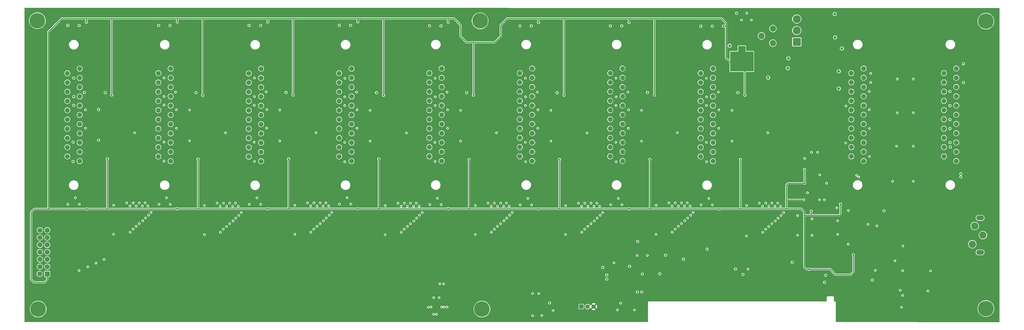
<source format=gbr>
G04 #@! TF.GenerationSoftware,KiCad,Pcbnew,5.1.6-c6e7f7d~87~ubuntu18.04.1*
G04 #@! TF.CreationDate,2020-10-17T10:37:56+01:00*
G04 #@! TF.ProjectId,ossw,6f737377-2e6b-4696-9361-645f70636258,1.1*
G04 #@! TF.SameCoordinates,Original*
G04 #@! TF.FileFunction,Copper,L2,Inr*
G04 #@! TF.FilePolarity,Positive*
%FSLAX46Y46*%
G04 Gerber Fmt 4.6, Leading zero omitted, Abs format (unit mm)*
G04 Created by KiCad (PCBNEW 5.1.6-c6e7f7d~87~ubuntu18.04.1) date 2020-10-17 10:37:56*
%MOMM*%
%LPD*%
G01*
G04 APERTURE LIST*
G04 #@! TA.AperFunction,WasherPad*
%ADD10O,3.200000X2.000000*%
G04 #@! TD*
G04 #@! TA.AperFunction,ViaPad*
%ADD11C,3.000000*%
G04 #@! TD*
G04 #@! TA.AperFunction,ViaPad*
%ADD12C,2.100000*%
G04 #@! TD*
G04 #@! TA.AperFunction,ViaPad*
%ADD13C,0.800000*%
G04 #@! TD*
G04 #@! TA.AperFunction,ViaPad*
%ADD14C,6.400000*%
G04 #@! TD*
G04 #@! TA.AperFunction,ViaPad*
%ADD15C,1.998980*%
G04 #@! TD*
G04 #@! TA.AperFunction,ViaPad*
%ADD16R,3.300000X3.300000*%
G04 #@! TD*
G04 #@! TA.AperFunction,ViaPad*
%ADD17C,3.300000*%
G04 #@! TD*
G04 #@! TA.AperFunction,ViaPad*
%ADD18C,1.800000*%
G04 #@! TD*
G04 #@! TA.AperFunction,ViaPad*
%ADD19C,2.600000*%
G04 #@! TD*
G04 #@! TA.AperFunction,ViaPad*
%ADD20C,0.600000*%
G04 #@! TD*
G04 #@! TA.AperFunction,ViaPad*
%ADD21C,1.200000*%
G04 #@! TD*
G04 #@! TA.AperFunction,Conductor*
%ADD22C,0.400000*%
G04 #@! TD*
G04 #@! TA.AperFunction,Conductor*
%ADD23C,0.200000*%
G04 #@! TD*
G04 APERTURE END LIST*
D10*
X491845200Y-215972000D03*
X491845200Y-230172000D03*
D11*
X492995200Y-223072000D03*
X489645200Y-219322000D03*
X488645200Y-226822000D03*
G04 #@! TA.AperFunction,ViaPad*
G36*
G01*
X109304800Y-238214300D02*
X109304800Y-239915300D01*
G75*
G02*
X109105300Y-240114800I-199500J0D01*
G01*
X107404300Y-240114800D01*
G75*
G02*
X107204800Y-239915300I0J199500D01*
G01*
X107204800Y-238214300D01*
G75*
G02*
X107404300Y-238014800I199500J0D01*
G01*
X109105300Y-238014800D01*
G75*
G02*
X109304800Y-238214300I0J-199500D01*
G01*
G37*
G04 #@! TD.AperFunction*
D12*
X108254800Y-236064800D03*
X108254800Y-233064800D03*
X108254800Y-230064800D03*
X108254800Y-227064800D03*
X108254800Y-224064800D03*
X108254800Y-221064800D03*
X105154800Y-239064800D03*
X105254800Y-236064800D03*
X105254800Y-233064800D03*
X105254800Y-230064800D03*
X105254800Y-227064800D03*
X105254800Y-224064800D03*
X105254800Y-221064800D03*
D13*
X288704656Y-251845744D03*
X287007600Y-251142800D03*
X285310544Y-251845744D03*
X284607600Y-253542800D03*
X285310544Y-255239856D03*
X287007600Y-255942800D03*
X288704656Y-255239856D03*
X289407600Y-253542800D03*
D14*
X287007600Y-253542800D03*
D15*
X382031240Y-192582800D03*
X376951240Y-190677800D03*
X382031240Y-188772800D03*
X376951240Y-186867800D03*
X382031240Y-184962800D03*
X376951240Y-183057800D03*
X382031240Y-181152800D03*
X376951240Y-179247800D03*
X382031240Y-177342800D03*
X376951240Y-175437800D03*
X382031240Y-173532800D03*
X376951240Y-171627800D03*
X382031240Y-169722800D03*
X376951240Y-167817800D03*
X382031240Y-165912800D03*
X376951240Y-164007800D03*
X382031240Y-162102800D03*
X376951240Y-160197800D03*
X382031240Y-158292800D03*
X376951240Y-156387800D03*
X382031240Y-154482800D03*
X344845640Y-154432000D03*
X339765640Y-156337000D03*
X344845640Y-158242000D03*
X339765640Y-160147000D03*
X344845640Y-162052000D03*
X339765640Y-163957000D03*
X344845640Y-165862000D03*
X339765640Y-167767000D03*
X344845640Y-169672000D03*
X339765640Y-171577000D03*
X344845640Y-173482000D03*
X339765640Y-175387000D03*
X344845640Y-177292000D03*
X339765640Y-179197000D03*
X344845640Y-181102000D03*
X339765640Y-183007000D03*
X344845640Y-184912000D03*
X339765640Y-186817000D03*
X344845640Y-188722000D03*
X339765640Y-190627000D03*
X344845640Y-192532000D03*
X307660040Y-154432000D03*
X302580040Y-156337000D03*
X307660040Y-158242000D03*
X302580040Y-160147000D03*
X307660040Y-162052000D03*
X302580040Y-163957000D03*
X307660040Y-165862000D03*
X302580040Y-167767000D03*
X307660040Y-169672000D03*
X302580040Y-171577000D03*
X307660040Y-173482000D03*
X302580040Y-175387000D03*
X307660040Y-177292000D03*
X302580040Y-179197000D03*
X307660040Y-181102000D03*
X302580040Y-183007000D03*
X307660040Y-184912000D03*
X302580040Y-186817000D03*
X307660040Y-188722000D03*
X302580040Y-190627000D03*
X307660040Y-192532000D03*
X270474440Y-154432000D03*
X265394440Y-156337000D03*
X270474440Y-158242000D03*
X265394440Y-160147000D03*
X270474440Y-162052000D03*
X265394440Y-163957000D03*
X270474440Y-165862000D03*
X265394440Y-167767000D03*
X270474440Y-169672000D03*
X265394440Y-171577000D03*
X270474440Y-173482000D03*
X265394440Y-175387000D03*
X270474440Y-177292000D03*
X265394440Y-179197000D03*
X270474440Y-181102000D03*
X265394440Y-183007000D03*
X270474440Y-184912000D03*
X265394440Y-186817000D03*
X270474440Y-188722000D03*
X265394440Y-190627000D03*
X270474440Y-192532000D03*
X233390440Y-154482800D03*
X228310440Y-156387800D03*
X233390440Y-158292800D03*
X228310440Y-160197800D03*
X233390440Y-162102800D03*
X228310440Y-164007800D03*
X233390440Y-165912800D03*
X228310440Y-167817800D03*
X233390440Y-169722800D03*
X228310440Y-171627800D03*
X233390440Y-173532800D03*
X228310440Y-175437800D03*
X233390440Y-177342800D03*
X228310440Y-179247800D03*
X233390440Y-181152800D03*
X228310440Y-183057800D03*
X233390440Y-184962800D03*
X228310440Y-186867800D03*
X233390440Y-188772800D03*
X228310440Y-190677800D03*
X233390440Y-192582800D03*
X196204840Y-154533600D03*
X191124840Y-156438600D03*
X196204840Y-158343600D03*
X191124840Y-160248600D03*
X196204840Y-162153600D03*
X191124840Y-164058600D03*
X196204840Y-165963600D03*
X191124840Y-167868600D03*
X196204840Y-169773600D03*
X191124840Y-171678600D03*
X196204840Y-173583600D03*
X191124840Y-175488600D03*
X196204840Y-177393600D03*
X191124840Y-179298600D03*
X196204840Y-181203600D03*
X191124840Y-183108600D03*
X196204840Y-185013600D03*
X191124840Y-186918600D03*
X196204840Y-188823600D03*
X191124840Y-190728600D03*
X196204840Y-192633600D03*
D13*
X287955056Y-133075344D03*
X286258000Y-132372400D03*
X284560944Y-133075344D03*
X283858000Y-134772400D03*
X284560944Y-136469456D03*
X286258000Y-137172400D03*
X287955056Y-136469456D03*
X288658000Y-134772400D03*
D14*
X286258000Y-134772400D03*
D13*
X105887856Y-133024544D03*
X104190800Y-132321600D03*
X102493744Y-133024544D03*
X101790800Y-134721600D03*
X102493744Y-136418656D03*
X104190800Y-137121600D03*
X105887856Y-136418656D03*
X106590800Y-134721600D03*
D14*
X104190800Y-134721600D03*
D13*
X495943256Y-251642544D03*
X494246200Y-250939600D03*
X492549144Y-251642544D03*
X491846200Y-253339600D03*
X492549144Y-255036656D03*
X494246200Y-255739600D03*
X495943256Y-255036656D03*
X496646200Y-253339600D03*
D14*
X494246200Y-253339600D03*
D13*
X495930256Y-133227744D03*
X494233200Y-132524800D03*
X492536144Y-133227744D03*
X491833200Y-134924800D03*
X492536144Y-136621856D03*
X494233200Y-137324800D03*
X495930256Y-136621856D03*
X496633200Y-134924800D03*
D14*
X494233200Y-134924800D03*
D13*
X106243456Y-251845744D03*
X104546400Y-251142800D03*
X102849344Y-251845744D03*
X102146400Y-253542800D03*
X102849344Y-255239856D03*
X104546400Y-255942800D03*
X106243456Y-255239856D03*
X106946400Y-253542800D03*
D14*
X104546400Y-253542800D03*
D16*
X416471100Y-143434800D03*
D17*
X416471100Y-138734800D03*
X416471100Y-134034800D03*
D15*
X121630440Y-154482800D03*
X116550440Y-156387800D03*
X121630440Y-158292800D03*
X116550440Y-160197800D03*
X121630440Y-162102800D03*
X116550440Y-164007800D03*
X121630440Y-165912800D03*
X116550440Y-167817800D03*
X121630440Y-169722800D03*
X116550440Y-171627800D03*
X121630440Y-173532800D03*
X116550440Y-175437800D03*
X121630440Y-177342800D03*
X116550440Y-179247800D03*
X121630440Y-181152800D03*
X116550440Y-183057800D03*
X121630440Y-184962800D03*
X116550440Y-186867800D03*
X121630440Y-188772800D03*
X116550440Y-190677800D03*
X121630440Y-192582800D03*
X159031940Y-154482800D03*
X153951940Y-156387800D03*
X159031940Y-158292800D03*
X153951940Y-160197800D03*
X159031940Y-162102800D03*
X153951940Y-164007800D03*
X159031940Y-165912800D03*
X153951940Y-167817800D03*
X159031940Y-169722800D03*
X153951940Y-171627800D03*
X159031940Y-173532800D03*
X153951940Y-175437800D03*
X159031940Y-177342800D03*
X153951940Y-179247800D03*
X159031940Y-181152800D03*
X153951940Y-183057800D03*
X159031940Y-184962800D03*
X153951940Y-186867800D03*
X159031940Y-188772800D03*
X153951940Y-190677800D03*
X159031940Y-192582800D03*
X443956440Y-154432000D03*
X438876440Y-156337000D03*
X443956440Y-158242000D03*
X438876440Y-160147000D03*
X443956440Y-162052000D03*
X438876440Y-163957000D03*
X443956440Y-165862000D03*
X438876440Y-167767000D03*
X443956440Y-169672000D03*
X438876440Y-171577000D03*
X443956440Y-173482000D03*
X438876440Y-175387000D03*
X443956440Y-177292000D03*
X438876440Y-179197000D03*
X443956440Y-181102000D03*
X438876440Y-183007000D03*
X443956440Y-184912000D03*
X438876440Y-186817000D03*
X443956440Y-188722000D03*
X438876440Y-190627000D03*
X443956440Y-192532000D03*
X482056440Y-154432000D03*
X476976440Y-156337000D03*
X482056440Y-158242000D03*
X476976440Y-160147000D03*
X482056440Y-162052000D03*
X476976440Y-163957000D03*
X482056440Y-165862000D03*
X476976440Y-167767000D03*
X482056440Y-169672000D03*
X476976440Y-171577000D03*
X482056440Y-173482000D03*
X476976440Y-175387000D03*
X482056440Y-177292000D03*
X476976440Y-179197000D03*
X482056440Y-181102000D03*
X476976440Y-183007000D03*
X482056440Y-184912000D03*
X476976440Y-186817000D03*
X482056440Y-188722000D03*
X476976440Y-190627000D03*
X482056440Y-192532000D03*
G04 #@! TA.AperFunction,ViaPad*
G36*
G01*
X326975900Y-253176600D02*
X326975900Y-251877000D01*
G75*
G02*
X327226100Y-251626800I250200J0D01*
G01*
X328525700Y-251626800D01*
G75*
G02*
X328775900Y-251877000I0J-250200D01*
G01*
X328775900Y-253176600D01*
G75*
G02*
X328525700Y-253426800I-250200J0D01*
G01*
X327226100Y-253426800D01*
G75*
G02*
X326975900Y-253176600I0J250200D01*
G01*
G37*
G04 #@! TD.AperFunction*
D18*
X330415900Y-252526800D03*
X332955900Y-252526800D03*
D19*
X406654000Y-143979900D03*
X406654000Y-137979900D03*
X401954000Y-140979900D03*
D20*
X342087200Y-184861200D03*
X342188800Y-192836800D03*
X347268800Y-171450000D03*
X347218000Y-179070000D03*
X379374400Y-166116000D03*
X379272800Y-184861200D03*
X379374400Y-192836800D03*
X384454400Y-171450000D03*
X379323600Y-169672000D03*
X384403600Y-179070000D03*
X384200400Y-164134800D03*
X230632000Y-166116000D03*
X230530400Y-184861200D03*
X241046000Y-184353200D03*
X230632000Y-192836800D03*
X235712000Y-171450000D03*
X230581200Y-169672000D03*
X235661200Y-179070000D03*
X241046000Y-171653200D03*
X235458000Y-164134800D03*
X267817600Y-166116000D03*
X267716000Y-184861200D03*
X278231600Y-184353200D03*
X272897600Y-171450000D03*
X267766800Y-169672000D03*
X272846800Y-179070000D03*
X278231600Y-171653200D03*
X272643600Y-164134800D03*
X304952400Y-166116000D03*
X304850800Y-184861200D03*
X315366400Y-184353200D03*
X304952400Y-192836800D03*
X310032400Y-171450000D03*
X304901600Y-169672000D03*
X309981600Y-179070000D03*
X315366400Y-171653200D03*
X309778400Y-164134800D03*
X342188800Y-166116000D03*
X352602800Y-184353200D03*
X342138000Y-169672000D03*
X352602800Y-171653200D03*
X347014800Y-164134800D03*
X389788400Y-184353200D03*
X389788400Y-171653200D03*
X255969500Y-180988700D03*
D13*
X243687600Y-164439600D03*
D20*
X293002700Y-180937900D03*
D13*
X280720800Y-164388800D03*
D20*
X330188300Y-180988700D03*
D13*
X317906400Y-164439600D03*
D20*
X367373900Y-180887100D03*
D13*
X355092000Y-164338000D03*
D20*
X404559500Y-180937900D03*
D13*
X392277600Y-164388800D03*
D20*
X267766800Y-192735200D03*
D13*
X206502000Y-164338000D03*
X391693400Y-131673600D03*
D20*
X310349900Y-247129300D03*
X307809900Y-247129300D03*
X470408000Y-246100600D03*
X459003400Y-245821200D03*
X456844400Y-233654600D03*
D13*
X447522600Y-241604800D03*
X479602800Y-186791600D03*
X479475800Y-184962800D03*
X479475800Y-175488600D03*
X479475800Y-169773600D03*
X479475800Y-163880800D03*
X484962200Y-160223200D03*
X484962200Y-152476200D03*
X479475800Y-179146200D03*
X362559600Y-231343200D03*
X351052625Y-225730575D03*
X352983800Y-239141000D03*
X347700600Y-235966000D03*
X336689700Y-236410500D03*
X338340700Y-239534700D03*
X338328000Y-241173000D03*
X394335000Y-239293400D03*
X391261600Y-237032800D03*
X352729800Y-246507000D03*
X350951800Y-246507000D03*
X360172101Y-239039501D03*
X427913800Y-242519200D03*
X428371000Y-239623600D03*
X369925600Y-233019600D03*
X379552200Y-228879400D03*
X314782200Y-251002800D03*
X118922800Y-192760600D03*
X118922800Y-184785000D03*
X119176800Y-169595800D03*
X119176800Y-166014400D03*
X123545600Y-164312600D03*
X119176800Y-158369000D03*
X129362200Y-171373800D03*
X129362200Y-183946800D03*
D21*
X412775400Y-154305000D03*
X413029400Y-150241000D03*
X404698200Y-158140400D03*
X433730400Y-155575000D03*
X433730400Y-162687000D03*
X435000400Y-146177000D03*
X432079400Y-131953000D03*
X432206400Y-141605000D03*
X388899400Y-145034000D03*
D13*
X169468800Y-164388800D03*
X132130800Y-164388800D03*
D20*
X156311600Y-158292800D03*
X156311600Y-165912800D03*
X156311600Y-169468800D03*
X156311600Y-184708800D03*
X156311600Y-192582800D03*
X166776400Y-184200800D03*
X161391600Y-179070000D03*
X124002800Y-171450000D03*
X161391600Y-171450000D03*
X161036000Y-164185600D03*
X436575200Y-185115200D03*
X446328800Y-190703200D03*
X446328800Y-179120800D03*
X446278000Y-171399200D03*
X436676800Y-169875200D03*
X446278000Y-163880800D03*
X446836800Y-160172400D03*
X446836800Y-156464000D03*
D13*
X452272400Y-213055200D03*
D20*
X445719200Y-218643200D03*
X449376800Y-219252800D03*
X437692800Y-212953600D03*
X433273200Y-217170000D03*
X433273200Y-222758000D03*
X437642000Y-226822000D03*
X181610000Y-180949600D03*
X124002800Y-179019200D03*
X166776400Y-171500800D03*
X355041200Y-231444800D03*
X350824800Y-231444800D03*
X144221200Y-180949600D03*
X396392400Y-237083600D03*
X349707200Y-253898400D03*
X203860400Y-171551600D03*
X203860400Y-184251600D03*
X198272400Y-164033200D03*
X193395600Y-169570400D03*
X193446400Y-166014400D03*
X193446400Y-158343600D03*
X198526400Y-171348400D03*
X193344800Y-184759600D03*
X193446400Y-192735200D03*
X198475600Y-178968400D03*
X218783900Y-180887100D03*
X230682800Y-158496000D03*
X304901600Y-158394400D03*
X267766800Y-158445200D03*
X342138000Y-158394400D03*
X379272800Y-158445200D03*
X459524100Y-252793500D03*
X427837600Y-208534000D03*
X425805600Y-208534000D03*
X420852600Y-205613000D03*
X432917600Y-211836000D03*
X428726600Y-201676000D03*
X425043600Y-188976000D03*
X422503600Y-188976000D03*
X419709600Y-191516000D03*
X425932600Y-198247000D03*
D13*
X414629600Y-234238800D03*
D20*
X267208000Y-248869200D03*
X269392400Y-248869200D03*
X267157200Y-255676400D03*
X341274400Y-234492800D03*
X121361200Y-237642400D03*
X124968000Y-236169200D03*
X128320800Y-234594400D03*
X131673600Y-233121200D03*
X395884400Y-131622800D03*
X143586200Y-209804000D03*
X144843500Y-219456000D03*
X403682200Y-209854800D03*
X404939500Y-219506800D03*
X366496600Y-209804000D03*
X367753900Y-219456000D03*
X329311000Y-209905600D03*
X330568300Y-219456000D03*
X292125400Y-209854800D03*
X293382700Y-219456000D03*
X255092200Y-209905600D03*
X256349500Y-219456000D03*
X217906600Y-209804000D03*
X219163900Y-219456000D03*
X180721000Y-209854800D03*
X181978300Y-219506800D03*
X144868900Y-211074000D03*
X146138900Y-218313000D03*
X406234900Y-218363800D03*
X404964900Y-211124800D03*
X369049300Y-218313000D03*
X367779300Y-211074000D03*
X331863700Y-218338400D03*
X330593700Y-211175600D03*
X294678100Y-218338400D03*
X293408100Y-211124800D03*
X257606800Y-218338400D03*
X256374900Y-211175600D03*
X219189300Y-211074000D03*
X220459300Y-218313000D03*
X182003700Y-211124800D03*
X183273700Y-218363800D03*
X146138900Y-209804000D03*
X147535900Y-217170000D03*
X407631900Y-217220800D03*
X406234900Y-209854800D03*
X370446300Y-217170000D03*
X369049300Y-209804000D03*
X333248000Y-217220800D03*
X331863700Y-209905600D03*
X296075100Y-217170000D03*
X294678100Y-209854800D03*
X259041900Y-217220800D03*
X257644900Y-209905600D03*
X220459300Y-209804000D03*
X221856300Y-217170000D03*
X183273700Y-209854800D03*
X184670700Y-217220800D03*
X147383500Y-211074000D03*
X148653500Y-216027000D03*
X407479500Y-211124800D03*
X408749500Y-216077800D03*
X370293900Y-211074000D03*
X371563900Y-216027000D03*
X333108300Y-211175600D03*
X334378300Y-216052400D03*
X295922700Y-211124800D03*
X297192700Y-216052400D03*
X258889500Y-211175600D03*
X260159500Y-216052400D03*
X221703900Y-211074000D03*
X222973900Y-216027000D03*
X184518300Y-211124800D03*
X185788300Y-216077800D03*
D13*
X121399300Y-136702800D03*
D20*
X119888000Y-207695800D03*
D13*
X116763800Y-136639300D03*
D20*
X116763800Y-210362800D03*
X121462800Y-210362800D03*
D13*
X158800800Y-136702800D03*
X154101800Y-136677400D03*
D20*
X157327600Y-207721200D03*
X154228800Y-210362800D03*
X158826200Y-210362800D03*
X397789400Y-134467600D03*
X393725400Y-134467600D03*
X149669500Y-211074000D03*
X150939500Y-213741000D03*
X409765500Y-211124800D03*
X411035500Y-213791800D03*
X372579900Y-211074000D03*
X373849900Y-213741000D03*
X335394300Y-211175600D03*
X336664300Y-213766400D03*
X298208700Y-211124800D03*
X299478700Y-213766400D03*
X261175500Y-211175600D03*
X262432800Y-213766400D03*
X223989900Y-211074000D03*
X225259900Y-213741000D03*
X186804300Y-211124800D03*
X188074300Y-213791800D03*
D13*
X483920800Y-199136000D03*
D20*
X441934600Y-199136000D03*
X316280800Y-254177800D03*
X311619900Y-256209800D03*
X142278100Y-211074000D03*
X143548100Y-220599000D03*
X403644100Y-220649800D03*
X402374100Y-211124800D03*
X366458500Y-220599000D03*
X365188500Y-211074000D03*
X329272900Y-220624400D03*
X328002900Y-211175600D03*
X292087300Y-220624400D03*
X290817300Y-211124800D03*
X255054100Y-220624400D03*
X253784100Y-211175600D03*
X216598500Y-211074000D03*
X217868500Y-220599000D03*
X179412900Y-211124800D03*
X180682900Y-220649800D03*
X140957300Y-209804000D03*
X142354300Y-221869000D03*
X401053300Y-209854800D03*
X402450300Y-221919800D03*
X363867700Y-209804000D03*
X365264700Y-221869000D03*
X326682100Y-209905600D03*
X328079100Y-221894400D03*
X289496500Y-209854800D03*
X290893500Y-221894400D03*
X252463300Y-209905600D03*
X253860300Y-221894400D03*
X215277700Y-209804000D03*
X216674700Y-221869000D03*
X178092100Y-209854800D03*
X179489100Y-221919800D03*
X416788600Y-215011000D03*
X416788600Y-223088200D03*
X135585200Y-210718400D03*
X135585200Y-222707200D03*
X172847000Y-210870800D03*
X172923200Y-222859600D03*
X344017600Y-251155200D03*
X342696800Y-253898400D03*
X460121000Y-227533200D03*
X448818000Y-237591600D03*
X459968600Y-237718600D03*
X459994000Y-247878600D03*
X471449400Y-237820200D03*
X455828400Y-200914000D03*
X464362800Y-200914000D03*
X464400900Y-186397900D03*
X457504800Y-186436000D03*
X457758800Y-172720000D03*
X464413600Y-172669200D03*
X464362800Y-158750000D03*
X457784200Y-158750000D03*
X307809900Y-256273300D03*
D13*
X389864600Y-154686000D03*
X318922400Y-191959000D03*
X310286400Y-135432800D03*
X244602000Y-191654200D03*
X235940600Y-212217000D03*
X386283200Y-136956800D03*
X347472000Y-135432800D03*
X235966000Y-135178800D03*
X384657600Y-212344000D03*
X393293600Y-191959000D03*
X347446600Y-212242400D03*
X356108000Y-191908200D03*
X273100800Y-135382000D03*
X273151600Y-212191600D03*
X281686000Y-191908200D03*
X310235600Y-212293200D03*
X395122400Y-165404800D03*
X357936800Y-165354000D03*
X320751200Y-165455600D03*
X283565600Y-165404800D03*
X246532400Y-165455600D03*
X207518000Y-191705000D03*
X209346800Y-165354000D03*
X198856600Y-212242400D03*
X198983600Y-135229600D03*
X393966700Y-153644600D03*
X393979400Y-154686000D03*
X394995400Y-153670000D03*
X396011400Y-153670000D03*
X397027400Y-153670000D03*
X398043400Y-153670000D03*
X394995400Y-154686000D03*
X396011400Y-154686000D03*
X397027400Y-154686000D03*
X392963400Y-153670000D03*
X391947400Y-153670000D03*
X390931400Y-153670000D03*
X389915400Y-153670000D03*
X390931400Y-154686000D03*
X391947400Y-154686000D03*
X392963400Y-154686000D03*
X389915400Y-152654000D03*
X390931400Y-152654000D03*
X389915400Y-151638000D03*
X390931400Y-151638000D03*
X390931400Y-150622000D03*
X389915400Y-150622000D03*
X389915400Y-149606000D03*
X390931400Y-149606000D03*
X390931400Y-148590000D03*
X389915400Y-148590000D03*
X391947400Y-149606000D03*
X392963400Y-149606000D03*
X393979400Y-149606000D03*
X394995400Y-149606000D03*
X396011400Y-149606000D03*
X397027400Y-149606000D03*
X398043400Y-149606000D03*
X398043400Y-150622000D03*
X398043400Y-152654000D03*
X398043400Y-151638000D03*
X391947400Y-148590000D03*
X392963400Y-148590000D03*
X393979400Y-148590000D03*
X394995400Y-148590000D03*
X396011400Y-148590000D03*
X397027400Y-148590000D03*
X398170400Y-148590000D03*
X392963400Y-147574000D03*
X394995400Y-147574000D03*
X393979400Y-147574000D03*
X397027400Y-152654000D03*
X397027400Y-151638000D03*
X397027400Y-150622000D03*
X161747200Y-135229600D03*
X134772400Y-165354000D03*
X172212000Y-165455600D03*
X398043400Y-154686000D03*
X124561600Y-212293200D03*
X161645600Y-212242400D03*
X132994400Y-191668400D03*
X170281600Y-191755800D03*
X124358500Y-135280500D03*
D20*
X419328600Y-208534000D03*
D13*
X419709600Y-196088000D03*
X419709600Y-201676000D03*
X439724800Y-231190800D03*
X422376600Y-213233000D03*
X434441600Y-210312000D03*
X421487600Y-237134400D03*
D20*
X462788000Y-237147100D03*
X451383500Y-236982100D03*
X312889900Y-247129300D03*
D13*
X418045900Y-162915600D03*
X418045900Y-163931600D03*
X419061900Y-162915600D03*
X419061900Y-163931600D03*
X420077900Y-163931600D03*
X420077900Y-162915600D03*
X421093900Y-162915600D03*
X421093900Y-163931600D03*
X417029900Y-163931600D03*
X416013900Y-162915600D03*
X416013900Y-163931600D03*
X414997900Y-163931600D03*
X414997900Y-162915600D03*
X414997900Y-161899600D03*
X421093900Y-161899600D03*
X414997900Y-160883600D03*
X414997900Y-159867600D03*
X414997900Y-158851600D03*
X414997900Y-157835600D03*
X416013900Y-157835600D03*
X417029900Y-157835600D03*
X418045900Y-157835600D03*
X419061900Y-157835600D03*
X420077900Y-157835600D03*
X421093900Y-157835600D03*
X421093900Y-158851600D03*
X413981900Y-163931600D03*
X413981900Y-162915600D03*
X413981900Y-161899600D03*
X413981900Y-160883600D03*
X413981900Y-159867600D03*
X413981900Y-158851600D03*
X422109900Y-163931600D03*
X422109900Y-162915600D03*
X422109900Y-158851600D03*
X422109900Y-159867600D03*
X422109900Y-157835600D03*
X422109900Y-161899600D03*
X422109900Y-160883600D03*
X421093900Y-160883600D03*
X421093900Y-159867600D03*
X418045900Y-156819600D03*
X419061900Y-156819600D03*
X400583400Y-135737600D03*
D20*
X474218000Y-237845600D03*
D13*
X133807200Y-182676800D03*
D20*
X462813500Y-227584100D03*
D13*
X443890400Y-208026000D03*
X171094400Y-183057800D03*
X462788000Y-247878600D03*
X419049200Y-158800800D03*
X420065200Y-158800800D03*
X417017200Y-158775400D03*
X416001200Y-158800800D03*
X418045900Y-158813500D03*
X359587699Y-229895501D03*
X351637600Y-239141000D03*
X336651600Y-234797600D03*
X387781800Y-237718600D03*
X388226400Y-238620400D03*
X358597200Y-242112800D03*
X369925600Y-237312200D03*
X417042600Y-162915600D03*
X417017200Y-156819600D03*
X413994600Y-157835600D03*
X336016600Y-255320800D03*
X314756800Y-253212600D03*
D20*
X349656400Y-231444800D03*
X208330800Y-183134000D03*
X356870000Y-183184800D03*
X394055600Y-183184800D03*
X319735200Y-183184800D03*
X282498800Y-183235600D03*
X245414800Y-183337200D03*
X428980600Y-213868000D03*
D13*
X387908800Y-242570000D03*
X409549600Y-234188000D03*
D20*
X401929600Y-234188000D03*
X269392400Y-252730000D03*
X268122400Y-245973600D03*
X272491200Y-245160800D03*
X278841200Y-246989600D03*
X281584400Y-247802400D03*
X264972800Y-248869200D03*
X272694400Y-248818400D03*
X148526500Y-209804000D03*
X149923500Y-214884000D03*
X410019500Y-214934800D03*
X408622500Y-209854800D03*
X372833900Y-214884000D03*
X371436900Y-209804000D03*
X335648300Y-214884000D03*
X334251300Y-209905600D03*
X298450000Y-214884000D03*
X297065700Y-209854800D03*
X261366000Y-214884000D03*
X260032500Y-209905600D03*
X222846900Y-209804000D03*
X224243900Y-214884000D03*
X185661300Y-209854800D03*
X187058300Y-214934800D03*
D13*
X483920800Y-197866000D03*
D20*
X441109100Y-198437500D03*
D13*
X196037200Y-136702800D03*
D20*
X194513200Y-207721200D03*
D13*
X191236600Y-136677400D03*
D20*
X191363600Y-210362800D03*
X196011800Y-210362800D03*
D13*
X233019600Y-136652000D03*
D20*
X228447600Y-210312000D03*
X231597200Y-207670400D03*
D13*
X228320600Y-136626600D03*
D20*
X233095800Y-210312000D03*
D13*
X270154400Y-136855200D03*
X265455400Y-136829800D03*
D20*
X265582400Y-210515200D03*
X268732000Y-207873600D03*
X270230600Y-210515200D03*
D13*
X307340000Y-136906000D03*
D20*
X302768000Y-210616800D03*
X305917600Y-207975200D03*
D13*
X302641000Y-136880600D03*
D20*
X307416200Y-210616800D03*
D13*
X344525600Y-136906000D03*
X339826600Y-136880600D03*
D20*
X339953600Y-210566000D03*
X343103200Y-207924400D03*
X344601800Y-210566000D03*
D13*
X381711200Y-137007600D03*
X377012200Y-136982200D03*
D20*
X377139200Y-210616800D03*
X380288800Y-207975200D03*
X381787400Y-210616800D03*
X210083400Y-210820000D03*
X210108800Y-222758000D03*
X247218200Y-210921600D03*
X247192800Y-222961200D03*
X284302200Y-210870800D03*
X284276800Y-222808800D03*
X321437000Y-210921600D03*
X321411600Y-222808800D03*
X358622600Y-210820000D03*
X358597200Y-222758000D03*
X395808200Y-210870800D03*
X395782800Y-223469200D03*
X422757600Y-223139000D03*
X422757600Y-216408000D03*
X272694400Y-252730000D03*
X271526000Y-252730000D03*
X270459200Y-252730000D03*
X268325600Y-255676400D03*
X266090400Y-252730000D03*
X271272000Y-243128800D03*
X269748000Y-243128800D03*
X264972800Y-252780800D03*
D22*
X393293600Y-211378800D02*
X393293600Y-191959000D01*
X163169600Y-133807200D02*
X163271200Y-133807200D01*
X163271200Y-133807200D02*
X162966400Y-133807200D01*
X162915600Y-133807200D02*
X162966400Y-133807200D01*
X160782000Y-212293200D02*
X160832800Y-212242400D01*
X123647200Y-212293200D02*
X132080000Y-212293200D01*
X169468800Y-212242400D02*
X160832800Y-212242400D01*
X141732000Y-212293200D02*
X160782000Y-212293200D01*
X141732000Y-212293200D02*
X143306800Y-212293200D01*
X390829800Y-154584400D02*
X390931400Y-154686000D01*
X198069200Y-212242400D02*
X206654400Y-212242400D01*
X278282400Y-136550400D02*
X275539200Y-133807200D01*
X278282400Y-141224000D02*
X278282400Y-136550400D01*
X280670000Y-143611600D02*
X278282400Y-141224000D01*
X294741600Y-141173200D02*
X292303200Y-143611600D01*
X388924800Y-151638000D02*
X387350000Y-150063200D01*
X294741600Y-136448800D02*
X294741600Y-141173200D01*
X389915400Y-151638000D02*
X388924800Y-151638000D01*
X387350000Y-135686800D02*
X385470400Y-133807200D01*
X297383200Y-133807200D02*
X294741600Y-136448800D01*
X309930800Y-212242400D02*
X308660800Y-212242400D01*
X309219600Y-212242400D02*
X308660800Y-212242400D01*
X309727600Y-212242400D02*
X309930800Y-212242400D01*
X309930800Y-212242400D02*
X318058800Y-212242400D01*
X274421600Y-133807200D02*
X274980400Y-133807200D01*
X274675600Y-133807200D02*
X274828000Y-133807200D01*
X275539200Y-133807200D02*
X274828000Y-133807200D01*
X274828000Y-133807200D02*
X274421600Y-133807200D01*
X364540800Y-212242400D02*
X392582400Y-212242400D01*
X393293600Y-211378800D02*
X393293600Y-211531200D01*
X237286800Y-133858000D02*
X237286800Y-133807200D01*
X387350000Y-138023600D02*
X387350000Y-138176000D01*
X387350000Y-150063200D02*
X387350000Y-138176000D01*
X311912000Y-133807200D02*
X312216800Y-133807200D01*
X395122400Y-154813000D02*
X394995400Y-154686000D01*
X395122400Y-165404800D02*
X395122400Y-154813000D01*
X357936800Y-165354000D02*
X357936800Y-135432800D01*
X385470400Y-133807200D02*
X359562400Y-133807200D01*
X292303200Y-143611600D02*
X285089600Y-143611600D01*
X123647200Y-212293200D02*
X111175800Y-212293200D01*
X393293600Y-212090000D02*
X393446000Y-212242400D01*
X393293600Y-211378800D02*
X393293600Y-212090000D01*
X392582400Y-212242400D02*
X393446000Y-212242400D01*
X356108000Y-212178900D02*
X356171500Y-212242400D01*
X356108000Y-191908200D02*
X356108000Y-212178900D01*
X356171500Y-212242400D02*
X364540800Y-212242400D01*
X318922400Y-212077300D02*
X319087500Y-212242400D01*
X318922400Y-191959000D02*
X318922400Y-212077300D01*
X318058800Y-212242400D02*
X319087500Y-212242400D01*
X319087500Y-212242400D02*
X356171500Y-212242400D01*
X281686000Y-212191600D02*
X281635200Y-212242400D01*
X308660800Y-212242400D02*
X281635200Y-212242400D01*
X281686000Y-191908200D02*
X281686000Y-212191600D01*
X281635200Y-212242400D02*
X280670000Y-212242400D01*
X244602000Y-212128100D02*
X244487700Y-212242400D01*
X244602000Y-191654200D02*
X244602000Y-212128100D01*
X280670000Y-212242400D02*
X244487700Y-212242400D01*
X207518000Y-212115400D02*
X207645000Y-212242400D01*
X244487700Y-212242400D02*
X207645000Y-212242400D01*
X207518000Y-191705000D02*
X207518000Y-212115400D01*
X207645000Y-212242400D02*
X206654400Y-212242400D01*
X170281600Y-212153500D02*
X170192700Y-212242400D01*
X170281600Y-191755800D02*
X170281600Y-212153500D01*
X169468800Y-212242400D02*
X170192700Y-212242400D01*
X170192700Y-212242400D02*
X198069200Y-212242400D01*
X132994400Y-212166200D02*
X132867400Y-212293200D01*
X132994400Y-191668400D02*
X132994400Y-212166200D01*
X132080000Y-212293200D02*
X132867400Y-212293200D01*
X132867400Y-212293200D02*
X141732000Y-212293200D01*
X124358500Y-133870600D02*
X124421900Y-133807200D01*
X124358500Y-135280500D02*
X124358500Y-133870600D01*
X124421900Y-133807200D02*
X125577600Y-133807200D01*
X134772400Y-133870700D02*
X134835900Y-133807200D01*
X136296400Y-133807200D02*
X134835900Y-133807200D01*
X134772400Y-165354000D02*
X134772400Y-133870700D01*
X134835900Y-133807200D02*
X125577600Y-133807200D01*
X161747200Y-133946900D02*
X161886900Y-133807200D01*
X161747200Y-135229600D02*
X161747200Y-133946900D01*
X162966400Y-133807200D02*
X161886900Y-133807200D01*
X161886900Y-133807200D02*
X136296400Y-133807200D01*
X172212000Y-133845300D02*
X172173900Y-133807200D01*
X172212000Y-165455600D02*
X172212000Y-133845300D01*
X172173900Y-133807200D02*
X162966400Y-133807200D01*
X198983600Y-133985000D02*
X198805800Y-133807200D01*
X198983600Y-135229600D02*
X198983600Y-133985000D01*
X198805800Y-133807200D02*
X172173900Y-133807200D01*
X209346800Y-165354000D02*
X209346800Y-133896100D01*
X209346800Y-133896100D02*
X209257900Y-133807200D01*
X209257900Y-133807200D02*
X198805800Y-133807200D01*
X235966000Y-133883400D02*
X235889800Y-133807200D01*
X235966000Y-135178800D02*
X235966000Y-133883400D01*
X237286800Y-133807200D02*
X235889800Y-133807200D01*
X235889800Y-133807200D02*
X209257900Y-133807200D01*
X246532400Y-133870700D02*
X246468900Y-133807200D01*
X246532400Y-165455600D02*
X246532400Y-133870700D01*
X248208800Y-133807200D02*
X246468900Y-133807200D01*
X246468900Y-133807200D02*
X237286800Y-133807200D01*
X273100800Y-133870700D02*
X273037300Y-133807200D01*
X274421600Y-133807200D02*
X273037300Y-133807200D01*
X273100800Y-135382000D02*
X273100800Y-133870700D01*
X273037300Y-133807200D02*
X248208800Y-133807200D01*
X310286400Y-133845300D02*
X310248300Y-133807200D01*
X310286400Y-135432800D02*
X310286400Y-133845300D01*
X312216800Y-133807200D02*
X310248300Y-133807200D01*
X310248300Y-133807200D02*
X297383200Y-133807200D01*
X320751200Y-133832600D02*
X320725800Y-133807200D01*
X320751200Y-165455600D02*
X320751200Y-133832600D01*
X322427600Y-133807200D02*
X320725800Y-133807200D01*
X320725800Y-133807200D02*
X312216800Y-133807200D01*
X347472000Y-133832600D02*
X347497400Y-133807200D01*
X347472000Y-135432800D02*
X347472000Y-133832600D01*
X347497400Y-133807200D02*
X322427600Y-133807200D01*
X357936800Y-135432800D02*
X357936800Y-133807200D01*
X359562400Y-133807200D02*
X357936800Y-133807200D01*
X357936800Y-133807200D02*
X347497400Y-133807200D01*
X387299200Y-136956800D02*
X387350000Y-137007600D01*
X386283200Y-136956800D02*
X387299200Y-136956800D01*
X387350000Y-138176000D02*
X387350000Y-137007600D01*
X387350000Y-137007600D02*
X387350000Y-135686800D01*
X393446000Y-212242400D02*
X412191200Y-212242400D01*
X412851600Y-208534000D02*
X419328600Y-208534000D01*
X412216600Y-208534000D02*
X412851600Y-208534000D01*
X412191200Y-212242400D02*
X412191200Y-208559400D01*
X412191200Y-208559400D02*
X412216600Y-208534000D01*
X412978600Y-201676000D02*
X419709600Y-201676000D01*
X412191200Y-208559400D02*
X412191200Y-202463400D01*
X412191200Y-202463400D02*
X412978600Y-201676000D01*
X419709600Y-201676000D02*
X419709600Y-196088000D01*
X419709600Y-196088000D02*
X419709600Y-195961000D01*
X439724800Y-231190800D02*
X439724800Y-231190800D01*
X419582600Y-214884000D02*
X421868600Y-214884000D01*
X419519100Y-214820500D02*
X419582600Y-214884000D01*
X433933600Y-214884000D02*
X434441600Y-214376000D01*
X434441600Y-214376000D02*
X434441600Y-210312000D01*
X422376600Y-213233000D02*
X422376600Y-214757000D01*
X422376600Y-214757000D02*
X422249600Y-214884000D01*
X421868600Y-214884000D02*
X422249600Y-214884000D01*
X422249600Y-214884000D02*
X433933600Y-214884000D01*
X283565600Y-165404800D02*
X283565600Y-143637000D01*
X285089600Y-143611600D02*
X283540200Y-143611600D01*
X283565600Y-143637000D02*
X283540200Y-143611600D01*
X283540200Y-143611600D02*
X280670000Y-143611600D01*
X412191200Y-212242400D02*
X418338000Y-212242400D01*
X419519100Y-213423500D02*
X419519100Y-236232700D01*
X419519100Y-236232700D02*
X420420800Y-237134400D01*
X418338000Y-212242400D02*
X419519100Y-213423500D01*
X420420800Y-237134400D02*
X421487600Y-237134400D01*
X432409600Y-239369600D02*
X430174400Y-237134400D01*
X438658000Y-239369600D02*
X432409600Y-239369600D01*
X439775600Y-238252000D02*
X438658000Y-239369600D01*
X430174400Y-237134400D02*
X421487600Y-237134400D01*
X439724800Y-231190800D02*
X439775600Y-231241600D01*
X439775600Y-231241600D02*
X439775600Y-238252000D01*
X108254800Y-239064800D02*
X108254800Y-241554000D01*
X108254800Y-241554000D02*
X107289600Y-242519200D01*
X107289600Y-242519200D02*
X102768400Y-242519200D01*
X102768400Y-242519200D02*
X101650800Y-241401600D01*
X101650800Y-241401600D02*
X101650800Y-213563200D01*
X101650800Y-213563200D02*
X102920800Y-212293200D01*
X108712000Y-212191600D02*
X108610400Y-212293200D01*
X124421900Y-133807200D02*
X114249200Y-133807200D01*
X102920800Y-212293200D02*
X108610400Y-212293200D01*
X108762800Y-139293600D02*
X108712000Y-139293600D01*
X108610400Y-212293200D02*
X111175800Y-212293200D01*
X114249200Y-133807200D02*
X108762800Y-139293600D01*
X108712000Y-139293600D02*
X108712000Y-212191600D01*
D23*
G36*
X499776400Y-129556574D02*
G01*
X499776401Y-258831860D01*
X432632200Y-258806741D01*
X432632200Y-252734405D01*
X458924100Y-252734405D01*
X458924100Y-252852595D01*
X458947158Y-252968514D01*
X458992387Y-253077707D01*
X459058050Y-253175978D01*
X459141622Y-253259550D01*
X459239893Y-253325213D01*
X459349086Y-253370442D01*
X459465005Y-253393500D01*
X459583195Y-253393500D01*
X459699114Y-253370442D01*
X459808307Y-253325213D01*
X459906578Y-253259550D01*
X459990150Y-253175978D01*
X460055813Y-253077707D01*
X460090120Y-252994880D01*
X490746200Y-252994880D01*
X490746200Y-253684320D01*
X490880703Y-254360512D01*
X491144540Y-254997472D01*
X491527572Y-255570720D01*
X492015080Y-256058228D01*
X492588328Y-256441260D01*
X493225288Y-256705097D01*
X493901480Y-256839600D01*
X494590920Y-256839600D01*
X495267112Y-256705097D01*
X495904072Y-256441260D01*
X496477320Y-256058228D01*
X496964828Y-255570720D01*
X497347860Y-254997472D01*
X497611697Y-254360512D01*
X497746200Y-253684320D01*
X497746200Y-252994880D01*
X497611697Y-252318688D01*
X497347860Y-251681728D01*
X496964828Y-251108480D01*
X496477320Y-250620972D01*
X495904072Y-250237940D01*
X495267112Y-249974103D01*
X494590920Y-249839600D01*
X493901480Y-249839600D01*
X493225288Y-249974103D01*
X492588328Y-250237940D01*
X492015080Y-250620972D01*
X491527572Y-251108480D01*
X491144540Y-251681728D01*
X490880703Y-252318688D01*
X490746200Y-252994880D01*
X460090120Y-252994880D01*
X460101042Y-252968514D01*
X460124100Y-252852595D01*
X460124100Y-252734405D01*
X460101042Y-252618486D01*
X460055813Y-252509293D01*
X459990150Y-252411022D01*
X459906578Y-252327450D01*
X459808307Y-252261787D01*
X459699114Y-252216558D01*
X459583195Y-252193500D01*
X459465005Y-252193500D01*
X459349086Y-252216558D01*
X459239893Y-252261787D01*
X459141622Y-252327450D01*
X459058050Y-252411022D01*
X458992387Y-252509293D01*
X458947158Y-252618486D01*
X458924100Y-252734405D01*
X432632200Y-252734405D01*
X432632200Y-250716418D01*
X432634014Y-250698000D01*
X432626774Y-250624487D01*
X432605331Y-250553800D01*
X432570509Y-250488653D01*
X432523648Y-250431552D01*
X432466547Y-250384691D01*
X432401400Y-250349869D01*
X432330713Y-250328426D01*
X432275619Y-250323000D01*
X432257200Y-250321186D01*
X432238781Y-250323000D01*
X431819400Y-250323000D01*
X431819400Y-248633619D01*
X431821214Y-248615200D01*
X431813974Y-248541687D01*
X431792531Y-248471000D01*
X431757709Y-248405853D01*
X431710848Y-248348752D01*
X431653747Y-248301891D01*
X431588600Y-248267069D01*
X431517913Y-248245626D01*
X431462819Y-248240200D01*
X431444400Y-248238386D01*
X431425981Y-248240200D01*
X429126019Y-248240200D01*
X429107600Y-248238386D01*
X429089181Y-248240200D01*
X429034087Y-248245626D01*
X428963400Y-248267069D01*
X428898253Y-248301891D01*
X428841152Y-248348752D01*
X428794291Y-248405853D01*
X428759469Y-248471000D01*
X428738026Y-248541687D01*
X428730786Y-248615200D01*
X428732600Y-248633619D01*
X428732601Y-250323000D01*
X355593019Y-250323000D01*
X355574600Y-250321186D01*
X355556181Y-250323000D01*
X355501087Y-250328426D01*
X355430400Y-250349869D01*
X355365253Y-250384691D01*
X355308152Y-250431552D01*
X355261291Y-250488653D01*
X355226469Y-250553800D01*
X355205026Y-250624487D01*
X355197786Y-250698000D01*
X355199600Y-250716418D01*
X355199601Y-258806598D01*
X98977946Y-258804403D01*
X98980136Y-253198080D01*
X101046400Y-253198080D01*
X101046400Y-253887520D01*
X101180903Y-254563712D01*
X101444740Y-255200672D01*
X101827772Y-255773920D01*
X102315280Y-256261428D01*
X102888528Y-256644460D01*
X103525488Y-256908297D01*
X104201680Y-257042800D01*
X104891120Y-257042800D01*
X105567312Y-256908297D01*
X106204272Y-256644460D01*
X106777520Y-256261428D01*
X107265028Y-255773920D01*
X107369674Y-255617305D01*
X266557200Y-255617305D01*
X266557200Y-255735495D01*
X266580258Y-255851414D01*
X266625487Y-255960607D01*
X266691150Y-256058878D01*
X266774722Y-256142450D01*
X266872993Y-256208113D01*
X266982186Y-256253342D01*
X267098105Y-256276400D01*
X267216295Y-256276400D01*
X267332214Y-256253342D01*
X267441407Y-256208113D01*
X267539678Y-256142450D01*
X267623250Y-256058878D01*
X267688913Y-255960607D01*
X267734142Y-255851414D01*
X267741400Y-255814926D01*
X267748658Y-255851414D01*
X267793887Y-255960607D01*
X267859550Y-256058878D01*
X267943122Y-256142450D01*
X268041393Y-256208113D01*
X268150586Y-256253342D01*
X268266505Y-256276400D01*
X268384695Y-256276400D01*
X268500614Y-256253342D01*
X268609807Y-256208113D01*
X268708078Y-256142450D01*
X268791650Y-256058878D01*
X268857313Y-255960607D01*
X268902542Y-255851414D01*
X268925600Y-255735495D01*
X268925600Y-255617305D01*
X268902542Y-255501386D01*
X268857313Y-255392193D01*
X268791650Y-255293922D01*
X268708078Y-255210350D01*
X268609807Y-255144687D01*
X268500614Y-255099458D01*
X268384695Y-255076400D01*
X268266505Y-255076400D01*
X268150586Y-255099458D01*
X268041393Y-255144687D01*
X267943122Y-255210350D01*
X267859550Y-255293922D01*
X267793887Y-255392193D01*
X267748658Y-255501386D01*
X267741400Y-255537874D01*
X267734142Y-255501386D01*
X267688913Y-255392193D01*
X267623250Y-255293922D01*
X267539678Y-255210350D01*
X267441407Y-255144687D01*
X267332214Y-255099458D01*
X267216295Y-255076400D01*
X267098105Y-255076400D01*
X266982186Y-255099458D01*
X266872993Y-255144687D01*
X266774722Y-255210350D01*
X266691150Y-255293922D01*
X266625487Y-255392193D01*
X266580258Y-255501386D01*
X266557200Y-255617305D01*
X107369674Y-255617305D01*
X107648060Y-255200672D01*
X107911897Y-254563712D01*
X108046400Y-253887520D01*
X108046400Y-253198080D01*
X107951644Y-252721705D01*
X264372800Y-252721705D01*
X264372800Y-252839895D01*
X264395858Y-252955814D01*
X264441087Y-253065007D01*
X264506750Y-253163278D01*
X264590322Y-253246850D01*
X264688593Y-253312513D01*
X264797786Y-253357742D01*
X264913705Y-253380800D01*
X265031895Y-253380800D01*
X265147814Y-253357742D01*
X265257007Y-253312513D01*
X265355278Y-253246850D01*
X265438850Y-253163278D01*
X265504513Y-253065007D01*
X265542121Y-252974213D01*
X265558687Y-253014207D01*
X265624350Y-253112478D01*
X265707922Y-253196050D01*
X265806193Y-253261713D01*
X265915386Y-253306942D01*
X266031305Y-253330000D01*
X266149495Y-253330000D01*
X266265414Y-253306942D01*
X266374607Y-253261713D01*
X266472878Y-253196050D01*
X266556450Y-253112478D01*
X266622113Y-253014207D01*
X266667342Y-252905014D01*
X266690400Y-252789095D01*
X266690400Y-252670905D01*
X269859200Y-252670905D01*
X269859200Y-252789095D01*
X269882258Y-252905014D01*
X269927487Y-253014207D01*
X269993150Y-253112478D01*
X270076722Y-253196050D01*
X270174993Y-253261713D01*
X270284186Y-253306942D01*
X270400105Y-253330000D01*
X270518295Y-253330000D01*
X270634214Y-253306942D01*
X270743407Y-253261713D01*
X270841678Y-253196050D01*
X270925250Y-253112478D01*
X270990913Y-253014207D01*
X270992600Y-253010134D01*
X270994287Y-253014207D01*
X271059950Y-253112478D01*
X271143522Y-253196050D01*
X271241793Y-253261713D01*
X271350986Y-253306942D01*
X271466905Y-253330000D01*
X271585095Y-253330000D01*
X271701014Y-253306942D01*
X271810207Y-253261713D01*
X271908478Y-253196050D01*
X271992050Y-253112478D01*
X272057713Y-253014207D01*
X272102942Y-252905014D01*
X272110200Y-252868526D01*
X272117458Y-252905014D01*
X272162687Y-253014207D01*
X272228350Y-253112478D01*
X272311922Y-253196050D01*
X272410193Y-253261713D01*
X272519386Y-253306942D01*
X272635305Y-253330000D01*
X272753495Y-253330000D01*
X272869414Y-253306942D01*
X272978607Y-253261713D01*
X273073839Y-253198080D01*
X283507600Y-253198080D01*
X283507600Y-253887520D01*
X283642103Y-254563712D01*
X283905940Y-255200672D01*
X284288972Y-255773920D01*
X284776480Y-256261428D01*
X285349728Y-256644460D01*
X285986688Y-256908297D01*
X286662880Y-257042800D01*
X287352320Y-257042800D01*
X288028512Y-256908297D01*
X288665472Y-256644460D01*
X289238720Y-256261428D01*
X289285943Y-256214205D01*
X307209900Y-256214205D01*
X307209900Y-256332395D01*
X307232958Y-256448314D01*
X307278187Y-256557507D01*
X307343850Y-256655778D01*
X307427422Y-256739350D01*
X307525693Y-256805013D01*
X307634886Y-256850242D01*
X307750805Y-256873300D01*
X307868995Y-256873300D01*
X307984914Y-256850242D01*
X308094107Y-256805013D01*
X308192378Y-256739350D01*
X308275950Y-256655778D01*
X308341613Y-256557507D01*
X308386842Y-256448314D01*
X308409900Y-256332395D01*
X308409900Y-256214205D01*
X308397269Y-256150705D01*
X311019900Y-256150705D01*
X311019900Y-256268895D01*
X311042958Y-256384814D01*
X311088187Y-256494007D01*
X311153850Y-256592278D01*
X311237422Y-256675850D01*
X311335693Y-256741513D01*
X311444886Y-256786742D01*
X311560805Y-256809800D01*
X311678995Y-256809800D01*
X311794914Y-256786742D01*
X311904107Y-256741513D01*
X312002378Y-256675850D01*
X312085950Y-256592278D01*
X312151613Y-256494007D01*
X312196842Y-256384814D01*
X312219900Y-256268895D01*
X312219900Y-256150705D01*
X312196842Y-256034786D01*
X312151613Y-255925593D01*
X312085950Y-255827322D01*
X312002378Y-255743750D01*
X311904107Y-255678087D01*
X311794914Y-255632858D01*
X311678995Y-255609800D01*
X311560805Y-255609800D01*
X311444886Y-255632858D01*
X311335693Y-255678087D01*
X311237422Y-255743750D01*
X311153850Y-255827322D01*
X311088187Y-255925593D01*
X311042958Y-256034786D01*
X311019900Y-256150705D01*
X308397269Y-256150705D01*
X308386842Y-256098286D01*
X308341613Y-255989093D01*
X308275950Y-255890822D01*
X308192378Y-255807250D01*
X308094107Y-255741587D01*
X307984914Y-255696358D01*
X307868995Y-255673300D01*
X307750805Y-255673300D01*
X307634886Y-255696358D01*
X307525693Y-255741587D01*
X307427422Y-255807250D01*
X307343850Y-255890822D01*
X307278187Y-255989093D01*
X307232958Y-256098286D01*
X307209900Y-256214205D01*
X289285943Y-256214205D01*
X289726228Y-255773920D01*
X290109260Y-255200672D01*
X290373097Y-254563712D01*
X290461614Y-254118705D01*
X315680800Y-254118705D01*
X315680800Y-254236895D01*
X315703858Y-254352814D01*
X315749087Y-254462007D01*
X315814750Y-254560278D01*
X315898322Y-254643850D01*
X315996593Y-254709513D01*
X316105786Y-254754742D01*
X316221705Y-254777800D01*
X316339895Y-254777800D01*
X316455814Y-254754742D01*
X316565007Y-254709513D01*
X316663278Y-254643850D01*
X316746850Y-254560278D01*
X316812513Y-254462007D01*
X316857742Y-254352814D01*
X316880800Y-254236895D01*
X316880800Y-254118705D01*
X316857742Y-254002786D01*
X316812513Y-253893593D01*
X316746850Y-253795322D01*
X316663278Y-253711750D01*
X316565007Y-253646087D01*
X316455814Y-253600858D01*
X316339895Y-253577800D01*
X316221705Y-253577800D01*
X316105786Y-253600858D01*
X315996593Y-253646087D01*
X315898322Y-253711750D01*
X315814750Y-253795322D01*
X315749087Y-253893593D01*
X315703858Y-254002786D01*
X315680800Y-254118705D01*
X290461614Y-254118705D01*
X290507600Y-253887520D01*
X290507600Y-253198080D01*
X290373097Y-252521888D01*
X290109260Y-251884928D01*
X290103963Y-251877000D01*
X326674449Y-251877000D01*
X326674449Y-253176600D01*
X326685049Y-253284222D01*
X326716441Y-253387708D01*
X326767419Y-253483081D01*
X326836024Y-253566676D01*
X326919619Y-253635281D01*
X327014992Y-253686259D01*
X327118478Y-253717651D01*
X327226100Y-253728251D01*
X328525700Y-253728251D01*
X328633322Y-253717651D01*
X328736808Y-253686259D01*
X328832181Y-253635281D01*
X328915776Y-253566676D01*
X328984381Y-253483081D01*
X329035359Y-253387708D01*
X329066751Y-253284222D01*
X329077351Y-253176600D01*
X329077351Y-252408610D01*
X329215900Y-252408610D01*
X329215900Y-252644990D01*
X329262016Y-252876827D01*
X329352474Y-253095213D01*
X329483799Y-253291755D01*
X329650945Y-253458901D01*
X329847487Y-253590226D01*
X330065873Y-253680684D01*
X330297710Y-253726800D01*
X330534090Y-253726800D01*
X330765927Y-253680684D01*
X330976358Y-253593521D01*
X332106968Y-253593521D01*
X332194431Y-253836872D01*
X332464645Y-253960255D01*
X332753737Y-254028551D01*
X333050599Y-254039135D01*
X333343822Y-253991601D01*
X333622137Y-253887776D01*
X333712817Y-253839305D01*
X342096800Y-253839305D01*
X342096800Y-253957495D01*
X342119858Y-254073414D01*
X342165087Y-254182607D01*
X342230750Y-254280878D01*
X342314322Y-254364450D01*
X342412593Y-254430113D01*
X342521786Y-254475342D01*
X342637705Y-254498400D01*
X342755895Y-254498400D01*
X342871814Y-254475342D01*
X342981007Y-254430113D01*
X343079278Y-254364450D01*
X343162850Y-254280878D01*
X343228513Y-254182607D01*
X343273742Y-254073414D01*
X343296800Y-253957495D01*
X343296800Y-253839305D01*
X349107200Y-253839305D01*
X349107200Y-253957495D01*
X349130258Y-254073414D01*
X349175487Y-254182607D01*
X349241150Y-254280878D01*
X349324722Y-254364450D01*
X349422993Y-254430113D01*
X349532186Y-254475342D01*
X349648105Y-254498400D01*
X349766295Y-254498400D01*
X349882214Y-254475342D01*
X349991407Y-254430113D01*
X350089678Y-254364450D01*
X350173250Y-254280878D01*
X350238913Y-254182607D01*
X350284142Y-254073414D01*
X350307200Y-253957495D01*
X350307200Y-253839305D01*
X350284142Y-253723386D01*
X350238913Y-253614193D01*
X350173250Y-253515922D01*
X350089678Y-253432350D01*
X349991407Y-253366687D01*
X349882214Y-253321458D01*
X349766295Y-253298400D01*
X349648105Y-253298400D01*
X349532186Y-253321458D01*
X349422993Y-253366687D01*
X349324722Y-253432350D01*
X349241150Y-253515922D01*
X349175487Y-253614193D01*
X349130258Y-253723386D01*
X349107200Y-253839305D01*
X343296800Y-253839305D01*
X343273742Y-253723386D01*
X343228513Y-253614193D01*
X343162850Y-253515922D01*
X343079278Y-253432350D01*
X342981007Y-253366687D01*
X342871814Y-253321458D01*
X342755895Y-253298400D01*
X342637705Y-253298400D01*
X342521786Y-253321458D01*
X342412593Y-253366687D01*
X342314322Y-253432350D01*
X342230750Y-253515922D01*
X342165087Y-253614193D01*
X342119858Y-253723386D01*
X342096800Y-253839305D01*
X333712817Y-253839305D01*
X333717369Y-253836872D01*
X333804832Y-253593521D01*
X332955900Y-252744589D01*
X332106968Y-253593521D01*
X330976358Y-253593521D01*
X330984313Y-253590226D01*
X331180855Y-253458901D01*
X331348001Y-253291755D01*
X331479326Y-253095213D01*
X331520947Y-252994732D01*
X331594924Y-253193037D01*
X331645828Y-253288269D01*
X331889179Y-253375732D01*
X332738111Y-252526800D01*
X333173689Y-252526800D01*
X334022621Y-253375732D01*
X334265972Y-253288269D01*
X334389355Y-253018055D01*
X334457651Y-252728963D01*
X334468235Y-252432101D01*
X334420701Y-252138878D01*
X334316876Y-251860563D01*
X334265972Y-251765331D01*
X334022621Y-251677868D01*
X333173689Y-252526800D01*
X332738111Y-252526800D01*
X331889179Y-251677868D01*
X331645828Y-251765331D01*
X331522445Y-252035545D01*
X331518392Y-252052701D01*
X331479326Y-251958387D01*
X331348001Y-251761845D01*
X331180855Y-251594699D01*
X330984313Y-251463374D01*
X330976359Y-251460079D01*
X332106968Y-251460079D01*
X332955900Y-252309011D01*
X333804832Y-251460079D01*
X333717369Y-251216728D01*
X333453200Y-251096105D01*
X343417600Y-251096105D01*
X343417600Y-251214295D01*
X343440658Y-251330214D01*
X343485887Y-251439407D01*
X343551550Y-251537678D01*
X343635122Y-251621250D01*
X343733393Y-251686913D01*
X343842586Y-251732142D01*
X343958505Y-251755200D01*
X344076695Y-251755200D01*
X344192614Y-251732142D01*
X344301807Y-251686913D01*
X344400078Y-251621250D01*
X344483650Y-251537678D01*
X344549313Y-251439407D01*
X344594542Y-251330214D01*
X344617600Y-251214295D01*
X344617600Y-251096105D01*
X344594542Y-250980186D01*
X344549313Y-250870993D01*
X344483650Y-250772722D01*
X344400078Y-250689150D01*
X344301807Y-250623487D01*
X344192614Y-250578258D01*
X344076695Y-250555200D01*
X343958505Y-250555200D01*
X343842586Y-250578258D01*
X343733393Y-250623487D01*
X343635122Y-250689150D01*
X343551550Y-250772722D01*
X343485887Y-250870993D01*
X343440658Y-250980186D01*
X343417600Y-251096105D01*
X333453200Y-251096105D01*
X333447155Y-251093345D01*
X333158063Y-251025049D01*
X332861201Y-251014465D01*
X332567978Y-251061999D01*
X332289663Y-251165824D01*
X332194431Y-251216728D01*
X332106968Y-251460079D01*
X330976359Y-251460079D01*
X330765927Y-251372916D01*
X330534090Y-251326800D01*
X330297710Y-251326800D01*
X330065873Y-251372916D01*
X329847487Y-251463374D01*
X329650945Y-251594699D01*
X329483799Y-251761845D01*
X329352474Y-251958387D01*
X329262016Y-252176773D01*
X329215900Y-252408610D01*
X329077351Y-252408610D01*
X329077351Y-251877000D01*
X329066751Y-251769378D01*
X329035359Y-251665892D01*
X328984381Y-251570519D01*
X328915776Y-251486924D01*
X328832181Y-251418319D01*
X328736808Y-251367341D01*
X328633322Y-251335949D01*
X328525700Y-251325349D01*
X327226100Y-251325349D01*
X327118478Y-251335949D01*
X327014992Y-251367341D01*
X326919619Y-251418319D01*
X326836024Y-251486924D01*
X326767419Y-251570519D01*
X326716441Y-251665892D01*
X326685049Y-251769378D01*
X326674449Y-251877000D01*
X290103963Y-251877000D01*
X289726228Y-251311680D01*
X289348404Y-250933856D01*
X314082200Y-250933856D01*
X314082200Y-251071744D01*
X314109101Y-251206982D01*
X314161868Y-251334374D01*
X314238474Y-251449024D01*
X314335976Y-251546526D01*
X314450626Y-251623132D01*
X314578018Y-251675899D01*
X314713256Y-251702800D01*
X314851144Y-251702800D01*
X314986382Y-251675899D01*
X315113774Y-251623132D01*
X315228424Y-251546526D01*
X315325926Y-251449024D01*
X315402532Y-251334374D01*
X315455299Y-251206982D01*
X315482200Y-251071744D01*
X315482200Y-250933856D01*
X315455299Y-250798618D01*
X315402532Y-250671226D01*
X315325926Y-250556576D01*
X315228424Y-250459074D01*
X315113774Y-250382468D01*
X314986382Y-250329701D01*
X314851144Y-250302800D01*
X314713256Y-250302800D01*
X314578018Y-250329701D01*
X314450626Y-250382468D01*
X314335976Y-250459074D01*
X314238474Y-250556576D01*
X314161868Y-250671226D01*
X314109101Y-250798618D01*
X314082200Y-250933856D01*
X289348404Y-250933856D01*
X289238720Y-250824172D01*
X288665472Y-250441140D01*
X288028512Y-250177303D01*
X287352320Y-250042800D01*
X286662880Y-250042800D01*
X285986688Y-250177303D01*
X285349728Y-250441140D01*
X284776480Y-250824172D01*
X284288972Y-251311680D01*
X283905940Y-251884928D01*
X283642103Y-252521888D01*
X283507600Y-253198080D01*
X273073839Y-253198080D01*
X273076878Y-253196050D01*
X273160450Y-253112478D01*
X273226113Y-253014207D01*
X273271342Y-252905014D01*
X273294400Y-252789095D01*
X273294400Y-252670905D01*
X273271342Y-252554986D01*
X273226113Y-252445793D01*
X273160450Y-252347522D01*
X273076878Y-252263950D01*
X272978607Y-252198287D01*
X272869414Y-252153058D01*
X272753495Y-252130000D01*
X272635305Y-252130000D01*
X272519386Y-252153058D01*
X272410193Y-252198287D01*
X272311922Y-252263950D01*
X272228350Y-252347522D01*
X272162687Y-252445793D01*
X272117458Y-252554986D01*
X272110200Y-252591474D01*
X272102942Y-252554986D01*
X272057713Y-252445793D01*
X271992050Y-252347522D01*
X271908478Y-252263950D01*
X271810207Y-252198287D01*
X271701014Y-252153058D01*
X271585095Y-252130000D01*
X271466905Y-252130000D01*
X271350986Y-252153058D01*
X271241793Y-252198287D01*
X271143522Y-252263950D01*
X271059950Y-252347522D01*
X270994287Y-252445793D01*
X270992600Y-252449866D01*
X270990913Y-252445793D01*
X270925250Y-252347522D01*
X270841678Y-252263950D01*
X270743407Y-252198287D01*
X270634214Y-252153058D01*
X270518295Y-252130000D01*
X270400105Y-252130000D01*
X270284186Y-252153058D01*
X270174993Y-252198287D01*
X270076722Y-252263950D01*
X269993150Y-252347522D01*
X269927487Y-252445793D01*
X269882258Y-252554986D01*
X269859200Y-252670905D01*
X266690400Y-252670905D01*
X266667342Y-252554986D01*
X266622113Y-252445793D01*
X266556450Y-252347522D01*
X266472878Y-252263950D01*
X266374607Y-252198287D01*
X266265414Y-252153058D01*
X266149495Y-252130000D01*
X266031305Y-252130000D01*
X265915386Y-252153058D01*
X265806193Y-252198287D01*
X265707922Y-252263950D01*
X265624350Y-252347522D01*
X265558687Y-252445793D01*
X265521079Y-252536587D01*
X265504513Y-252496593D01*
X265438850Y-252398322D01*
X265355278Y-252314750D01*
X265257007Y-252249087D01*
X265147814Y-252203858D01*
X265031895Y-252180800D01*
X264913705Y-252180800D01*
X264797786Y-252203858D01*
X264688593Y-252249087D01*
X264590322Y-252314750D01*
X264506750Y-252398322D01*
X264441087Y-252496593D01*
X264395858Y-252605786D01*
X264372800Y-252721705D01*
X107951644Y-252721705D01*
X107911897Y-252521888D01*
X107648060Y-251884928D01*
X107265028Y-251311680D01*
X106777520Y-250824172D01*
X106204272Y-250441140D01*
X105567312Y-250177303D01*
X104891120Y-250042800D01*
X104201680Y-250042800D01*
X103525488Y-250177303D01*
X102888528Y-250441140D01*
X102315280Y-250824172D01*
X101827772Y-251311680D01*
X101444740Y-251884928D01*
X101180903Y-252521888D01*
X101046400Y-253198080D01*
X98980136Y-253198080D01*
X98981850Y-248810105D01*
X266608000Y-248810105D01*
X266608000Y-248928295D01*
X266631058Y-249044214D01*
X266676287Y-249153407D01*
X266741950Y-249251678D01*
X266825522Y-249335250D01*
X266923793Y-249400913D01*
X267032986Y-249446142D01*
X267148905Y-249469200D01*
X267267095Y-249469200D01*
X267383014Y-249446142D01*
X267492207Y-249400913D01*
X267590478Y-249335250D01*
X267674050Y-249251678D01*
X267739713Y-249153407D01*
X267784942Y-249044214D01*
X267808000Y-248928295D01*
X267808000Y-248810105D01*
X268792400Y-248810105D01*
X268792400Y-248928295D01*
X268815458Y-249044214D01*
X268860687Y-249153407D01*
X268926350Y-249251678D01*
X269009922Y-249335250D01*
X269108193Y-249400913D01*
X269217386Y-249446142D01*
X269333305Y-249469200D01*
X269451495Y-249469200D01*
X269567414Y-249446142D01*
X269676607Y-249400913D01*
X269774878Y-249335250D01*
X269858450Y-249251678D01*
X269924113Y-249153407D01*
X269969342Y-249044214D01*
X269992400Y-248928295D01*
X269992400Y-248810105D01*
X269969342Y-248694186D01*
X269924113Y-248584993D01*
X269858450Y-248486722D01*
X269774878Y-248403150D01*
X269676607Y-248337487D01*
X269567414Y-248292258D01*
X269451495Y-248269200D01*
X269333305Y-248269200D01*
X269217386Y-248292258D01*
X269108193Y-248337487D01*
X269009922Y-248403150D01*
X268926350Y-248486722D01*
X268860687Y-248584993D01*
X268815458Y-248694186D01*
X268792400Y-248810105D01*
X267808000Y-248810105D01*
X267784942Y-248694186D01*
X267739713Y-248584993D01*
X267674050Y-248486722D01*
X267590478Y-248403150D01*
X267492207Y-248337487D01*
X267383014Y-248292258D01*
X267267095Y-248269200D01*
X267148905Y-248269200D01*
X267032986Y-248292258D01*
X266923793Y-248337487D01*
X266825522Y-248403150D01*
X266741950Y-248486722D01*
X266676287Y-248584993D01*
X266631058Y-248694186D01*
X266608000Y-248810105D01*
X98981850Y-248810105D01*
X98982236Y-247819505D01*
X459394000Y-247819505D01*
X459394000Y-247937695D01*
X459417058Y-248053614D01*
X459462287Y-248162807D01*
X459527950Y-248261078D01*
X459611522Y-248344650D01*
X459709793Y-248410313D01*
X459818986Y-248455542D01*
X459934905Y-248478600D01*
X460053095Y-248478600D01*
X460169014Y-248455542D01*
X460278207Y-248410313D01*
X460376478Y-248344650D01*
X460460050Y-248261078D01*
X460525713Y-248162807D01*
X460570942Y-248053614D01*
X460594000Y-247937695D01*
X460594000Y-247819505D01*
X460570942Y-247703586D01*
X460525713Y-247594393D01*
X460460050Y-247496122D01*
X460376478Y-247412550D01*
X460278207Y-247346887D01*
X460169014Y-247301658D01*
X460053095Y-247278600D01*
X459934905Y-247278600D01*
X459818986Y-247301658D01*
X459709793Y-247346887D01*
X459611522Y-247412550D01*
X459527950Y-247496122D01*
X459462287Y-247594393D01*
X459417058Y-247703586D01*
X459394000Y-247819505D01*
X98982236Y-247819505D01*
X98982529Y-247070205D01*
X307209900Y-247070205D01*
X307209900Y-247188395D01*
X307232958Y-247304314D01*
X307278187Y-247413507D01*
X307343850Y-247511778D01*
X307427422Y-247595350D01*
X307525693Y-247661013D01*
X307634886Y-247706242D01*
X307750805Y-247729300D01*
X307868995Y-247729300D01*
X307984914Y-247706242D01*
X308094107Y-247661013D01*
X308192378Y-247595350D01*
X308275950Y-247511778D01*
X308341613Y-247413507D01*
X308386842Y-247304314D01*
X308409900Y-247188395D01*
X308409900Y-247070205D01*
X309749900Y-247070205D01*
X309749900Y-247188395D01*
X309772958Y-247304314D01*
X309818187Y-247413507D01*
X309883850Y-247511778D01*
X309967422Y-247595350D01*
X310065693Y-247661013D01*
X310174886Y-247706242D01*
X310290805Y-247729300D01*
X310408995Y-247729300D01*
X310524914Y-247706242D01*
X310634107Y-247661013D01*
X310732378Y-247595350D01*
X310815950Y-247511778D01*
X310881613Y-247413507D01*
X310926842Y-247304314D01*
X310949900Y-247188395D01*
X310949900Y-247070205D01*
X310926842Y-246954286D01*
X310881613Y-246845093D01*
X310815950Y-246746822D01*
X310732378Y-246663250D01*
X310634107Y-246597587D01*
X310524914Y-246552358D01*
X310408995Y-246529300D01*
X310290805Y-246529300D01*
X310174886Y-246552358D01*
X310065693Y-246597587D01*
X309967422Y-246663250D01*
X309883850Y-246746822D01*
X309818187Y-246845093D01*
X309772958Y-246954286D01*
X309749900Y-247070205D01*
X308409900Y-247070205D01*
X308386842Y-246954286D01*
X308341613Y-246845093D01*
X308275950Y-246746822D01*
X308192378Y-246663250D01*
X308094107Y-246597587D01*
X307984914Y-246552358D01*
X307868995Y-246529300D01*
X307750805Y-246529300D01*
X307634886Y-246552358D01*
X307525693Y-246597587D01*
X307427422Y-246663250D01*
X307343850Y-246746822D01*
X307278187Y-246845093D01*
X307232958Y-246954286D01*
X307209900Y-247070205D01*
X98982529Y-247070205D01*
X98982775Y-246438056D01*
X350251800Y-246438056D01*
X350251800Y-246575944D01*
X350278701Y-246711182D01*
X350331468Y-246838574D01*
X350408074Y-246953224D01*
X350505576Y-247050726D01*
X350620226Y-247127332D01*
X350747618Y-247180099D01*
X350882856Y-247207000D01*
X351020744Y-247207000D01*
X351155982Y-247180099D01*
X351283374Y-247127332D01*
X351398024Y-247050726D01*
X351495526Y-246953224D01*
X351572132Y-246838574D01*
X351624899Y-246711182D01*
X351651800Y-246575944D01*
X351651800Y-246438056D01*
X352029800Y-246438056D01*
X352029800Y-246575944D01*
X352056701Y-246711182D01*
X352109468Y-246838574D01*
X352186074Y-246953224D01*
X352283576Y-247050726D01*
X352398226Y-247127332D01*
X352525618Y-247180099D01*
X352660856Y-247207000D01*
X352798744Y-247207000D01*
X352933982Y-247180099D01*
X353061374Y-247127332D01*
X353176024Y-247050726D01*
X353273526Y-246953224D01*
X353350132Y-246838574D01*
X353402899Y-246711182D01*
X353429800Y-246575944D01*
X353429800Y-246438056D01*
X353402899Y-246302818D01*
X353350132Y-246175426D01*
X353273526Y-246060776D01*
X353176024Y-245963274D01*
X353061374Y-245886668D01*
X352933982Y-245833901D01*
X352798744Y-245807000D01*
X352660856Y-245807000D01*
X352525618Y-245833901D01*
X352398226Y-245886668D01*
X352283576Y-245963274D01*
X352186074Y-246060776D01*
X352109468Y-246175426D01*
X352056701Y-246302818D01*
X352029800Y-246438056D01*
X351651800Y-246438056D01*
X351624899Y-246302818D01*
X351572132Y-246175426D01*
X351495526Y-246060776D01*
X351398024Y-245963274D01*
X351283374Y-245886668D01*
X351155982Y-245833901D01*
X351020744Y-245807000D01*
X350882856Y-245807000D01*
X350747618Y-245833901D01*
X350620226Y-245886668D01*
X350505576Y-245963274D01*
X350408074Y-246060776D01*
X350331468Y-246175426D01*
X350278701Y-246302818D01*
X350251800Y-246438056D01*
X98982775Y-246438056D01*
X98983039Y-245762105D01*
X458403400Y-245762105D01*
X458403400Y-245880295D01*
X458426458Y-245996214D01*
X458471687Y-246105407D01*
X458537350Y-246203678D01*
X458620922Y-246287250D01*
X458719193Y-246352913D01*
X458828386Y-246398142D01*
X458944305Y-246421200D01*
X459062495Y-246421200D01*
X459178414Y-246398142D01*
X459287607Y-246352913D01*
X459385878Y-246287250D01*
X459469450Y-246203678D01*
X459535113Y-246105407D01*
X459561581Y-246041505D01*
X469808000Y-246041505D01*
X469808000Y-246159695D01*
X469831058Y-246275614D01*
X469876287Y-246384807D01*
X469941950Y-246483078D01*
X470025522Y-246566650D01*
X470123793Y-246632313D01*
X470232986Y-246677542D01*
X470348905Y-246700600D01*
X470467095Y-246700600D01*
X470583014Y-246677542D01*
X470692207Y-246632313D01*
X470790478Y-246566650D01*
X470874050Y-246483078D01*
X470939713Y-246384807D01*
X470984942Y-246275614D01*
X471008000Y-246159695D01*
X471008000Y-246041505D01*
X470984942Y-245925586D01*
X470939713Y-245816393D01*
X470874050Y-245718122D01*
X470790478Y-245634550D01*
X470692207Y-245568887D01*
X470583014Y-245523658D01*
X470467095Y-245500600D01*
X470348905Y-245500600D01*
X470232986Y-245523658D01*
X470123793Y-245568887D01*
X470025522Y-245634550D01*
X469941950Y-245718122D01*
X469876287Y-245816393D01*
X469831058Y-245925586D01*
X469808000Y-246041505D01*
X459561581Y-246041505D01*
X459580342Y-245996214D01*
X459603400Y-245880295D01*
X459603400Y-245762105D01*
X459580342Y-245646186D01*
X459535113Y-245536993D01*
X459469450Y-245438722D01*
X459385878Y-245355150D01*
X459287607Y-245289487D01*
X459178414Y-245244258D01*
X459062495Y-245221200D01*
X458944305Y-245221200D01*
X458828386Y-245244258D01*
X458719193Y-245289487D01*
X458620922Y-245355150D01*
X458537350Y-245438722D01*
X458471687Y-245536993D01*
X458426458Y-245646186D01*
X458403400Y-245762105D01*
X98983039Y-245762105D01*
X98984092Y-243069705D01*
X269148000Y-243069705D01*
X269148000Y-243187895D01*
X269171058Y-243303814D01*
X269216287Y-243413007D01*
X269281950Y-243511278D01*
X269365522Y-243594850D01*
X269463793Y-243660513D01*
X269572986Y-243705742D01*
X269688905Y-243728800D01*
X269807095Y-243728800D01*
X269923014Y-243705742D01*
X270032207Y-243660513D01*
X270130478Y-243594850D01*
X270214050Y-243511278D01*
X270279713Y-243413007D01*
X270324942Y-243303814D01*
X270348000Y-243187895D01*
X270348000Y-243069705D01*
X270672000Y-243069705D01*
X270672000Y-243187895D01*
X270695058Y-243303814D01*
X270740287Y-243413007D01*
X270805950Y-243511278D01*
X270889522Y-243594850D01*
X270987793Y-243660513D01*
X271096986Y-243705742D01*
X271212905Y-243728800D01*
X271331095Y-243728800D01*
X271447014Y-243705742D01*
X271556207Y-243660513D01*
X271654478Y-243594850D01*
X271738050Y-243511278D01*
X271803713Y-243413007D01*
X271848942Y-243303814D01*
X271872000Y-243187895D01*
X271872000Y-243069705D01*
X271848942Y-242953786D01*
X271803713Y-242844593D01*
X271738050Y-242746322D01*
X271654478Y-242662750D01*
X271556207Y-242597087D01*
X271447014Y-242551858D01*
X271331095Y-242528800D01*
X271212905Y-242528800D01*
X271096986Y-242551858D01*
X270987793Y-242597087D01*
X270889522Y-242662750D01*
X270805950Y-242746322D01*
X270740287Y-242844593D01*
X270695058Y-242953786D01*
X270672000Y-243069705D01*
X270348000Y-243069705D01*
X270324942Y-242953786D01*
X270279713Y-242844593D01*
X270214050Y-242746322D01*
X270130478Y-242662750D01*
X270032207Y-242597087D01*
X269923014Y-242551858D01*
X269807095Y-242528800D01*
X269688905Y-242528800D01*
X269572986Y-242551858D01*
X269463793Y-242597087D01*
X269365522Y-242662750D01*
X269281950Y-242746322D01*
X269216287Y-242844593D01*
X269171058Y-242953786D01*
X269148000Y-243069705D01*
X98984092Y-243069705D01*
X98995620Y-213563200D01*
X101148381Y-213563200D01*
X101150801Y-213587770D01*
X101150800Y-241377040D01*
X101148381Y-241401600D01*
X101150800Y-241426159D01*
X101158035Y-241499616D01*
X101186625Y-241593866D01*
X101233054Y-241680729D01*
X101295536Y-241756864D01*
X101314624Y-241772529D01*
X102397475Y-242855381D01*
X102413136Y-242874464D01*
X102489271Y-242936946D01*
X102576133Y-242983375D01*
X102670383Y-243011965D01*
X102743840Y-243019200D01*
X102743841Y-243019200D01*
X102768399Y-243021619D01*
X102792957Y-243019200D01*
X107265040Y-243019200D01*
X107289600Y-243021619D01*
X107314160Y-243019200D01*
X107387617Y-243011965D01*
X107481867Y-242983375D01*
X107568729Y-242936946D01*
X107644864Y-242874464D01*
X107660529Y-242855376D01*
X108065649Y-242450256D01*
X427213800Y-242450256D01*
X427213800Y-242588144D01*
X427240701Y-242723382D01*
X427293468Y-242850774D01*
X427370074Y-242965424D01*
X427467576Y-243062926D01*
X427582226Y-243139532D01*
X427709618Y-243192299D01*
X427844856Y-243219200D01*
X427982744Y-243219200D01*
X428117982Y-243192299D01*
X428245374Y-243139532D01*
X428360024Y-243062926D01*
X428457526Y-242965424D01*
X428534132Y-242850774D01*
X428586899Y-242723382D01*
X428613800Y-242588144D01*
X428613800Y-242450256D01*
X428586899Y-242315018D01*
X428534132Y-242187626D01*
X428457526Y-242072976D01*
X428360024Y-241975474D01*
X428245374Y-241898868D01*
X428117982Y-241846101D01*
X427982744Y-241819200D01*
X427844856Y-241819200D01*
X427709618Y-241846101D01*
X427582226Y-241898868D01*
X427467576Y-241975474D01*
X427370074Y-242072976D01*
X427293468Y-242187626D01*
X427240701Y-242315018D01*
X427213800Y-242450256D01*
X108065649Y-242450256D01*
X108590981Y-241924925D01*
X108610064Y-241909264D01*
X108672546Y-241833129D01*
X108718975Y-241746267D01*
X108747565Y-241652017D01*
X108754800Y-241578560D01*
X108757219Y-241554000D01*
X108754800Y-241529440D01*
X108754800Y-241104056D01*
X337628000Y-241104056D01*
X337628000Y-241241944D01*
X337654901Y-241377182D01*
X337707668Y-241504574D01*
X337784274Y-241619224D01*
X337881776Y-241716726D01*
X337996426Y-241793332D01*
X338123818Y-241846099D01*
X338259056Y-241873000D01*
X338396944Y-241873000D01*
X338532182Y-241846099D01*
X338659574Y-241793332D01*
X338774224Y-241716726D01*
X338871726Y-241619224D01*
X338927430Y-241535856D01*
X446822600Y-241535856D01*
X446822600Y-241673744D01*
X446849501Y-241808982D01*
X446902268Y-241936374D01*
X446978874Y-242051024D01*
X447076376Y-242148526D01*
X447191026Y-242225132D01*
X447318418Y-242277899D01*
X447453656Y-242304800D01*
X447591544Y-242304800D01*
X447726782Y-242277899D01*
X447854174Y-242225132D01*
X447968824Y-242148526D01*
X448066326Y-242051024D01*
X448142932Y-241936374D01*
X448195699Y-241808982D01*
X448222600Y-241673744D01*
X448222600Y-241535856D01*
X448195699Y-241400618D01*
X448142932Y-241273226D01*
X448066326Y-241158576D01*
X447968824Y-241061074D01*
X447854174Y-240984468D01*
X447726782Y-240931701D01*
X447591544Y-240904800D01*
X447453656Y-240904800D01*
X447318418Y-240931701D01*
X447191026Y-240984468D01*
X447076376Y-241061074D01*
X446978874Y-241158576D01*
X446902268Y-241273226D01*
X446849501Y-241400618D01*
X446822600Y-241535856D01*
X338927430Y-241535856D01*
X338948332Y-241504574D01*
X339001099Y-241377182D01*
X339028000Y-241241944D01*
X339028000Y-241104056D01*
X339001099Y-240968818D01*
X338948332Y-240841426D01*
X338871726Y-240726776D01*
X338774224Y-240629274D01*
X338659574Y-240552668D01*
X338532182Y-240499901D01*
X338396944Y-240473000D01*
X338259056Y-240473000D01*
X338123818Y-240499901D01*
X337996426Y-240552668D01*
X337881776Y-240629274D01*
X337784274Y-240726776D01*
X337707668Y-240841426D01*
X337654901Y-240968818D01*
X337628000Y-241104056D01*
X108754800Y-241104056D01*
X108754800Y-240416251D01*
X109105300Y-240416251D01*
X109203031Y-240406625D01*
X109297006Y-240378118D01*
X109383613Y-240331826D01*
X109459526Y-240269526D01*
X109521826Y-240193613D01*
X109568118Y-240107006D01*
X109596625Y-240013031D01*
X109606251Y-239915300D01*
X109606251Y-239465756D01*
X337640700Y-239465756D01*
X337640700Y-239603644D01*
X337667601Y-239738882D01*
X337720368Y-239866274D01*
X337796974Y-239980924D01*
X337894476Y-240078426D01*
X338009126Y-240155032D01*
X338136518Y-240207799D01*
X338271756Y-240234700D01*
X338409644Y-240234700D01*
X338544882Y-240207799D01*
X338672274Y-240155032D01*
X338786924Y-240078426D01*
X338884426Y-239980924D01*
X338961032Y-239866274D01*
X339013799Y-239738882D01*
X339040700Y-239603644D01*
X339040700Y-239465756D01*
X339013799Y-239330518D01*
X338961032Y-239203126D01*
X338884426Y-239088476D01*
X338868006Y-239072056D01*
X352283800Y-239072056D01*
X352283800Y-239209944D01*
X352310701Y-239345182D01*
X352363468Y-239472574D01*
X352440074Y-239587224D01*
X352537576Y-239684726D01*
X352652226Y-239761332D01*
X352779618Y-239814099D01*
X352914856Y-239841000D01*
X353052744Y-239841000D01*
X353187982Y-239814099D01*
X353315374Y-239761332D01*
X353430024Y-239684726D01*
X353527526Y-239587224D01*
X353604132Y-239472574D01*
X353656899Y-239345182D01*
X353683800Y-239209944D01*
X353683800Y-239072056D01*
X353663611Y-238970557D01*
X359472101Y-238970557D01*
X359472101Y-239108445D01*
X359499002Y-239243683D01*
X359551769Y-239371075D01*
X359628375Y-239485725D01*
X359725877Y-239583227D01*
X359840527Y-239659833D01*
X359967919Y-239712600D01*
X360103157Y-239739501D01*
X360241045Y-239739501D01*
X360376283Y-239712600D01*
X360503675Y-239659833D01*
X360618325Y-239583227D01*
X360715827Y-239485725D01*
X360792433Y-239371075D01*
X360845200Y-239243683D01*
X360849024Y-239224456D01*
X393635000Y-239224456D01*
X393635000Y-239362344D01*
X393661901Y-239497582D01*
X393714668Y-239624974D01*
X393791274Y-239739624D01*
X393888776Y-239837126D01*
X394003426Y-239913732D01*
X394130818Y-239966499D01*
X394266056Y-239993400D01*
X394403944Y-239993400D01*
X394539182Y-239966499D01*
X394666574Y-239913732D01*
X394781224Y-239837126D01*
X394878726Y-239739624D01*
X394955332Y-239624974D01*
X394984458Y-239554656D01*
X427671000Y-239554656D01*
X427671000Y-239692544D01*
X427697901Y-239827782D01*
X427750668Y-239955174D01*
X427827274Y-240069824D01*
X427924776Y-240167326D01*
X428039426Y-240243932D01*
X428166818Y-240296699D01*
X428302056Y-240323600D01*
X428439944Y-240323600D01*
X428575182Y-240296699D01*
X428702574Y-240243932D01*
X428817224Y-240167326D01*
X428914726Y-240069824D01*
X428991332Y-239955174D01*
X429044099Y-239827782D01*
X429071000Y-239692544D01*
X429071000Y-239554656D01*
X429044099Y-239419418D01*
X428991332Y-239292026D01*
X428914726Y-239177376D01*
X428817224Y-239079874D01*
X428702574Y-239003268D01*
X428575182Y-238950501D01*
X428439944Y-238923600D01*
X428302056Y-238923600D01*
X428166818Y-238950501D01*
X428039426Y-239003268D01*
X427924776Y-239079874D01*
X427827274Y-239177376D01*
X427750668Y-239292026D01*
X427697901Y-239419418D01*
X427671000Y-239554656D01*
X394984458Y-239554656D01*
X395008099Y-239497582D01*
X395035000Y-239362344D01*
X395035000Y-239224456D01*
X395008099Y-239089218D01*
X394955332Y-238961826D01*
X394878726Y-238847176D01*
X394781224Y-238749674D01*
X394666574Y-238673068D01*
X394539182Y-238620301D01*
X394403944Y-238593400D01*
X394266056Y-238593400D01*
X394130818Y-238620301D01*
X394003426Y-238673068D01*
X393888776Y-238749674D01*
X393791274Y-238847176D01*
X393714668Y-238961826D01*
X393661901Y-239089218D01*
X393635000Y-239224456D01*
X360849024Y-239224456D01*
X360872101Y-239108445D01*
X360872101Y-238970557D01*
X360845200Y-238835319D01*
X360792433Y-238707927D01*
X360715827Y-238593277D01*
X360618325Y-238495775D01*
X360503675Y-238419169D01*
X360376283Y-238366402D01*
X360241045Y-238339501D01*
X360103157Y-238339501D01*
X359967919Y-238366402D01*
X359840527Y-238419169D01*
X359725877Y-238495775D01*
X359628375Y-238593277D01*
X359551769Y-238707927D01*
X359499002Y-238835319D01*
X359472101Y-238970557D01*
X353663611Y-238970557D01*
X353656899Y-238936818D01*
X353604132Y-238809426D01*
X353527526Y-238694776D01*
X353430024Y-238597274D01*
X353315374Y-238520668D01*
X353187982Y-238467901D01*
X353052744Y-238441000D01*
X352914856Y-238441000D01*
X352779618Y-238467901D01*
X352652226Y-238520668D01*
X352537576Y-238597274D01*
X352440074Y-238694776D01*
X352363468Y-238809426D01*
X352310701Y-238936818D01*
X352283800Y-239072056D01*
X338868006Y-239072056D01*
X338786924Y-238990974D01*
X338672274Y-238914368D01*
X338544882Y-238861601D01*
X338409644Y-238834700D01*
X338271756Y-238834700D01*
X338136518Y-238861601D01*
X338009126Y-238914368D01*
X337894476Y-238990974D01*
X337796974Y-239088476D01*
X337720368Y-239203126D01*
X337667601Y-239330518D01*
X337640700Y-239465756D01*
X109606251Y-239465756D01*
X109606251Y-238214300D01*
X109596625Y-238116569D01*
X109568118Y-238022594D01*
X109521826Y-237935987D01*
X109459526Y-237860074D01*
X109383613Y-237797774D01*
X109297006Y-237751482D01*
X109203031Y-237722975D01*
X109105300Y-237713349D01*
X107404300Y-237713349D01*
X107306569Y-237722975D01*
X107212594Y-237751482D01*
X107125987Y-237797774D01*
X107050074Y-237860074D01*
X106987774Y-237935987D01*
X106941482Y-238022594D01*
X106912975Y-238116569D01*
X106903349Y-238214300D01*
X106903349Y-239915300D01*
X106912975Y-240013031D01*
X106941482Y-240107006D01*
X106987774Y-240193613D01*
X107050074Y-240269526D01*
X107125987Y-240331826D01*
X107212594Y-240378118D01*
X107306569Y-240406625D01*
X107404300Y-240416251D01*
X107754801Y-240416251D01*
X107754801Y-241346893D01*
X107082495Y-242019200D01*
X102975506Y-242019200D01*
X102150800Y-241194495D01*
X102150800Y-238931837D01*
X103804800Y-238931837D01*
X103804800Y-239197763D01*
X103856680Y-239458580D01*
X103958446Y-239704265D01*
X104106187Y-239925375D01*
X104294225Y-240113413D01*
X104515335Y-240261154D01*
X104761020Y-240362920D01*
X105021837Y-240414800D01*
X105287763Y-240414800D01*
X105548580Y-240362920D01*
X105794265Y-240261154D01*
X106015375Y-240113413D01*
X106203413Y-239925375D01*
X106351154Y-239704265D01*
X106452920Y-239458580D01*
X106504800Y-239197763D01*
X106504800Y-238931837D01*
X106452920Y-238671020D01*
X106351154Y-238425335D01*
X106203413Y-238204225D01*
X106015375Y-238016187D01*
X105794265Y-237868446D01*
X105548580Y-237766680D01*
X105287763Y-237714800D01*
X105021837Y-237714800D01*
X104761020Y-237766680D01*
X104515335Y-237868446D01*
X104294225Y-238016187D01*
X104106187Y-238204225D01*
X103958446Y-238425335D01*
X103856680Y-238671020D01*
X103804800Y-238931837D01*
X102150800Y-238931837D01*
X102150800Y-237583305D01*
X120761200Y-237583305D01*
X120761200Y-237701495D01*
X120784258Y-237817414D01*
X120829487Y-237926607D01*
X120895150Y-238024878D01*
X120978722Y-238108450D01*
X121076993Y-238174113D01*
X121186186Y-238219342D01*
X121302105Y-238242400D01*
X121420295Y-238242400D01*
X121536214Y-238219342D01*
X121645407Y-238174113D01*
X121743678Y-238108450D01*
X121827250Y-238024878D01*
X121892913Y-237926607D01*
X121938142Y-237817414D01*
X121961200Y-237701495D01*
X121961200Y-237583305D01*
X121938142Y-237467386D01*
X121892913Y-237358193D01*
X121827250Y-237259922D01*
X121743678Y-237176350D01*
X121645407Y-237110687D01*
X121536214Y-237065458D01*
X121420295Y-237042400D01*
X121302105Y-237042400D01*
X121186186Y-237065458D01*
X121076993Y-237110687D01*
X120978722Y-237176350D01*
X120895150Y-237259922D01*
X120829487Y-237358193D01*
X120784258Y-237467386D01*
X120761200Y-237583305D01*
X102150800Y-237583305D01*
X102150800Y-235931837D01*
X103904800Y-235931837D01*
X103904800Y-236197763D01*
X103956680Y-236458580D01*
X104058446Y-236704265D01*
X104206187Y-236925375D01*
X104394225Y-237113413D01*
X104615335Y-237261154D01*
X104861020Y-237362920D01*
X105121837Y-237414800D01*
X105387763Y-237414800D01*
X105648580Y-237362920D01*
X105894265Y-237261154D01*
X106115375Y-237113413D01*
X106303413Y-236925375D01*
X106451154Y-236704265D01*
X106552920Y-236458580D01*
X106604800Y-236197763D01*
X106604800Y-235931837D01*
X106904800Y-235931837D01*
X106904800Y-236197763D01*
X106956680Y-236458580D01*
X107058446Y-236704265D01*
X107206187Y-236925375D01*
X107394225Y-237113413D01*
X107615335Y-237261154D01*
X107861020Y-237362920D01*
X108121837Y-237414800D01*
X108387763Y-237414800D01*
X108648580Y-237362920D01*
X108894265Y-237261154D01*
X109115375Y-237113413D01*
X109303413Y-236925375D01*
X109451154Y-236704265D01*
X109552920Y-236458580D01*
X109604800Y-236197763D01*
X109604800Y-236110105D01*
X124368000Y-236110105D01*
X124368000Y-236228295D01*
X124391058Y-236344214D01*
X124436287Y-236453407D01*
X124501950Y-236551678D01*
X124585522Y-236635250D01*
X124683793Y-236700913D01*
X124792986Y-236746142D01*
X124908905Y-236769200D01*
X125027095Y-236769200D01*
X125143014Y-236746142D01*
X125252207Y-236700913D01*
X125350478Y-236635250D01*
X125434050Y-236551678D01*
X125499713Y-236453407D01*
X125544942Y-236344214D01*
X125545470Y-236341556D01*
X335989700Y-236341556D01*
X335989700Y-236479444D01*
X336016601Y-236614682D01*
X336069368Y-236742074D01*
X336145974Y-236856724D01*
X336243476Y-236954226D01*
X336358126Y-237030832D01*
X336485518Y-237083599D01*
X336620756Y-237110500D01*
X336758644Y-237110500D01*
X336893882Y-237083599D01*
X337021274Y-237030832D01*
X337121511Y-236963856D01*
X390561600Y-236963856D01*
X390561600Y-237101744D01*
X390588501Y-237236982D01*
X390641268Y-237364374D01*
X390717874Y-237479024D01*
X390815376Y-237576526D01*
X390930026Y-237653132D01*
X391057418Y-237705899D01*
X391192656Y-237732800D01*
X391330544Y-237732800D01*
X391465782Y-237705899D01*
X391593174Y-237653132D01*
X391707824Y-237576526D01*
X391805326Y-237479024D01*
X391881932Y-237364374D01*
X391934699Y-237236982D01*
X391961600Y-237101744D01*
X391961600Y-237024505D01*
X395792400Y-237024505D01*
X395792400Y-237142695D01*
X395815458Y-237258614D01*
X395860687Y-237367807D01*
X395926350Y-237466078D01*
X396009922Y-237549650D01*
X396108193Y-237615313D01*
X396217386Y-237660542D01*
X396333305Y-237683600D01*
X396451495Y-237683600D01*
X396567414Y-237660542D01*
X396676607Y-237615313D01*
X396774878Y-237549650D01*
X396858450Y-237466078D01*
X396924113Y-237367807D01*
X396969342Y-237258614D01*
X396992400Y-237142695D01*
X396992400Y-237024505D01*
X396969342Y-236908586D01*
X396924113Y-236799393D01*
X396858450Y-236701122D01*
X396774878Y-236617550D01*
X396676607Y-236551887D01*
X396567414Y-236506658D01*
X396451495Y-236483600D01*
X396333305Y-236483600D01*
X396217386Y-236506658D01*
X396108193Y-236551887D01*
X396009922Y-236617550D01*
X395926350Y-236701122D01*
X395860687Y-236799393D01*
X395815458Y-236908586D01*
X395792400Y-237024505D01*
X391961600Y-237024505D01*
X391961600Y-236963856D01*
X391934699Y-236828618D01*
X391881932Y-236701226D01*
X391805326Y-236586576D01*
X391707824Y-236489074D01*
X391593174Y-236412468D01*
X391465782Y-236359701D01*
X391330544Y-236332800D01*
X391192656Y-236332800D01*
X391057418Y-236359701D01*
X390930026Y-236412468D01*
X390815376Y-236489074D01*
X390717874Y-236586576D01*
X390641268Y-236701226D01*
X390588501Y-236828618D01*
X390561600Y-236963856D01*
X337121511Y-236963856D01*
X337135924Y-236954226D01*
X337233426Y-236856724D01*
X337310032Y-236742074D01*
X337362799Y-236614682D01*
X337389700Y-236479444D01*
X337389700Y-236341556D01*
X337362799Y-236206318D01*
X337310032Y-236078926D01*
X337233426Y-235964276D01*
X337166206Y-235897056D01*
X347000600Y-235897056D01*
X347000600Y-236034944D01*
X347027501Y-236170182D01*
X347080268Y-236297574D01*
X347156874Y-236412224D01*
X347254376Y-236509726D01*
X347369026Y-236586332D01*
X347496418Y-236639099D01*
X347631656Y-236666000D01*
X347769544Y-236666000D01*
X347904782Y-236639099D01*
X348032174Y-236586332D01*
X348146824Y-236509726D01*
X348244326Y-236412224D01*
X348320932Y-236297574D01*
X348373699Y-236170182D01*
X348400600Y-236034944D01*
X348400600Y-235897056D01*
X348373699Y-235761818D01*
X348320932Y-235634426D01*
X348244326Y-235519776D01*
X348146824Y-235422274D01*
X348032174Y-235345668D01*
X347904782Y-235292901D01*
X347769544Y-235266000D01*
X347631656Y-235266000D01*
X347496418Y-235292901D01*
X347369026Y-235345668D01*
X347254376Y-235422274D01*
X347156874Y-235519776D01*
X347080268Y-235634426D01*
X347027501Y-235761818D01*
X347000600Y-235897056D01*
X337166206Y-235897056D01*
X337135924Y-235866774D01*
X337021274Y-235790168D01*
X336893882Y-235737401D01*
X336758644Y-235710500D01*
X336620756Y-235710500D01*
X336485518Y-235737401D01*
X336358126Y-235790168D01*
X336243476Y-235866774D01*
X336145974Y-235964276D01*
X336069368Y-236078926D01*
X336016601Y-236206318D01*
X335989700Y-236341556D01*
X125545470Y-236341556D01*
X125568000Y-236228295D01*
X125568000Y-236110105D01*
X125544942Y-235994186D01*
X125499713Y-235884993D01*
X125434050Y-235786722D01*
X125350478Y-235703150D01*
X125252207Y-235637487D01*
X125143014Y-235592258D01*
X125027095Y-235569200D01*
X124908905Y-235569200D01*
X124792986Y-235592258D01*
X124683793Y-235637487D01*
X124585522Y-235703150D01*
X124501950Y-235786722D01*
X124436287Y-235884993D01*
X124391058Y-235994186D01*
X124368000Y-236110105D01*
X109604800Y-236110105D01*
X109604800Y-235931837D01*
X109552920Y-235671020D01*
X109451154Y-235425335D01*
X109303413Y-235204225D01*
X109115375Y-235016187D01*
X108894265Y-234868446D01*
X108648580Y-234766680D01*
X108387763Y-234714800D01*
X108121837Y-234714800D01*
X107861020Y-234766680D01*
X107615335Y-234868446D01*
X107394225Y-235016187D01*
X107206187Y-235204225D01*
X107058446Y-235425335D01*
X106956680Y-235671020D01*
X106904800Y-235931837D01*
X106604800Y-235931837D01*
X106552920Y-235671020D01*
X106451154Y-235425335D01*
X106303413Y-235204225D01*
X106115375Y-235016187D01*
X105894265Y-234868446D01*
X105648580Y-234766680D01*
X105387763Y-234714800D01*
X105121837Y-234714800D01*
X104861020Y-234766680D01*
X104615335Y-234868446D01*
X104394225Y-235016187D01*
X104206187Y-235204225D01*
X104058446Y-235425335D01*
X103956680Y-235671020D01*
X103904800Y-235931837D01*
X102150800Y-235931837D01*
X102150800Y-234535305D01*
X127720800Y-234535305D01*
X127720800Y-234653495D01*
X127743858Y-234769414D01*
X127789087Y-234878607D01*
X127854750Y-234976878D01*
X127938322Y-235060450D01*
X128036593Y-235126113D01*
X128145786Y-235171342D01*
X128261705Y-235194400D01*
X128379895Y-235194400D01*
X128495814Y-235171342D01*
X128605007Y-235126113D01*
X128703278Y-235060450D01*
X128786850Y-234976878D01*
X128852513Y-234878607D01*
X128897742Y-234769414D01*
X128920800Y-234653495D01*
X128920800Y-234535305D01*
X128900591Y-234433705D01*
X340674400Y-234433705D01*
X340674400Y-234551895D01*
X340697458Y-234667814D01*
X340742687Y-234777007D01*
X340808350Y-234875278D01*
X340891922Y-234958850D01*
X340990193Y-235024513D01*
X341099386Y-235069742D01*
X341215305Y-235092800D01*
X341333495Y-235092800D01*
X341449414Y-235069742D01*
X341558607Y-235024513D01*
X341656878Y-234958850D01*
X341740450Y-234875278D01*
X341806113Y-234777007D01*
X341851342Y-234667814D01*
X341874400Y-234551895D01*
X341874400Y-234433705D01*
X341851342Y-234317786D01*
X341806113Y-234208593D01*
X341780230Y-234169856D01*
X413929600Y-234169856D01*
X413929600Y-234307744D01*
X413956501Y-234442982D01*
X414009268Y-234570374D01*
X414085874Y-234685024D01*
X414183376Y-234782526D01*
X414298026Y-234859132D01*
X414425418Y-234911899D01*
X414560656Y-234938800D01*
X414698544Y-234938800D01*
X414833782Y-234911899D01*
X414961174Y-234859132D01*
X415075824Y-234782526D01*
X415173326Y-234685024D01*
X415249932Y-234570374D01*
X415302699Y-234442982D01*
X415329600Y-234307744D01*
X415329600Y-234169856D01*
X415302699Y-234034618D01*
X415249932Y-233907226D01*
X415173326Y-233792576D01*
X415075824Y-233695074D01*
X414961174Y-233618468D01*
X414833782Y-233565701D01*
X414698544Y-233538800D01*
X414560656Y-233538800D01*
X414425418Y-233565701D01*
X414298026Y-233618468D01*
X414183376Y-233695074D01*
X414085874Y-233792576D01*
X414009268Y-233907226D01*
X413956501Y-234034618D01*
X413929600Y-234169856D01*
X341780230Y-234169856D01*
X341740450Y-234110322D01*
X341656878Y-234026750D01*
X341558607Y-233961087D01*
X341449414Y-233915858D01*
X341333495Y-233892800D01*
X341215305Y-233892800D01*
X341099386Y-233915858D01*
X340990193Y-233961087D01*
X340891922Y-234026750D01*
X340808350Y-234110322D01*
X340742687Y-234208593D01*
X340697458Y-234317786D01*
X340674400Y-234433705D01*
X128900591Y-234433705D01*
X128897742Y-234419386D01*
X128852513Y-234310193D01*
X128786850Y-234211922D01*
X128703278Y-234128350D01*
X128605007Y-234062687D01*
X128495814Y-234017458D01*
X128379895Y-233994400D01*
X128261705Y-233994400D01*
X128145786Y-234017458D01*
X128036593Y-234062687D01*
X127938322Y-234128350D01*
X127854750Y-234211922D01*
X127789087Y-234310193D01*
X127743858Y-234419386D01*
X127720800Y-234535305D01*
X102150800Y-234535305D01*
X102150800Y-232931837D01*
X103904800Y-232931837D01*
X103904800Y-233197763D01*
X103956680Y-233458580D01*
X104058446Y-233704265D01*
X104206187Y-233925375D01*
X104394225Y-234113413D01*
X104615335Y-234261154D01*
X104861020Y-234362920D01*
X105121837Y-234414800D01*
X105387763Y-234414800D01*
X105648580Y-234362920D01*
X105894265Y-234261154D01*
X106115375Y-234113413D01*
X106303413Y-233925375D01*
X106451154Y-233704265D01*
X106552920Y-233458580D01*
X106604800Y-233197763D01*
X106604800Y-232931837D01*
X106904800Y-232931837D01*
X106904800Y-233197763D01*
X106956680Y-233458580D01*
X107058446Y-233704265D01*
X107206187Y-233925375D01*
X107394225Y-234113413D01*
X107615335Y-234261154D01*
X107861020Y-234362920D01*
X108121837Y-234414800D01*
X108387763Y-234414800D01*
X108648580Y-234362920D01*
X108894265Y-234261154D01*
X109115375Y-234113413D01*
X109303413Y-233925375D01*
X109451154Y-233704265D01*
X109552920Y-233458580D01*
X109604800Y-233197763D01*
X109604800Y-233062105D01*
X131073600Y-233062105D01*
X131073600Y-233180295D01*
X131096658Y-233296214D01*
X131141887Y-233405407D01*
X131207550Y-233503678D01*
X131291122Y-233587250D01*
X131389393Y-233652913D01*
X131498586Y-233698142D01*
X131614505Y-233721200D01*
X131732695Y-233721200D01*
X131848614Y-233698142D01*
X131957807Y-233652913D01*
X132056078Y-233587250D01*
X132139650Y-233503678D01*
X132205313Y-233405407D01*
X132250542Y-233296214D01*
X132273600Y-233180295D01*
X132273600Y-233062105D01*
X132251432Y-232950656D01*
X369225600Y-232950656D01*
X369225600Y-233088544D01*
X369252501Y-233223782D01*
X369305268Y-233351174D01*
X369381874Y-233465824D01*
X369479376Y-233563326D01*
X369594026Y-233639932D01*
X369721418Y-233692699D01*
X369856656Y-233719600D01*
X369994544Y-233719600D01*
X370129782Y-233692699D01*
X370257174Y-233639932D01*
X370371824Y-233563326D01*
X370469326Y-233465824D01*
X370545932Y-233351174D01*
X370598699Y-233223782D01*
X370625600Y-233088544D01*
X370625600Y-232950656D01*
X370598699Y-232815418D01*
X370545932Y-232688026D01*
X370469326Y-232573376D01*
X370371824Y-232475874D01*
X370257174Y-232399268D01*
X370129782Y-232346501D01*
X369994544Y-232319600D01*
X369856656Y-232319600D01*
X369721418Y-232346501D01*
X369594026Y-232399268D01*
X369479376Y-232475874D01*
X369381874Y-232573376D01*
X369305268Y-232688026D01*
X369252501Y-232815418D01*
X369225600Y-232950656D01*
X132251432Y-232950656D01*
X132250542Y-232946186D01*
X132205313Y-232836993D01*
X132139650Y-232738722D01*
X132056078Y-232655150D01*
X131957807Y-232589487D01*
X131848614Y-232544258D01*
X131732695Y-232521200D01*
X131614505Y-232521200D01*
X131498586Y-232544258D01*
X131389393Y-232589487D01*
X131291122Y-232655150D01*
X131207550Y-232738722D01*
X131141887Y-232836993D01*
X131096658Y-232946186D01*
X131073600Y-233062105D01*
X109604800Y-233062105D01*
X109604800Y-232931837D01*
X109552920Y-232671020D01*
X109451154Y-232425335D01*
X109303413Y-232204225D01*
X109115375Y-232016187D01*
X108894265Y-231868446D01*
X108648580Y-231766680D01*
X108387763Y-231714800D01*
X108121837Y-231714800D01*
X107861020Y-231766680D01*
X107615335Y-231868446D01*
X107394225Y-232016187D01*
X107206187Y-232204225D01*
X107058446Y-232425335D01*
X106956680Y-232671020D01*
X106904800Y-232931837D01*
X106604800Y-232931837D01*
X106552920Y-232671020D01*
X106451154Y-232425335D01*
X106303413Y-232204225D01*
X106115375Y-232016187D01*
X105894265Y-231868446D01*
X105648580Y-231766680D01*
X105387763Y-231714800D01*
X105121837Y-231714800D01*
X104861020Y-231766680D01*
X104615335Y-231868446D01*
X104394225Y-232016187D01*
X104206187Y-232204225D01*
X104058446Y-232425335D01*
X103956680Y-232671020D01*
X103904800Y-232931837D01*
X102150800Y-232931837D01*
X102150800Y-229931837D01*
X103904800Y-229931837D01*
X103904800Y-230197763D01*
X103956680Y-230458580D01*
X104058446Y-230704265D01*
X104206187Y-230925375D01*
X104394225Y-231113413D01*
X104615335Y-231261154D01*
X104861020Y-231362920D01*
X105121837Y-231414800D01*
X105387763Y-231414800D01*
X105648580Y-231362920D01*
X105894265Y-231261154D01*
X106115375Y-231113413D01*
X106303413Y-230925375D01*
X106451154Y-230704265D01*
X106552920Y-230458580D01*
X106604800Y-230197763D01*
X106604800Y-229931837D01*
X106904800Y-229931837D01*
X106904800Y-230197763D01*
X106956680Y-230458580D01*
X107058446Y-230704265D01*
X107206187Y-230925375D01*
X107394225Y-231113413D01*
X107615335Y-231261154D01*
X107861020Y-231362920D01*
X108121837Y-231414800D01*
X108387763Y-231414800D01*
X108534032Y-231385705D01*
X350224800Y-231385705D01*
X350224800Y-231503895D01*
X350247858Y-231619814D01*
X350293087Y-231729007D01*
X350358750Y-231827278D01*
X350442322Y-231910850D01*
X350540593Y-231976513D01*
X350649786Y-232021742D01*
X350765705Y-232044800D01*
X350883895Y-232044800D01*
X350999814Y-232021742D01*
X351109007Y-231976513D01*
X351207278Y-231910850D01*
X351290850Y-231827278D01*
X351356513Y-231729007D01*
X351401742Y-231619814D01*
X351424800Y-231503895D01*
X351424800Y-231385705D01*
X354441200Y-231385705D01*
X354441200Y-231503895D01*
X354464258Y-231619814D01*
X354509487Y-231729007D01*
X354575150Y-231827278D01*
X354658722Y-231910850D01*
X354756993Y-231976513D01*
X354866186Y-232021742D01*
X354982105Y-232044800D01*
X355100295Y-232044800D01*
X355216214Y-232021742D01*
X355325407Y-231976513D01*
X355423678Y-231910850D01*
X355507250Y-231827278D01*
X355572913Y-231729007D01*
X355618142Y-231619814D01*
X355641200Y-231503895D01*
X355641200Y-231385705D01*
X355619032Y-231274256D01*
X361859600Y-231274256D01*
X361859600Y-231412144D01*
X361886501Y-231547382D01*
X361939268Y-231674774D01*
X362015874Y-231789424D01*
X362113376Y-231886926D01*
X362228026Y-231963532D01*
X362355418Y-232016299D01*
X362490656Y-232043200D01*
X362628544Y-232043200D01*
X362763782Y-232016299D01*
X362891174Y-231963532D01*
X363005824Y-231886926D01*
X363103326Y-231789424D01*
X363179932Y-231674774D01*
X363232699Y-231547382D01*
X363259600Y-231412144D01*
X363259600Y-231274256D01*
X363232699Y-231139018D01*
X363179932Y-231011626D01*
X363103326Y-230896976D01*
X363005824Y-230799474D01*
X362891174Y-230722868D01*
X362763782Y-230670101D01*
X362628544Y-230643200D01*
X362490656Y-230643200D01*
X362355418Y-230670101D01*
X362228026Y-230722868D01*
X362113376Y-230799474D01*
X362015874Y-230896976D01*
X361939268Y-231011626D01*
X361886501Y-231139018D01*
X361859600Y-231274256D01*
X355619032Y-231274256D01*
X355618142Y-231269786D01*
X355572913Y-231160593D01*
X355507250Y-231062322D01*
X355423678Y-230978750D01*
X355325407Y-230913087D01*
X355216214Y-230867858D01*
X355100295Y-230844800D01*
X354982105Y-230844800D01*
X354866186Y-230867858D01*
X354756993Y-230913087D01*
X354658722Y-230978750D01*
X354575150Y-231062322D01*
X354509487Y-231160593D01*
X354464258Y-231269786D01*
X354441200Y-231385705D01*
X351424800Y-231385705D01*
X351401742Y-231269786D01*
X351356513Y-231160593D01*
X351290850Y-231062322D01*
X351207278Y-230978750D01*
X351109007Y-230913087D01*
X350999814Y-230867858D01*
X350883895Y-230844800D01*
X350765705Y-230844800D01*
X350649786Y-230867858D01*
X350540593Y-230913087D01*
X350442322Y-230978750D01*
X350358750Y-231062322D01*
X350293087Y-231160593D01*
X350247858Y-231269786D01*
X350224800Y-231385705D01*
X108534032Y-231385705D01*
X108648580Y-231362920D01*
X108894265Y-231261154D01*
X109115375Y-231113413D01*
X109303413Y-230925375D01*
X109451154Y-230704265D01*
X109552920Y-230458580D01*
X109604800Y-230197763D01*
X109604800Y-229931837D01*
X109552920Y-229671020D01*
X109451154Y-229425335D01*
X109303413Y-229204225D01*
X109115375Y-229016187D01*
X108894265Y-228868446D01*
X108754265Y-228810456D01*
X378852200Y-228810456D01*
X378852200Y-228948344D01*
X378879101Y-229083582D01*
X378931868Y-229210974D01*
X379008474Y-229325624D01*
X379105976Y-229423126D01*
X379220626Y-229499732D01*
X379348018Y-229552499D01*
X379483256Y-229579400D01*
X379621144Y-229579400D01*
X379756382Y-229552499D01*
X379883774Y-229499732D01*
X379998424Y-229423126D01*
X380095926Y-229325624D01*
X380172532Y-229210974D01*
X380225299Y-229083582D01*
X380252200Y-228948344D01*
X380252200Y-228810456D01*
X380225299Y-228675218D01*
X380172532Y-228547826D01*
X380095926Y-228433176D01*
X379998424Y-228335674D01*
X379883774Y-228259068D01*
X379756382Y-228206301D01*
X379621144Y-228179400D01*
X379483256Y-228179400D01*
X379348018Y-228206301D01*
X379220626Y-228259068D01*
X379105976Y-228335674D01*
X379008474Y-228433176D01*
X378931868Y-228547826D01*
X378879101Y-228675218D01*
X378852200Y-228810456D01*
X108754265Y-228810456D01*
X108648580Y-228766680D01*
X108387763Y-228714800D01*
X108121837Y-228714800D01*
X107861020Y-228766680D01*
X107615335Y-228868446D01*
X107394225Y-229016187D01*
X107206187Y-229204225D01*
X107058446Y-229425335D01*
X106956680Y-229671020D01*
X106904800Y-229931837D01*
X106604800Y-229931837D01*
X106552920Y-229671020D01*
X106451154Y-229425335D01*
X106303413Y-229204225D01*
X106115375Y-229016187D01*
X105894265Y-228868446D01*
X105648580Y-228766680D01*
X105387763Y-228714800D01*
X105121837Y-228714800D01*
X104861020Y-228766680D01*
X104615335Y-228868446D01*
X104394225Y-229016187D01*
X104206187Y-229204225D01*
X104058446Y-229425335D01*
X103956680Y-229671020D01*
X103904800Y-229931837D01*
X102150800Y-229931837D01*
X102150800Y-226931837D01*
X103904800Y-226931837D01*
X103904800Y-227197763D01*
X103956680Y-227458580D01*
X104058446Y-227704265D01*
X104206187Y-227925375D01*
X104394225Y-228113413D01*
X104615335Y-228261154D01*
X104861020Y-228362920D01*
X105121837Y-228414800D01*
X105387763Y-228414800D01*
X105648580Y-228362920D01*
X105894265Y-228261154D01*
X106115375Y-228113413D01*
X106303413Y-227925375D01*
X106451154Y-227704265D01*
X106552920Y-227458580D01*
X106604800Y-227197763D01*
X106604800Y-226931837D01*
X106904800Y-226931837D01*
X106904800Y-227197763D01*
X106956680Y-227458580D01*
X107058446Y-227704265D01*
X107206187Y-227925375D01*
X107394225Y-228113413D01*
X107615335Y-228261154D01*
X107861020Y-228362920D01*
X108121837Y-228414800D01*
X108387763Y-228414800D01*
X108648580Y-228362920D01*
X108894265Y-228261154D01*
X109115375Y-228113413D01*
X109303413Y-227925375D01*
X109451154Y-227704265D01*
X109552920Y-227458580D01*
X109604800Y-227197763D01*
X109604800Y-226931837D01*
X109552920Y-226671020D01*
X109451154Y-226425335D01*
X109303413Y-226204225D01*
X109115375Y-226016187D01*
X108894265Y-225868446D01*
X108648580Y-225766680D01*
X108387763Y-225714800D01*
X108121837Y-225714800D01*
X107861020Y-225766680D01*
X107615335Y-225868446D01*
X107394225Y-226016187D01*
X107206187Y-226204225D01*
X107058446Y-226425335D01*
X106956680Y-226671020D01*
X106904800Y-226931837D01*
X106604800Y-226931837D01*
X106552920Y-226671020D01*
X106451154Y-226425335D01*
X106303413Y-226204225D01*
X106115375Y-226016187D01*
X105894265Y-225868446D01*
X105648580Y-225766680D01*
X105387763Y-225714800D01*
X105121837Y-225714800D01*
X104861020Y-225766680D01*
X104615335Y-225868446D01*
X104394225Y-226016187D01*
X104206187Y-226204225D01*
X104058446Y-226425335D01*
X103956680Y-226671020D01*
X103904800Y-226931837D01*
X102150800Y-226931837D01*
X102150800Y-225661631D01*
X350352625Y-225661631D01*
X350352625Y-225799519D01*
X350379526Y-225934757D01*
X350432293Y-226062149D01*
X350508899Y-226176799D01*
X350606401Y-226274301D01*
X350721051Y-226350907D01*
X350848443Y-226403674D01*
X350983681Y-226430575D01*
X351121569Y-226430575D01*
X351256807Y-226403674D01*
X351384199Y-226350907D01*
X351498849Y-226274301D01*
X351596351Y-226176799D01*
X351672957Y-226062149D01*
X351725724Y-225934757D01*
X351752625Y-225799519D01*
X351752625Y-225661631D01*
X351725724Y-225526393D01*
X351672957Y-225399001D01*
X351596351Y-225284351D01*
X351498849Y-225186849D01*
X351384199Y-225110243D01*
X351256807Y-225057476D01*
X351121569Y-225030575D01*
X350983681Y-225030575D01*
X350848443Y-225057476D01*
X350721051Y-225110243D01*
X350606401Y-225186849D01*
X350508899Y-225284351D01*
X350432293Y-225399001D01*
X350379526Y-225526393D01*
X350352625Y-225661631D01*
X102150800Y-225661631D01*
X102150800Y-223931837D01*
X103904800Y-223931837D01*
X103904800Y-224197763D01*
X103956680Y-224458580D01*
X104058446Y-224704265D01*
X104206187Y-224925375D01*
X104394225Y-225113413D01*
X104615335Y-225261154D01*
X104861020Y-225362920D01*
X105121837Y-225414800D01*
X105387763Y-225414800D01*
X105648580Y-225362920D01*
X105894265Y-225261154D01*
X106115375Y-225113413D01*
X106303413Y-224925375D01*
X106451154Y-224704265D01*
X106552920Y-224458580D01*
X106604800Y-224197763D01*
X106604800Y-223931837D01*
X106904800Y-223931837D01*
X106904800Y-224197763D01*
X106956680Y-224458580D01*
X107058446Y-224704265D01*
X107206187Y-224925375D01*
X107394225Y-225113413D01*
X107615335Y-225261154D01*
X107861020Y-225362920D01*
X108121837Y-225414800D01*
X108387763Y-225414800D01*
X108648580Y-225362920D01*
X108894265Y-225261154D01*
X109115375Y-225113413D01*
X109303413Y-224925375D01*
X109451154Y-224704265D01*
X109552920Y-224458580D01*
X109604800Y-224197763D01*
X109604800Y-223931837D01*
X109552920Y-223671020D01*
X109451154Y-223425335D01*
X109303413Y-223204225D01*
X109115375Y-223016187D01*
X108894265Y-222868446D01*
X108648580Y-222766680D01*
X108387763Y-222714800D01*
X108121837Y-222714800D01*
X107861020Y-222766680D01*
X107615335Y-222868446D01*
X107394225Y-223016187D01*
X107206187Y-223204225D01*
X107058446Y-223425335D01*
X106956680Y-223671020D01*
X106904800Y-223931837D01*
X106604800Y-223931837D01*
X106552920Y-223671020D01*
X106451154Y-223425335D01*
X106303413Y-223204225D01*
X106115375Y-223016187D01*
X105894265Y-222868446D01*
X105648580Y-222766680D01*
X105387763Y-222714800D01*
X105121837Y-222714800D01*
X104861020Y-222766680D01*
X104615335Y-222868446D01*
X104394225Y-223016187D01*
X104206187Y-223204225D01*
X104058446Y-223425335D01*
X103956680Y-223671020D01*
X103904800Y-223931837D01*
X102150800Y-223931837D01*
X102150800Y-222648105D01*
X134985200Y-222648105D01*
X134985200Y-222766295D01*
X135008258Y-222882214D01*
X135053487Y-222991407D01*
X135119150Y-223089678D01*
X135202722Y-223173250D01*
X135300993Y-223238913D01*
X135410186Y-223284142D01*
X135526105Y-223307200D01*
X135644295Y-223307200D01*
X135760214Y-223284142D01*
X135869407Y-223238913D01*
X135967678Y-223173250D01*
X136051250Y-223089678D01*
X136116913Y-222991407D01*
X136162142Y-222882214D01*
X136178395Y-222800505D01*
X172323200Y-222800505D01*
X172323200Y-222918695D01*
X172346258Y-223034614D01*
X172391487Y-223143807D01*
X172457150Y-223242078D01*
X172540722Y-223325650D01*
X172638993Y-223391313D01*
X172748186Y-223436542D01*
X172864105Y-223459600D01*
X172982295Y-223459600D01*
X173098214Y-223436542D01*
X173207407Y-223391313D01*
X173305678Y-223325650D01*
X173389250Y-223242078D01*
X173454913Y-223143807D01*
X173500142Y-223034614D01*
X173523200Y-222918695D01*
X173523200Y-222800505D01*
X173502991Y-222698905D01*
X209508800Y-222698905D01*
X209508800Y-222817095D01*
X209531858Y-222933014D01*
X209577087Y-223042207D01*
X209642750Y-223140478D01*
X209726322Y-223224050D01*
X209824593Y-223289713D01*
X209933786Y-223334942D01*
X210049705Y-223358000D01*
X210167895Y-223358000D01*
X210283814Y-223334942D01*
X210393007Y-223289713D01*
X210491278Y-223224050D01*
X210574850Y-223140478D01*
X210640513Y-223042207D01*
X210685742Y-222933014D01*
X210691890Y-222902105D01*
X246592800Y-222902105D01*
X246592800Y-223020295D01*
X246615858Y-223136214D01*
X246661087Y-223245407D01*
X246726750Y-223343678D01*
X246810322Y-223427250D01*
X246908593Y-223492913D01*
X247017786Y-223538142D01*
X247133705Y-223561200D01*
X247251895Y-223561200D01*
X247367814Y-223538142D01*
X247477007Y-223492913D01*
X247575278Y-223427250D01*
X247592423Y-223410105D01*
X395182800Y-223410105D01*
X395182800Y-223528295D01*
X395205858Y-223644214D01*
X395251087Y-223753407D01*
X395316750Y-223851678D01*
X395400322Y-223935250D01*
X395498593Y-224000913D01*
X395607786Y-224046142D01*
X395723705Y-224069200D01*
X395841895Y-224069200D01*
X395957814Y-224046142D01*
X396067007Y-224000913D01*
X396165278Y-223935250D01*
X396248850Y-223851678D01*
X396314513Y-223753407D01*
X396359742Y-223644214D01*
X396382800Y-223528295D01*
X396382800Y-223410105D01*
X396359742Y-223294186D01*
X396314513Y-223184993D01*
X396248850Y-223086722D01*
X396191233Y-223029105D01*
X416188600Y-223029105D01*
X416188600Y-223147295D01*
X416211658Y-223263214D01*
X416256887Y-223372407D01*
X416322550Y-223470678D01*
X416406122Y-223554250D01*
X416504393Y-223619913D01*
X416613586Y-223665142D01*
X416729505Y-223688200D01*
X416847695Y-223688200D01*
X416963614Y-223665142D01*
X417072807Y-223619913D01*
X417171078Y-223554250D01*
X417254650Y-223470678D01*
X417320313Y-223372407D01*
X417365542Y-223263214D01*
X417388600Y-223147295D01*
X417388600Y-223029105D01*
X417365542Y-222913186D01*
X417320313Y-222803993D01*
X417254650Y-222705722D01*
X417171078Y-222622150D01*
X417072807Y-222556487D01*
X416963614Y-222511258D01*
X416847695Y-222488200D01*
X416729505Y-222488200D01*
X416613586Y-222511258D01*
X416504393Y-222556487D01*
X416406122Y-222622150D01*
X416322550Y-222705722D01*
X416256887Y-222803993D01*
X416211658Y-222913186D01*
X416188600Y-223029105D01*
X396191233Y-223029105D01*
X396165278Y-223003150D01*
X396067007Y-222937487D01*
X395957814Y-222892258D01*
X395841895Y-222869200D01*
X395723705Y-222869200D01*
X395607786Y-222892258D01*
X395498593Y-222937487D01*
X395400322Y-223003150D01*
X395316750Y-223086722D01*
X395251087Y-223184993D01*
X395205858Y-223294186D01*
X395182800Y-223410105D01*
X247592423Y-223410105D01*
X247658850Y-223343678D01*
X247724513Y-223245407D01*
X247769742Y-223136214D01*
X247792800Y-223020295D01*
X247792800Y-222902105D01*
X247769742Y-222786186D01*
X247754632Y-222749705D01*
X283676800Y-222749705D01*
X283676800Y-222867895D01*
X283699858Y-222983814D01*
X283745087Y-223093007D01*
X283810750Y-223191278D01*
X283894322Y-223274850D01*
X283992593Y-223340513D01*
X284101786Y-223385742D01*
X284217705Y-223408800D01*
X284335895Y-223408800D01*
X284451814Y-223385742D01*
X284561007Y-223340513D01*
X284659278Y-223274850D01*
X284742850Y-223191278D01*
X284808513Y-223093007D01*
X284853742Y-222983814D01*
X284876800Y-222867895D01*
X284876800Y-222749705D01*
X320811600Y-222749705D01*
X320811600Y-222867895D01*
X320834658Y-222983814D01*
X320879887Y-223093007D01*
X320945550Y-223191278D01*
X321029122Y-223274850D01*
X321127393Y-223340513D01*
X321236586Y-223385742D01*
X321352505Y-223408800D01*
X321470695Y-223408800D01*
X321586614Y-223385742D01*
X321695807Y-223340513D01*
X321794078Y-223274850D01*
X321877650Y-223191278D01*
X321943313Y-223093007D01*
X321988542Y-222983814D01*
X322011600Y-222867895D01*
X322011600Y-222749705D01*
X322001496Y-222698905D01*
X357997200Y-222698905D01*
X357997200Y-222817095D01*
X358020258Y-222933014D01*
X358065487Y-223042207D01*
X358131150Y-223140478D01*
X358214722Y-223224050D01*
X358312993Y-223289713D01*
X358422186Y-223334942D01*
X358538105Y-223358000D01*
X358656295Y-223358000D01*
X358772214Y-223334942D01*
X358881407Y-223289713D01*
X358979678Y-223224050D01*
X359063250Y-223140478D01*
X359128913Y-223042207D01*
X359174142Y-222933014D01*
X359197200Y-222817095D01*
X359197200Y-222698905D01*
X359174142Y-222582986D01*
X359128913Y-222473793D01*
X359063250Y-222375522D01*
X358979678Y-222291950D01*
X358881407Y-222226287D01*
X358772214Y-222181058D01*
X358656295Y-222158000D01*
X358538105Y-222158000D01*
X358422186Y-222181058D01*
X358312993Y-222226287D01*
X358214722Y-222291950D01*
X358131150Y-222375522D01*
X358065487Y-222473793D01*
X358020258Y-222582986D01*
X357997200Y-222698905D01*
X322001496Y-222698905D01*
X321988542Y-222633786D01*
X321943313Y-222524593D01*
X321877650Y-222426322D01*
X321794078Y-222342750D01*
X321695807Y-222277087D01*
X321586614Y-222231858D01*
X321470695Y-222208800D01*
X321352505Y-222208800D01*
X321236586Y-222231858D01*
X321127393Y-222277087D01*
X321029122Y-222342750D01*
X320945550Y-222426322D01*
X320879887Y-222524593D01*
X320834658Y-222633786D01*
X320811600Y-222749705D01*
X284876800Y-222749705D01*
X284853742Y-222633786D01*
X284808513Y-222524593D01*
X284742850Y-222426322D01*
X284659278Y-222342750D01*
X284561007Y-222277087D01*
X284451814Y-222231858D01*
X284335895Y-222208800D01*
X284217705Y-222208800D01*
X284101786Y-222231858D01*
X283992593Y-222277087D01*
X283894322Y-222342750D01*
X283810750Y-222426322D01*
X283745087Y-222524593D01*
X283699858Y-222633786D01*
X283676800Y-222749705D01*
X247754632Y-222749705D01*
X247724513Y-222676993D01*
X247658850Y-222578722D01*
X247575278Y-222495150D01*
X247477007Y-222429487D01*
X247367814Y-222384258D01*
X247251895Y-222361200D01*
X247133705Y-222361200D01*
X247017786Y-222384258D01*
X246908593Y-222429487D01*
X246810322Y-222495150D01*
X246726750Y-222578722D01*
X246661087Y-222676993D01*
X246615858Y-222786186D01*
X246592800Y-222902105D01*
X210691890Y-222902105D01*
X210708800Y-222817095D01*
X210708800Y-222698905D01*
X210685742Y-222582986D01*
X210640513Y-222473793D01*
X210574850Y-222375522D01*
X210491278Y-222291950D01*
X210393007Y-222226287D01*
X210283814Y-222181058D01*
X210167895Y-222158000D01*
X210049705Y-222158000D01*
X209933786Y-222181058D01*
X209824593Y-222226287D01*
X209726322Y-222291950D01*
X209642750Y-222375522D01*
X209577087Y-222473793D01*
X209531858Y-222582986D01*
X209508800Y-222698905D01*
X173502991Y-222698905D01*
X173500142Y-222684586D01*
X173454913Y-222575393D01*
X173389250Y-222477122D01*
X173305678Y-222393550D01*
X173207407Y-222327887D01*
X173098214Y-222282658D01*
X172982295Y-222259600D01*
X172864105Y-222259600D01*
X172748186Y-222282658D01*
X172638993Y-222327887D01*
X172540722Y-222393550D01*
X172457150Y-222477122D01*
X172391487Y-222575393D01*
X172346258Y-222684586D01*
X172323200Y-222800505D01*
X136178395Y-222800505D01*
X136185200Y-222766295D01*
X136185200Y-222648105D01*
X136162142Y-222532186D01*
X136116913Y-222422993D01*
X136051250Y-222324722D01*
X135967678Y-222241150D01*
X135869407Y-222175487D01*
X135760214Y-222130258D01*
X135644295Y-222107200D01*
X135526105Y-222107200D01*
X135410186Y-222130258D01*
X135300993Y-222175487D01*
X135202722Y-222241150D01*
X135119150Y-222324722D01*
X135053487Y-222422993D01*
X135008258Y-222532186D01*
X134985200Y-222648105D01*
X102150800Y-222648105D01*
X102150800Y-220931837D01*
X103904800Y-220931837D01*
X103904800Y-221197763D01*
X103956680Y-221458580D01*
X104058446Y-221704265D01*
X104206187Y-221925375D01*
X104394225Y-222113413D01*
X104615335Y-222261154D01*
X104861020Y-222362920D01*
X105121837Y-222414800D01*
X105387763Y-222414800D01*
X105648580Y-222362920D01*
X105894265Y-222261154D01*
X106115375Y-222113413D01*
X106303413Y-221925375D01*
X106451154Y-221704265D01*
X106552920Y-221458580D01*
X106604800Y-221197763D01*
X106604800Y-220931837D01*
X106904800Y-220931837D01*
X106904800Y-221197763D01*
X106956680Y-221458580D01*
X107058446Y-221704265D01*
X107206187Y-221925375D01*
X107394225Y-222113413D01*
X107615335Y-222261154D01*
X107861020Y-222362920D01*
X108121837Y-222414800D01*
X108387763Y-222414800D01*
X108648580Y-222362920D01*
X108894265Y-222261154D01*
X109115375Y-222113413D01*
X109303413Y-221925375D01*
X109380567Y-221809905D01*
X141754300Y-221809905D01*
X141754300Y-221928095D01*
X141777358Y-222044014D01*
X141822587Y-222153207D01*
X141888250Y-222251478D01*
X141971822Y-222335050D01*
X142070093Y-222400713D01*
X142179286Y-222445942D01*
X142295205Y-222469000D01*
X142413395Y-222469000D01*
X142529314Y-222445942D01*
X142638507Y-222400713D01*
X142736778Y-222335050D01*
X142820350Y-222251478D01*
X142886013Y-222153207D01*
X142931242Y-222044014D01*
X142954300Y-221928095D01*
X142954300Y-221860705D01*
X178889100Y-221860705D01*
X178889100Y-221978895D01*
X178912158Y-222094814D01*
X178957387Y-222204007D01*
X179023050Y-222302278D01*
X179106622Y-222385850D01*
X179204893Y-222451513D01*
X179314086Y-222496742D01*
X179430005Y-222519800D01*
X179548195Y-222519800D01*
X179664114Y-222496742D01*
X179773307Y-222451513D01*
X179871578Y-222385850D01*
X179955150Y-222302278D01*
X180020813Y-222204007D01*
X180066042Y-222094814D01*
X180089100Y-221978895D01*
X180089100Y-221860705D01*
X180078996Y-221809905D01*
X216074700Y-221809905D01*
X216074700Y-221928095D01*
X216097758Y-222044014D01*
X216142987Y-222153207D01*
X216208650Y-222251478D01*
X216292222Y-222335050D01*
X216390493Y-222400713D01*
X216499686Y-222445942D01*
X216615605Y-222469000D01*
X216733795Y-222469000D01*
X216849714Y-222445942D01*
X216958907Y-222400713D01*
X217057178Y-222335050D01*
X217140750Y-222251478D01*
X217206413Y-222153207D01*
X217251642Y-222044014D01*
X217274700Y-221928095D01*
X217274700Y-221835305D01*
X253260300Y-221835305D01*
X253260300Y-221953495D01*
X253283358Y-222069414D01*
X253328587Y-222178607D01*
X253394250Y-222276878D01*
X253477822Y-222360450D01*
X253576093Y-222426113D01*
X253685286Y-222471342D01*
X253801205Y-222494400D01*
X253919395Y-222494400D01*
X254035314Y-222471342D01*
X254144507Y-222426113D01*
X254242778Y-222360450D01*
X254326350Y-222276878D01*
X254392013Y-222178607D01*
X254437242Y-222069414D01*
X254460300Y-221953495D01*
X254460300Y-221835305D01*
X290293500Y-221835305D01*
X290293500Y-221953495D01*
X290316558Y-222069414D01*
X290361787Y-222178607D01*
X290427450Y-222276878D01*
X290511022Y-222360450D01*
X290609293Y-222426113D01*
X290718486Y-222471342D01*
X290834405Y-222494400D01*
X290952595Y-222494400D01*
X291068514Y-222471342D01*
X291177707Y-222426113D01*
X291275978Y-222360450D01*
X291359550Y-222276878D01*
X291425213Y-222178607D01*
X291470442Y-222069414D01*
X291493500Y-221953495D01*
X291493500Y-221835305D01*
X327479100Y-221835305D01*
X327479100Y-221953495D01*
X327502158Y-222069414D01*
X327547387Y-222178607D01*
X327613050Y-222276878D01*
X327696622Y-222360450D01*
X327794893Y-222426113D01*
X327904086Y-222471342D01*
X328020005Y-222494400D01*
X328138195Y-222494400D01*
X328254114Y-222471342D01*
X328363307Y-222426113D01*
X328461578Y-222360450D01*
X328545150Y-222276878D01*
X328610813Y-222178607D01*
X328656042Y-222069414D01*
X328679100Y-221953495D01*
X328679100Y-221835305D01*
X328674048Y-221809905D01*
X364664700Y-221809905D01*
X364664700Y-221928095D01*
X364687758Y-222044014D01*
X364732987Y-222153207D01*
X364798650Y-222251478D01*
X364882222Y-222335050D01*
X364980493Y-222400713D01*
X365089686Y-222445942D01*
X365205605Y-222469000D01*
X365323795Y-222469000D01*
X365439714Y-222445942D01*
X365548907Y-222400713D01*
X365647178Y-222335050D01*
X365730750Y-222251478D01*
X365796413Y-222153207D01*
X365841642Y-222044014D01*
X365864700Y-221928095D01*
X365864700Y-221860705D01*
X401850300Y-221860705D01*
X401850300Y-221978895D01*
X401873358Y-222094814D01*
X401918587Y-222204007D01*
X401984250Y-222302278D01*
X402067822Y-222385850D01*
X402166093Y-222451513D01*
X402275286Y-222496742D01*
X402391205Y-222519800D01*
X402509395Y-222519800D01*
X402625314Y-222496742D01*
X402734507Y-222451513D01*
X402832778Y-222385850D01*
X402916350Y-222302278D01*
X402982013Y-222204007D01*
X403027242Y-222094814D01*
X403050300Y-221978895D01*
X403050300Y-221860705D01*
X403027242Y-221744786D01*
X402982013Y-221635593D01*
X402916350Y-221537322D01*
X402832778Y-221453750D01*
X402734507Y-221388087D01*
X402625314Y-221342858D01*
X402509395Y-221319800D01*
X402391205Y-221319800D01*
X402275286Y-221342858D01*
X402166093Y-221388087D01*
X402067822Y-221453750D01*
X401984250Y-221537322D01*
X401918587Y-221635593D01*
X401873358Y-221744786D01*
X401850300Y-221860705D01*
X365864700Y-221860705D01*
X365864700Y-221809905D01*
X365841642Y-221693986D01*
X365796413Y-221584793D01*
X365730750Y-221486522D01*
X365647178Y-221402950D01*
X365548907Y-221337287D01*
X365439714Y-221292058D01*
X365323795Y-221269000D01*
X365205605Y-221269000D01*
X365089686Y-221292058D01*
X364980493Y-221337287D01*
X364882222Y-221402950D01*
X364798650Y-221486522D01*
X364732987Y-221584793D01*
X364687758Y-221693986D01*
X364664700Y-221809905D01*
X328674048Y-221809905D01*
X328656042Y-221719386D01*
X328610813Y-221610193D01*
X328545150Y-221511922D01*
X328461578Y-221428350D01*
X328363307Y-221362687D01*
X328254114Y-221317458D01*
X328138195Y-221294400D01*
X328020005Y-221294400D01*
X327904086Y-221317458D01*
X327794893Y-221362687D01*
X327696622Y-221428350D01*
X327613050Y-221511922D01*
X327547387Y-221610193D01*
X327502158Y-221719386D01*
X327479100Y-221835305D01*
X291493500Y-221835305D01*
X291470442Y-221719386D01*
X291425213Y-221610193D01*
X291359550Y-221511922D01*
X291275978Y-221428350D01*
X291177707Y-221362687D01*
X291068514Y-221317458D01*
X290952595Y-221294400D01*
X290834405Y-221294400D01*
X290718486Y-221317458D01*
X290609293Y-221362687D01*
X290511022Y-221428350D01*
X290427450Y-221511922D01*
X290361787Y-221610193D01*
X290316558Y-221719386D01*
X290293500Y-221835305D01*
X254460300Y-221835305D01*
X254437242Y-221719386D01*
X254392013Y-221610193D01*
X254326350Y-221511922D01*
X254242778Y-221428350D01*
X254144507Y-221362687D01*
X254035314Y-221317458D01*
X253919395Y-221294400D01*
X253801205Y-221294400D01*
X253685286Y-221317458D01*
X253576093Y-221362687D01*
X253477822Y-221428350D01*
X253394250Y-221511922D01*
X253328587Y-221610193D01*
X253283358Y-221719386D01*
X253260300Y-221835305D01*
X217274700Y-221835305D01*
X217274700Y-221809905D01*
X217251642Y-221693986D01*
X217206413Y-221584793D01*
X217140750Y-221486522D01*
X217057178Y-221402950D01*
X216958907Y-221337287D01*
X216849714Y-221292058D01*
X216733795Y-221269000D01*
X216615605Y-221269000D01*
X216499686Y-221292058D01*
X216390493Y-221337287D01*
X216292222Y-221402950D01*
X216208650Y-221486522D01*
X216142987Y-221584793D01*
X216097758Y-221693986D01*
X216074700Y-221809905D01*
X180078996Y-221809905D01*
X180066042Y-221744786D01*
X180020813Y-221635593D01*
X179955150Y-221537322D01*
X179871578Y-221453750D01*
X179773307Y-221388087D01*
X179664114Y-221342858D01*
X179548195Y-221319800D01*
X179430005Y-221319800D01*
X179314086Y-221342858D01*
X179204893Y-221388087D01*
X179106622Y-221453750D01*
X179023050Y-221537322D01*
X178957387Y-221635593D01*
X178912158Y-221744786D01*
X178889100Y-221860705D01*
X142954300Y-221860705D01*
X142954300Y-221809905D01*
X142931242Y-221693986D01*
X142886013Y-221584793D01*
X142820350Y-221486522D01*
X142736778Y-221402950D01*
X142638507Y-221337287D01*
X142529314Y-221292058D01*
X142413395Y-221269000D01*
X142295205Y-221269000D01*
X142179286Y-221292058D01*
X142070093Y-221337287D01*
X141971822Y-221402950D01*
X141888250Y-221486522D01*
X141822587Y-221584793D01*
X141777358Y-221693986D01*
X141754300Y-221809905D01*
X109380567Y-221809905D01*
X109451154Y-221704265D01*
X109552920Y-221458580D01*
X109604800Y-221197763D01*
X109604800Y-220931837D01*
X109552920Y-220671020D01*
X109498611Y-220539905D01*
X142948100Y-220539905D01*
X142948100Y-220658095D01*
X142971158Y-220774014D01*
X143016387Y-220883207D01*
X143082050Y-220981478D01*
X143165622Y-221065050D01*
X143263893Y-221130713D01*
X143373086Y-221175942D01*
X143489005Y-221199000D01*
X143607195Y-221199000D01*
X143723114Y-221175942D01*
X143832307Y-221130713D01*
X143930578Y-221065050D01*
X144014150Y-220981478D01*
X144079813Y-220883207D01*
X144125042Y-220774014D01*
X144148100Y-220658095D01*
X144148100Y-220590705D01*
X180082900Y-220590705D01*
X180082900Y-220708895D01*
X180105958Y-220824814D01*
X180151187Y-220934007D01*
X180216850Y-221032278D01*
X180300422Y-221115850D01*
X180398693Y-221181513D01*
X180507886Y-221226742D01*
X180623805Y-221249800D01*
X180741995Y-221249800D01*
X180857914Y-221226742D01*
X180967107Y-221181513D01*
X181065378Y-221115850D01*
X181148950Y-221032278D01*
X181214613Y-220934007D01*
X181259842Y-220824814D01*
X181282900Y-220708895D01*
X181282900Y-220590705D01*
X181272796Y-220539905D01*
X217268500Y-220539905D01*
X217268500Y-220658095D01*
X217291558Y-220774014D01*
X217336787Y-220883207D01*
X217402450Y-220981478D01*
X217486022Y-221065050D01*
X217584293Y-221130713D01*
X217693486Y-221175942D01*
X217809405Y-221199000D01*
X217927595Y-221199000D01*
X218043514Y-221175942D01*
X218152707Y-221130713D01*
X218250978Y-221065050D01*
X218334550Y-220981478D01*
X218400213Y-220883207D01*
X218445442Y-220774014D01*
X218468500Y-220658095D01*
X218468500Y-220565305D01*
X254454100Y-220565305D01*
X254454100Y-220683495D01*
X254477158Y-220799414D01*
X254522387Y-220908607D01*
X254588050Y-221006878D01*
X254671622Y-221090450D01*
X254769893Y-221156113D01*
X254879086Y-221201342D01*
X254995005Y-221224400D01*
X255113195Y-221224400D01*
X255229114Y-221201342D01*
X255338307Y-221156113D01*
X255436578Y-221090450D01*
X255520150Y-221006878D01*
X255585813Y-220908607D01*
X255631042Y-220799414D01*
X255654100Y-220683495D01*
X255654100Y-220565305D01*
X291487300Y-220565305D01*
X291487300Y-220683495D01*
X291510358Y-220799414D01*
X291555587Y-220908607D01*
X291621250Y-221006878D01*
X291704822Y-221090450D01*
X291803093Y-221156113D01*
X291912286Y-221201342D01*
X292028205Y-221224400D01*
X292146395Y-221224400D01*
X292262314Y-221201342D01*
X292371507Y-221156113D01*
X292469778Y-221090450D01*
X292553350Y-221006878D01*
X292619013Y-220908607D01*
X292664242Y-220799414D01*
X292687300Y-220683495D01*
X292687300Y-220565305D01*
X328672900Y-220565305D01*
X328672900Y-220683495D01*
X328695958Y-220799414D01*
X328741187Y-220908607D01*
X328806850Y-221006878D01*
X328890422Y-221090450D01*
X328988693Y-221156113D01*
X329097886Y-221201342D01*
X329213805Y-221224400D01*
X329331995Y-221224400D01*
X329447914Y-221201342D01*
X329557107Y-221156113D01*
X329655378Y-221090450D01*
X329738950Y-221006878D01*
X329804613Y-220908607D01*
X329849842Y-220799414D01*
X329872900Y-220683495D01*
X329872900Y-220565305D01*
X329867848Y-220539905D01*
X365858500Y-220539905D01*
X365858500Y-220658095D01*
X365881558Y-220774014D01*
X365926787Y-220883207D01*
X365992450Y-220981478D01*
X366076022Y-221065050D01*
X366174293Y-221130713D01*
X366283486Y-221175942D01*
X366399405Y-221199000D01*
X366517595Y-221199000D01*
X366633514Y-221175942D01*
X366742707Y-221130713D01*
X366840978Y-221065050D01*
X366924550Y-220981478D01*
X366990213Y-220883207D01*
X367035442Y-220774014D01*
X367058500Y-220658095D01*
X367058500Y-220590705D01*
X403044100Y-220590705D01*
X403044100Y-220708895D01*
X403067158Y-220824814D01*
X403112387Y-220934007D01*
X403178050Y-221032278D01*
X403261622Y-221115850D01*
X403359893Y-221181513D01*
X403469086Y-221226742D01*
X403585005Y-221249800D01*
X403703195Y-221249800D01*
X403819114Y-221226742D01*
X403928307Y-221181513D01*
X404026578Y-221115850D01*
X404110150Y-221032278D01*
X404175813Y-220934007D01*
X404221042Y-220824814D01*
X404244100Y-220708895D01*
X404244100Y-220590705D01*
X404221042Y-220474786D01*
X404175813Y-220365593D01*
X404110150Y-220267322D01*
X404026578Y-220183750D01*
X403928307Y-220118087D01*
X403819114Y-220072858D01*
X403703195Y-220049800D01*
X403585005Y-220049800D01*
X403469086Y-220072858D01*
X403359893Y-220118087D01*
X403261622Y-220183750D01*
X403178050Y-220267322D01*
X403112387Y-220365593D01*
X403067158Y-220474786D01*
X403044100Y-220590705D01*
X367058500Y-220590705D01*
X367058500Y-220539905D01*
X367035442Y-220423986D01*
X366990213Y-220314793D01*
X366924550Y-220216522D01*
X366840978Y-220132950D01*
X366742707Y-220067287D01*
X366633514Y-220022058D01*
X366517595Y-219999000D01*
X366399405Y-219999000D01*
X366283486Y-220022058D01*
X366174293Y-220067287D01*
X366076022Y-220132950D01*
X365992450Y-220216522D01*
X365926787Y-220314793D01*
X365881558Y-220423986D01*
X365858500Y-220539905D01*
X329867848Y-220539905D01*
X329849842Y-220449386D01*
X329804613Y-220340193D01*
X329738950Y-220241922D01*
X329655378Y-220158350D01*
X329557107Y-220092687D01*
X329447914Y-220047458D01*
X329331995Y-220024400D01*
X329213805Y-220024400D01*
X329097886Y-220047458D01*
X328988693Y-220092687D01*
X328890422Y-220158350D01*
X328806850Y-220241922D01*
X328741187Y-220340193D01*
X328695958Y-220449386D01*
X328672900Y-220565305D01*
X292687300Y-220565305D01*
X292664242Y-220449386D01*
X292619013Y-220340193D01*
X292553350Y-220241922D01*
X292469778Y-220158350D01*
X292371507Y-220092687D01*
X292262314Y-220047458D01*
X292146395Y-220024400D01*
X292028205Y-220024400D01*
X291912286Y-220047458D01*
X291803093Y-220092687D01*
X291704822Y-220158350D01*
X291621250Y-220241922D01*
X291555587Y-220340193D01*
X291510358Y-220449386D01*
X291487300Y-220565305D01*
X255654100Y-220565305D01*
X255631042Y-220449386D01*
X255585813Y-220340193D01*
X255520150Y-220241922D01*
X255436578Y-220158350D01*
X255338307Y-220092687D01*
X255229114Y-220047458D01*
X255113195Y-220024400D01*
X254995005Y-220024400D01*
X254879086Y-220047458D01*
X254769893Y-220092687D01*
X254671622Y-220158350D01*
X254588050Y-220241922D01*
X254522387Y-220340193D01*
X254477158Y-220449386D01*
X254454100Y-220565305D01*
X218468500Y-220565305D01*
X218468500Y-220539905D01*
X218445442Y-220423986D01*
X218400213Y-220314793D01*
X218334550Y-220216522D01*
X218250978Y-220132950D01*
X218152707Y-220067287D01*
X218043514Y-220022058D01*
X217927595Y-219999000D01*
X217809405Y-219999000D01*
X217693486Y-220022058D01*
X217584293Y-220067287D01*
X217486022Y-220132950D01*
X217402450Y-220216522D01*
X217336787Y-220314793D01*
X217291558Y-220423986D01*
X217268500Y-220539905D01*
X181272796Y-220539905D01*
X181259842Y-220474786D01*
X181214613Y-220365593D01*
X181148950Y-220267322D01*
X181065378Y-220183750D01*
X180967107Y-220118087D01*
X180857914Y-220072858D01*
X180741995Y-220049800D01*
X180623805Y-220049800D01*
X180507886Y-220072858D01*
X180398693Y-220118087D01*
X180300422Y-220183750D01*
X180216850Y-220267322D01*
X180151187Y-220365593D01*
X180105958Y-220474786D01*
X180082900Y-220590705D01*
X144148100Y-220590705D01*
X144148100Y-220539905D01*
X144125042Y-220423986D01*
X144079813Y-220314793D01*
X144014150Y-220216522D01*
X143930578Y-220132950D01*
X143832307Y-220067287D01*
X143723114Y-220022058D01*
X143607195Y-219999000D01*
X143489005Y-219999000D01*
X143373086Y-220022058D01*
X143263893Y-220067287D01*
X143165622Y-220132950D01*
X143082050Y-220216522D01*
X143016387Y-220314793D01*
X142971158Y-220423986D01*
X142948100Y-220539905D01*
X109498611Y-220539905D01*
X109451154Y-220425335D01*
X109303413Y-220204225D01*
X109115375Y-220016187D01*
X108894265Y-219868446D01*
X108648580Y-219766680D01*
X108387763Y-219714800D01*
X108121837Y-219714800D01*
X107861020Y-219766680D01*
X107615335Y-219868446D01*
X107394225Y-220016187D01*
X107206187Y-220204225D01*
X107058446Y-220425335D01*
X106956680Y-220671020D01*
X106904800Y-220931837D01*
X106604800Y-220931837D01*
X106552920Y-220671020D01*
X106451154Y-220425335D01*
X106303413Y-220204225D01*
X106115375Y-220016187D01*
X105894265Y-219868446D01*
X105648580Y-219766680D01*
X105387763Y-219714800D01*
X105121837Y-219714800D01*
X104861020Y-219766680D01*
X104615335Y-219868446D01*
X104394225Y-220016187D01*
X104206187Y-220204225D01*
X104058446Y-220425335D01*
X103956680Y-220671020D01*
X103904800Y-220931837D01*
X102150800Y-220931837D01*
X102150800Y-219396905D01*
X144243500Y-219396905D01*
X144243500Y-219515095D01*
X144266558Y-219631014D01*
X144311787Y-219740207D01*
X144377450Y-219838478D01*
X144461022Y-219922050D01*
X144559293Y-219987713D01*
X144668486Y-220032942D01*
X144784405Y-220056000D01*
X144902595Y-220056000D01*
X145018514Y-220032942D01*
X145127707Y-219987713D01*
X145225978Y-219922050D01*
X145309550Y-219838478D01*
X145375213Y-219740207D01*
X145420442Y-219631014D01*
X145443500Y-219515095D01*
X145443500Y-219447705D01*
X181378300Y-219447705D01*
X181378300Y-219565895D01*
X181401358Y-219681814D01*
X181446587Y-219791007D01*
X181512250Y-219889278D01*
X181595822Y-219972850D01*
X181694093Y-220038513D01*
X181803286Y-220083742D01*
X181919205Y-220106800D01*
X182037395Y-220106800D01*
X182153314Y-220083742D01*
X182262507Y-220038513D01*
X182360778Y-219972850D01*
X182444350Y-219889278D01*
X182510013Y-219791007D01*
X182555242Y-219681814D01*
X182578300Y-219565895D01*
X182578300Y-219447705D01*
X182568196Y-219396905D01*
X218563900Y-219396905D01*
X218563900Y-219515095D01*
X218586958Y-219631014D01*
X218632187Y-219740207D01*
X218697850Y-219838478D01*
X218781422Y-219922050D01*
X218879693Y-219987713D01*
X218988886Y-220032942D01*
X219104805Y-220056000D01*
X219222995Y-220056000D01*
X219338914Y-220032942D01*
X219448107Y-219987713D01*
X219546378Y-219922050D01*
X219629950Y-219838478D01*
X219695613Y-219740207D01*
X219740842Y-219631014D01*
X219763900Y-219515095D01*
X219763900Y-219396905D01*
X255749500Y-219396905D01*
X255749500Y-219515095D01*
X255772558Y-219631014D01*
X255817787Y-219740207D01*
X255883450Y-219838478D01*
X255967022Y-219922050D01*
X256065293Y-219987713D01*
X256174486Y-220032942D01*
X256290405Y-220056000D01*
X256408595Y-220056000D01*
X256524514Y-220032942D01*
X256633707Y-219987713D01*
X256731978Y-219922050D01*
X256815550Y-219838478D01*
X256881213Y-219740207D01*
X256926442Y-219631014D01*
X256949500Y-219515095D01*
X256949500Y-219396905D01*
X292782700Y-219396905D01*
X292782700Y-219515095D01*
X292805758Y-219631014D01*
X292850987Y-219740207D01*
X292916650Y-219838478D01*
X293000222Y-219922050D01*
X293098493Y-219987713D01*
X293207686Y-220032942D01*
X293323605Y-220056000D01*
X293441795Y-220056000D01*
X293557714Y-220032942D01*
X293666907Y-219987713D01*
X293765178Y-219922050D01*
X293848750Y-219838478D01*
X293914413Y-219740207D01*
X293959642Y-219631014D01*
X293982700Y-219515095D01*
X293982700Y-219396905D01*
X329968300Y-219396905D01*
X329968300Y-219515095D01*
X329991358Y-219631014D01*
X330036587Y-219740207D01*
X330102250Y-219838478D01*
X330185822Y-219922050D01*
X330284093Y-219987713D01*
X330393286Y-220032942D01*
X330509205Y-220056000D01*
X330627395Y-220056000D01*
X330743314Y-220032942D01*
X330852507Y-219987713D01*
X330950778Y-219922050D01*
X331034350Y-219838478D01*
X331100013Y-219740207D01*
X331145242Y-219631014D01*
X331168300Y-219515095D01*
X331168300Y-219396905D01*
X367153900Y-219396905D01*
X367153900Y-219515095D01*
X367176958Y-219631014D01*
X367222187Y-219740207D01*
X367287850Y-219838478D01*
X367371422Y-219922050D01*
X367469693Y-219987713D01*
X367578886Y-220032942D01*
X367694805Y-220056000D01*
X367812995Y-220056000D01*
X367928914Y-220032942D01*
X368038107Y-219987713D01*
X368136378Y-219922050D01*
X368219950Y-219838478D01*
X368285613Y-219740207D01*
X368330842Y-219631014D01*
X368353900Y-219515095D01*
X368353900Y-219447705D01*
X404339500Y-219447705D01*
X404339500Y-219565895D01*
X404362558Y-219681814D01*
X404407787Y-219791007D01*
X404473450Y-219889278D01*
X404557022Y-219972850D01*
X404655293Y-220038513D01*
X404764486Y-220083742D01*
X404880405Y-220106800D01*
X404998595Y-220106800D01*
X405114514Y-220083742D01*
X405223707Y-220038513D01*
X405321978Y-219972850D01*
X405405550Y-219889278D01*
X405471213Y-219791007D01*
X405516442Y-219681814D01*
X405539500Y-219565895D01*
X405539500Y-219447705D01*
X405516442Y-219331786D01*
X405471213Y-219222593D01*
X405405550Y-219124322D01*
X405321978Y-219040750D01*
X405223707Y-218975087D01*
X405114514Y-218929858D01*
X404998595Y-218906800D01*
X404880405Y-218906800D01*
X404764486Y-218929858D01*
X404655293Y-218975087D01*
X404557022Y-219040750D01*
X404473450Y-219124322D01*
X404407787Y-219222593D01*
X404362558Y-219331786D01*
X404339500Y-219447705D01*
X368353900Y-219447705D01*
X368353900Y-219396905D01*
X368330842Y-219280986D01*
X368285613Y-219171793D01*
X368219950Y-219073522D01*
X368136378Y-218989950D01*
X368038107Y-218924287D01*
X367928914Y-218879058D01*
X367812995Y-218856000D01*
X367694805Y-218856000D01*
X367578886Y-218879058D01*
X367469693Y-218924287D01*
X367371422Y-218989950D01*
X367287850Y-219073522D01*
X367222187Y-219171793D01*
X367176958Y-219280986D01*
X367153900Y-219396905D01*
X331168300Y-219396905D01*
X331145242Y-219280986D01*
X331100013Y-219171793D01*
X331034350Y-219073522D01*
X330950778Y-218989950D01*
X330852507Y-218924287D01*
X330743314Y-218879058D01*
X330627395Y-218856000D01*
X330509205Y-218856000D01*
X330393286Y-218879058D01*
X330284093Y-218924287D01*
X330185822Y-218989950D01*
X330102250Y-219073522D01*
X330036587Y-219171793D01*
X329991358Y-219280986D01*
X329968300Y-219396905D01*
X293982700Y-219396905D01*
X293959642Y-219280986D01*
X293914413Y-219171793D01*
X293848750Y-219073522D01*
X293765178Y-218989950D01*
X293666907Y-218924287D01*
X293557714Y-218879058D01*
X293441795Y-218856000D01*
X293323605Y-218856000D01*
X293207686Y-218879058D01*
X293098493Y-218924287D01*
X293000222Y-218989950D01*
X292916650Y-219073522D01*
X292850987Y-219171793D01*
X292805758Y-219280986D01*
X292782700Y-219396905D01*
X256949500Y-219396905D01*
X256926442Y-219280986D01*
X256881213Y-219171793D01*
X256815550Y-219073522D01*
X256731978Y-218989950D01*
X256633707Y-218924287D01*
X256524514Y-218879058D01*
X256408595Y-218856000D01*
X256290405Y-218856000D01*
X256174486Y-218879058D01*
X256065293Y-218924287D01*
X255967022Y-218989950D01*
X255883450Y-219073522D01*
X255817787Y-219171793D01*
X255772558Y-219280986D01*
X255749500Y-219396905D01*
X219763900Y-219396905D01*
X219740842Y-219280986D01*
X219695613Y-219171793D01*
X219629950Y-219073522D01*
X219546378Y-218989950D01*
X219448107Y-218924287D01*
X219338914Y-218879058D01*
X219222995Y-218856000D01*
X219104805Y-218856000D01*
X218988886Y-218879058D01*
X218879693Y-218924287D01*
X218781422Y-218989950D01*
X218697850Y-219073522D01*
X218632187Y-219171793D01*
X218586958Y-219280986D01*
X218563900Y-219396905D01*
X182568196Y-219396905D01*
X182555242Y-219331786D01*
X182510013Y-219222593D01*
X182444350Y-219124322D01*
X182360778Y-219040750D01*
X182262507Y-218975087D01*
X182153314Y-218929858D01*
X182037395Y-218906800D01*
X181919205Y-218906800D01*
X181803286Y-218929858D01*
X181694093Y-218975087D01*
X181595822Y-219040750D01*
X181512250Y-219124322D01*
X181446587Y-219222593D01*
X181401358Y-219331786D01*
X181378300Y-219447705D01*
X145443500Y-219447705D01*
X145443500Y-219396905D01*
X145420442Y-219280986D01*
X145375213Y-219171793D01*
X145309550Y-219073522D01*
X145225978Y-218989950D01*
X145127707Y-218924287D01*
X145018514Y-218879058D01*
X144902595Y-218856000D01*
X144784405Y-218856000D01*
X144668486Y-218879058D01*
X144559293Y-218924287D01*
X144461022Y-218989950D01*
X144377450Y-219073522D01*
X144311787Y-219171793D01*
X144266558Y-219280986D01*
X144243500Y-219396905D01*
X102150800Y-219396905D01*
X102150800Y-218253905D01*
X145538900Y-218253905D01*
X145538900Y-218372095D01*
X145561958Y-218488014D01*
X145607187Y-218597207D01*
X145672850Y-218695478D01*
X145756422Y-218779050D01*
X145854693Y-218844713D01*
X145963886Y-218889942D01*
X146079805Y-218913000D01*
X146197995Y-218913000D01*
X146313914Y-218889942D01*
X146423107Y-218844713D01*
X146521378Y-218779050D01*
X146604950Y-218695478D01*
X146670613Y-218597207D01*
X146715842Y-218488014D01*
X146738900Y-218372095D01*
X146738900Y-218304705D01*
X182673700Y-218304705D01*
X182673700Y-218422895D01*
X182696758Y-218538814D01*
X182741987Y-218648007D01*
X182807650Y-218746278D01*
X182891222Y-218829850D01*
X182989493Y-218895513D01*
X183098686Y-218940742D01*
X183214605Y-218963800D01*
X183332795Y-218963800D01*
X183448714Y-218940742D01*
X183557907Y-218895513D01*
X183656178Y-218829850D01*
X183739750Y-218746278D01*
X183805413Y-218648007D01*
X183850642Y-218538814D01*
X183873700Y-218422895D01*
X183873700Y-218304705D01*
X183863596Y-218253905D01*
X219859300Y-218253905D01*
X219859300Y-218372095D01*
X219882358Y-218488014D01*
X219927587Y-218597207D01*
X219993250Y-218695478D01*
X220076822Y-218779050D01*
X220175093Y-218844713D01*
X220284286Y-218889942D01*
X220400205Y-218913000D01*
X220518395Y-218913000D01*
X220634314Y-218889942D01*
X220743507Y-218844713D01*
X220841778Y-218779050D01*
X220925350Y-218695478D01*
X220991013Y-218597207D01*
X221036242Y-218488014D01*
X221059300Y-218372095D01*
X221059300Y-218279305D01*
X257006800Y-218279305D01*
X257006800Y-218397495D01*
X257029858Y-218513414D01*
X257075087Y-218622607D01*
X257140750Y-218720878D01*
X257224322Y-218804450D01*
X257322593Y-218870113D01*
X257431786Y-218915342D01*
X257547705Y-218938400D01*
X257665895Y-218938400D01*
X257781814Y-218915342D01*
X257891007Y-218870113D01*
X257989278Y-218804450D01*
X258072850Y-218720878D01*
X258138513Y-218622607D01*
X258183742Y-218513414D01*
X258206800Y-218397495D01*
X258206800Y-218279305D01*
X294078100Y-218279305D01*
X294078100Y-218397495D01*
X294101158Y-218513414D01*
X294146387Y-218622607D01*
X294212050Y-218720878D01*
X294295622Y-218804450D01*
X294393893Y-218870113D01*
X294503086Y-218915342D01*
X294619005Y-218938400D01*
X294737195Y-218938400D01*
X294853114Y-218915342D01*
X294962307Y-218870113D01*
X295060578Y-218804450D01*
X295144150Y-218720878D01*
X295209813Y-218622607D01*
X295255042Y-218513414D01*
X295278100Y-218397495D01*
X295278100Y-218279305D01*
X331263700Y-218279305D01*
X331263700Y-218397495D01*
X331286758Y-218513414D01*
X331331987Y-218622607D01*
X331397650Y-218720878D01*
X331481222Y-218804450D01*
X331579493Y-218870113D01*
X331688686Y-218915342D01*
X331804605Y-218938400D01*
X331922795Y-218938400D01*
X332038714Y-218915342D01*
X332147907Y-218870113D01*
X332246178Y-218804450D01*
X332329750Y-218720878D01*
X332395413Y-218622607D01*
X332440642Y-218513414D01*
X332463700Y-218397495D01*
X332463700Y-218279305D01*
X332458648Y-218253905D01*
X368449300Y-218253905D01*
X368449300Y-218372095D01*
X368472358Y-218488014D01*
X368517587Y-218597207D01*
X368583250Y-218695478D01*
X368666822Y-218779050D01*
X368765093Y-218844713D01*
X368874286Y-218889942D01*
X368990205Y-218913000D01*
X369108395Y-218913000D01*
X369224314Y-218889942D01*
X369333507Y-218844713D01*
X369431778Y-218779050D01*
X369515350Y-218695478D01*
X369581013Y-218597207D01*
X369626242Y-218488014D01*
X369649300Y-218372095D01*
X369649300Y-218304705D01*
X405634900Y-218304705D01*
X405634900Y-218422895D01*
X405657958Y-218538814D01*
X405703187Y-218648007D01*
X405768850Y-218746278D01*
X405852422Y-218829850D01*
X405950693Y-218895513D01*
X406059886Y-218940742D01*
X406175805Y-218963800D01*
X406293995Y-218963800D01*
X406409914Y-218940742D01*
X406519107Y-218895513D01*
X406617378Y-218829850D01*
X406700950Y-218746278D01*
X406766613Y-218648007D01*
X406811842Y-218538814D01*
X406834900Y-218422895D01*
X406834900Y-218304705D01*
X406811842Y-218188786D01*
X406766613Y-218079593D01*
X406700950Y-217981322D01*
X406617378Y-217897750D01*
X406519107Y-217832087D01*
X406409914Y-217786858D01*
X406293995Y-217763800D01*
X406175805Y-217763800D01*
X406059886Y-217786858D01*
X405950693Y-217832087D01*
X405852422Y-217897750D01*
X405768850Y-217981322D01*
X405703187Y-218079593D01*
X405657958Y-218188786D01*
X405634900Y-218304705D01*
X369649300Y-218304705D01*
X369649300Y-218253905D01*
X369626242Y-218137986D01*
X369581013Y-218028793D01*
X369515350Y-217930522D01*
X369431778Y-217846950D01*
X369333507Y-217781287D01*
X369224314Y-217736058D01*
X369108395Y-217713000D01*
X368990205Y-217713000D01*
X368874286Y-217736058D01*
X368765093Y-217781287D01*
X368666822Y-217846950D01*
X368583250Y-217930522D01*
X368517587Y-218028793D01*
X368472358Y-218137986D01*
X368449300Y-218253905D01*
X332458648Y-218253905D01*
X332440642Y-218163386D01*
X332395413Y-218054193D01*
X332329750Y-217955922D01*
X332246178Y-217872350D01*
X332147907Y-217806687D01*
X332038714Y-217761458D01*
X331922795Y-217738400D01*
X331804605Y-217738400D01*
X331688686Y-217761458D01*
X331579493Y-217806687D01*
X331481222Y-217872350D01*
X331397650Y-217955922D01*
X331331987Y-218054193D01*
X331286758Y-218163386D01*
X331263700Y-218279305D01*
X295278100Y-218279305D01*
X295255042Y-218163386D01*
X295209813Y-218054193D01*
X295144150Y-217955922D01*
X295060578Y-217872350D01*
X294962307Y-217806687D01*
X294853114Y-217761458D01*
X294737195Y-217738400D01*
X294619005Y-217738400D01*
X294503086Y-217761458D01*
X294393893Y-217806687D01*
X294295622Y-217872350D01*
X294212050Y-217955922D01*
X294146387Y-218054193D01*
X294101158Y-218163386D01*
X294078100Y-218279305D01*
X258206800Y-218279305D01*
X258183742Y-218163386D01*
X258138513Y-218054193D01*
X258072850Y-217955922D01*
X257989278Y-217872350D01*
X257891007Y-217806687D01*
X257781814Y-217761458D01*
X257665895Y-217738400D01*
X257547705Y-217738400D01*
X257431786Y-217761458D01*
X257322593Y-217806687D01*
X257224322Y-217872350D01*
X257140750Y-217955922D01*
X257075087Y-218054193D01*
X257029858Y-218163386D01*
X257006800Y-218279305D01*
X221059300Y-218279305D01*
X221059300Y-218253905D01*
X221036242Y-218137986D01*
X220991013Y-218028793D01*
X220925350Y-217930522D01*
X220841778Y-217846950D01*
X220743507Y-217781287D01*
X220634314Y-217736058D01*
X220518395Y-217713000D01*
X220400205Y-217713000D01*
X220284286Y-217736058D01*
X220175093Y-217781287D01*
X220076822Y-217846950D01*
X219993250Y-217930522D01*
X219927587Y-218028793D01*
X219882358Y-218137986D01*
X219859300Y-218253905D01*
X183863596Y-218253905D01*
X183850642Y-218188786D01*
X183805413Y-218079593D01*
X183739750Y-217981322D01*
X183656178Y-217897750D01*
X183557907Y-217832087D01*
X183448714Y-217786858D01*
X183332795Y-217763800D01*
X183214605Y-217763800D01*
X183098686Y-217786858D01*
X182989493Y-217832087D01*
X182891222Y-217897750D01*
X182807650Y-217981322D01*
X182741987Y-218079593D01*
X182696758Y-218188786D01*
X182673700Y-218304705D01*
X146738900Y-218304705D01*
X146738900Y-218253905D01*
X146715842Y-218137986D01*
X146670613Y-218028793D01*
X146604950Y-217930522D01*
X146521378Y-217846950D01*
X146423107Y-217781287D01*
X146313914Y-217736058D01*
X146197995Y-217713000D01*
X146079805Y-217713000D01*
X145963886Y-217736058D01*
X145854693Y-217781287D01*
X145756422Y-217846950D01*
X145672850Y-217930522D01*
X145607187Y-218028793D01*
X145561958Y-218137986D01*
X145538900Y-218253905D01*
X102150800Y-218253905D01*
X102150800Y-217110905D01*
X146935900Y-217110905D01*
X146935900Y-217229095D01*
X146958958Y-217345014D01*
X147004187Y-217454207D01*
X147069850Y-217552478D01*
X147153422Y-217636050D01*
X147251693Y-217701713D01*
X147360886Y-217746942D01*
X147476805Y-217770000D01*
X147594995Y-217770000D01*
X147710914Y-217746942D01*
X147820107Y-217701713D01*
X147918378Y-217636050D01*
X148001950Y-217552478D01*
X148067613Y-217454207D01*
X148112842Y-217345014D01*
X148135900Y-217229095D01*
X148135900Y-217161705D01*
X184070700Y-217161705D01*
X184070700Y-217279895D01*
X184093758Y-217395814D01*
X184138987Y-217505007D01*
X184204650Y-217603278D01*
X184288222Y-217686850D01*
X184386493Y-217752513D01*
X184495686Y-217797742D01*
X184611605Y-217820800D01*
X184729795Y-217820800D01*
X184845714Y-217797742D01*
X184954907Y-217752513D01*
X185053178Y-217686850D01*
X185136750Y-217603278D01*
X185202413Y-217505007D01*
X185247642Y-217395814D01*
X185270700Y-217279895D01*
X185270700Y-217161705D01*
X185260596Y-217110905D01*
X221256300Y-217110905D01*
X221256300Y-217229095D01*
X221279358Y-217345014D01*
X221324587Y-217454207D01*
X221390250Y-217552478D01*
X221473822Y-217636050D01*
X221572093Y-217701713D01*
X221681286Y-217746942D01*
X221797205Y-217770000D01*
X221915395Y-217770000D01*
X222031314Y-217746942D01*
X222140507Y-217701713D01*
X222238778Y-217636050D01*
X222322350Y-217552478D01*
X222388013Y-217454207D01*
X222433242Y-217345014D01*
X222456300Y-217229095D01*
X222456300Y-217161705D01*
X258441900Y-217161705D01*
X258441900Y-217279895D01*
X258464958Y-217395814D01*
X258510187Y-217505007D01*
X258575850Y-217603278D01*
X258659422Y-217686850D01*
X258757693Y-217752513D01*
X258866886Y-217797742D01*
X258982805Y-217820800D01*
X259100995Y-217820800D01*
X259216914Y-217797742D01*
X259326107Y-217752513D01*
X259424378Y-217686850D01*
X259507950Y-217603278D01*
X259573613Y-217505007D01*
X259618842Y-217395814D01*
X259641900Y-217279895D01*
X259641900Y-217161705D01*
X259631796Y-217110905D01*
X295475100Y-217110905D01*
X295475100Y-217229095D01*
X295498158Y-217345014D01*
X295543387Y-217454207D01*
X295609050Y-217552478D01*
X295692622Y-217636050D01*
X295790893Y-217701713D01*
X295900086Y-217746942D01*
X296016005Y-217770000D01*
X296134195Y-217770000D01*
X296250114Y-217746942D01*
X296359307Y-217701713D01*
X296457578Y-217636050D01*
X296541150Y-217552478D01*
X296606813Y-217454207D01*
X296652042Y-217345014D01*
X296675100Y-217229095D01*
X296675100Y-217161705D01*
X332648000Y-217161705D01*
X332648000Y-217279895D01*
X332671058Y-217395814D01*
X332716287Y-217505007D01*
X332781950Y-217603278D01*
X332865522Y-217686850D01*
X332963793Y-217752513D01*
X333072986Y-217797742D01*
X333188905Y-217820800D01*
X333307095Y-217820800D01*
X333423014Y-217797742D01*
X333532207Y-217752513D01*
X333630478Y-217686850D01*
X333714050Y-217603278D01*
X333779713Y-217505007D01*
X333824942Y-217395814D01*
X333848000Y-217279895D01*
X333848000Y-217161705D01*
X333837896Y-217110905D01*
X369846300Y-217110905D01*
X369846300Y-217229095D01*
X369869358Y-217345014D01*
X369914587Y-217454207D01*
X369980250Y-217552478D01*
X370063822Y-217636050D01*
X370162093Y-217701713D01*
X370271286Y-217746942D01*
X370387205Y-217770000D01*
X370505395Y-217770000D01*
X370621314Y-217746942D01*
X370730507Y-217701713D01*
X370828778Y-217636050D01*
X370912350Y-217552478D01*
X370978013Y-217454207D01*
X371023242Y-217345014D01*
X371046300Y-217229095D01*
X371046300Y-217161705D01*
X407031900Y-217161705D01*
X407031900Y-217279895D01*
X407054958Y-217395814D01*
X407100187Y-217505007D01*
X407165850Y-217603278D01*
X407249422Y-217686850D01*
X407347693Y-217752513D01*
X407456886Y-217797742D01*
X407572805Y-217820800D01*
X407690995Y-217820800D01*
X407806914Y-217797742D01*
X407916107Y-217752513D01*
X408014378Y-217686850D01*
X408097950Y-217603278D01*
X408163613Y-217505007D01*
X408208842Y-217395814D01*
X408231900Y-217279895D01*
X408231900Y-217161705D01*
X408208842Y-217045786D01*
X408163613Y-216936593D01*
X408097950Y-216838322D01*
X408014378Y-216754750D01*
X407916107Y-216689087D01*
X407806914Y-216643858D01*
X407690995Y-216620800D01*
X407572805Y-216620800D01*
X407456886Y-216643858D01*
X407347693Y-216689087D01*
X407249422Y-216754750D01*
X407165850Y-216838322D01*
X407100187Y-216936593D01*
X407054958Y-217045786D01*
X407031900Y-217161705D01*
X371046300Y-217161705D01*
X371046300Y-217110905D01*
X371023242Y-216994986D01*
X370978013Y-216885793D01*
X370912350Y-216787522D01*
X370828778Y-216703950D01*
X370730507Y-216638287D01*
X370621314Y-216593058D01*
X370505395Y-216570000D01*
X370387205Y-216570000D01*
X370271286Y-216593058D01*
X370162093Y-216638287D01*
X370063822Y-216703950D01*
X369980250Y-216787522D01*
X369914587Y-216885793D01*
X369869358Y-216994986D01*
X369846300Y-217110905D01*
X333837896Y-217110905D01*
X333824942Y-217045786D01*
X333779713Y-216936593D01*
X333714050Y-216838322D01*
X333630478Y-216754750D01*
X333532207Y-216689087D01*
X333423014Y-216643858D01*
X333307095Y-216620800D01*
X333188905Y-216620800D01*
X333072986Y-216643858D01*
X332963793Y-216689087D01*
X332865522Y-216754750D01*
X332781950Y-216838322D01*
X332716287Y-216936593D01*
X332671058Y-217045786D01*
X332648000Y-217161705D01*
X296675100Y-217161705D01*
X296675100Y-217110905D01*
X296652042Y-216994986D01*
X296606813Y-216885793D01*
X296541150Y-216787522D01*
X296457578Y-216703950D01*
X296359307Y-216638287D01*
X296250114Y-216593058D01*
X296134195Y-216570000D01*
X296016005Y-216570000D01*
X295900086Y-216593058D01*
X295790893Y-216638287D01*
X295692622Y-216703950D01*
X295609050Y-216787522D01*
X295543387Y-216885793D01*
X295498158Y-216994986D01*
X295475100Y-217110905D01*
X259631796Y-217110905D01*
X259618842Y-217045786D01*
X259573613Y-216936593D01*
X259507950Y-216838322D01*
X259424378Y-216754750D01*
X259326107Y-216689087D01*
X259216914Y-216643858D01*
X259100995Y-216620800D01*
X258982805Y-216620800D01*
X258866886Y-216643858D01*
X258757693Y-216689087D01*
X258659422Y-216754750D01*
X258575850Y-216838322D01*
X258510187Y-216936593D01*
X258464958Y-217045786D01*
X258441900Y-217161705D01*
X222456300Y-217161705D01*
X222456300Y-217110905D01*
X222433242Y-216994986D01*
X222388013Y-216885793D01*
X222322350Y-216787522D01*
X222238778Y-216703950D01*
X222140507Y-216638287D01*
X222031314Y-216593058D01*
X221915395Y-216570000D01*
X221797205Y-216570000D01*
X221681286Y-216593058D01*
X221572093Y-216638287D01*
X221473822Y-216703950D01*
X221390250Y-216787522D01*
X221324587Y-216885793D01*
X221279358Y-216994986D01*
X221256300Y-217110905D01*
X185260596Y-217110905D01*
X185247642Y-217045786D01*
X185202413Y-216936593D01*
X185136750Y-216838322D01*
X185053178Y-216754750D01*
X184954907Y-216689087D01*
X184845714Y-216643858D01*
X184729795Y-216620800D01*
X184611605Y-216620800D01*
X184495686Y-216643858D01*
X184386493Y-216689087D01*
X184288222Y-216754750D01*
X184204650Y-216838322D01*
X184138987Y-216936593D01*
X184093758Y-217045786D01*
X184070700Y-217161705D01*
X148135900Y-217161705D01*
X148135900Y-217110905D01*
X148112842Y-216994986D01*
X148067613Y-216885793D01*
X148001950Y-216787522D01*
X147918378Y-216703950D01*
X147820107Y-216638287D01*
X147710914Y-216593058D01*
X147594995Y-216570000D01*
X147476805Y-216570000D01*
X147360886Y-216593058D01*
X147251693Y-216638287D01*
X147153422Y-216703950D01*
X147069850Y-216787522D01*
X147004187Y-216885793D01*
X146958958Y-216994986D01*
X146935900Y-217110905D01*
X102150800Y-217110905D01*
X102150800Y-215967905D01*
X148053500Y-215967905D01*
X148053500Y-216086095D01*
X148076558Y-216202014D01*
X148121787Y-216311207D01*
X148187450Y-216409478D01*
X148271022Y-216493050D01*
X148369293Y-216558713D01*
X148478486Y-216603942D01*
X148594405Y-216627000D01*
X148712595Y-216627000D01*
X148828514Y-216603942D01*
X148937707Y-216558713D01*
X149035978Y-216493050D01*
X149119550Y-216409478D01*
X149185213Y-216311207D01*
X149230442Y-216202014D01*
X149253500Y-216086095D01*
X149253500Y-216018705D01*
X185188300Y-216018705D01*
X185188300Y-216136895D01*
X185211358Y-216252814D01*
X185256587Y-216362007D01*
X185322250Y-216460278D01*
X185405822Y-216543850D01*
X185504093Y-216609513D01*
X185613286Y-216654742D01*
X185729205Y-216677800D01*
X185847395Y-216677800D01*
X185963314Y-216654742D01*
X186072507Y-216609513D01*
X186170778Y-216543850D01*
X186254350Y-216460278D01*
X186320013Y-216362007D01*
X186365242Y-216252814D01*
X186388300Y-216136895D01*
X186388300Y-216018705D01*
X186378196Y-215967905D01*
X222373900Y-215967905D01*
X222373900Y-216086095D01*
X222396958Y-216202014D01*
X222442187Y-216311207D01*
X222507850Y-216409478D01*
X222591422Y-216493050D01*
X222689693Y-216558713D01*
X222798886Y-216603942D01*
X222914805Y-216627000D01*
X223032995Y-216627000D01*
X223148914Y-216603942D01*
X223258107Y-216558713D01*
X223356378Y-216493050D01*
X223439950Y-216409478D01*
X223505613Y-216311207D01*
X223550842Y-216202014D01*
X223573900Y-216086095D01*
X223573900Y-215993305D01*
X259559500Y-215993305D01*
X259559500Y-216111495D01*
X259582558Y-216227414D01*
X259627787Y-216336607D01*
X259693450Y-216434878D01*
X259777022Y-216518450D01*
X259875293Y-216584113D01*
X259984486Y-216629342D01*
X260100405Y-216652400D01*
X260218595Y-216652400D01*
X260334514Y-216629342D01*
X260443707Y-216584113D01*
X260541978Y-216518450D01*
X260625550Y-216434878D01*
X260691213Y-216336607D01*
X260736442Y-216227414D01*
X260759500Y-216111495D01*
X260759500Y-215993305D01*
X296592700Y-215993305D01*
X296592700Y-216111495D01*
X296615758Y-216227414D01*
X296660987Y-216336607D01*
X296726650Y-216434878D01*
X296810222Y-216518450D01*
X296908493Y-216584113D01*
X297017686Y-216629342D01*
X297133605Y-216652400D01*
X297251795Y-216652400D01*
X297367714Y-216629342D01*
X297476907Y-216584113D01*
X297575178Y-216518450D01*
X297658750Y-216434878D01*
X297724413Y-216336607D01*
X297769642Y-216227414D01*
X297792700Y-216111495D01*
X297792700Y-215993305D01*
X333778300Y-215993305D01*
X333778300Y-216111495D01*
X333801358Y-216227414D01*
X333846587Y-216336607D01*
X333912250Y-216434878D01*
X333995822Y-216518450D01*
X334094093Y-216584113D01*
X334203286Y-216629342D01*
X334319205Y-216652400D01*
X334437395Y-216652400D01*
X334553314Y-216629342D01*
X334662507Y-216584113D01*
X334760778Y-216518450D01*
X334844350Y-216434878D01*
X334910013Y-216336607D01*
X334955242Y-216227414D01*
X334978300Y-216111495D01*
X334978300Y-215993305D01*
X334973248Y-215967905D01*
X370963900Y-215967905D01*
X370963900Y-216086095D01*
X370986958Y-216202014D01*
X371032187Y-216311207D01*
X371097850Y-216409478D01*
X371181422Y-216493050D01*
X371279693Y-216558713D01*
X371388886Y-216603942D01*
X371504805Y-216627000D01*
X371622995Y-216627000D01*
X371738914Y-216603942D01*
X371848107Y-216558713D01*
X371946378Y-216493050D01*
X372029950Y-216409478D01*
X372095613Y-216311207D01*
X372140842Y-216202014D01*
X372163900Y-216086095D01*
X372163900Y-216018705D01*
X408149500Y-216018705D01*
X408149500Y-216136895D01*
X408172558Y-216252814D01*
X408217787Y-216362007D01*
X408283450Y-216460278D01*
X408367022Y-216543850D01*
X408465293Y-216609513D01*
X408574486Y-216654742D01*
X408690405Y-216677800D01*
X408808595Y-216677800D01*
X408924514Y-216654742D01*
X409033707Y-216609513D01*
X409131978Y-216543850D01*
X409215550Y-216460278D01*
X409281213Y-216362007D01*
X409326442Y-216252814D01*
X409349500Y-216136895D01*
X409349500Y-216018705D01*
X409326442Y-215902786D01*
X409281213Y-215793593D01*
X409215550Y-215695322D01*
X409131978Y-215611750D01*
X409033707Y-215546087D01*
X408924514Y-215500858D01*
X408808595Y-215477800D01*
X408690405Y-215477800D01*
X408574486Y-215500858D01*
X408465293Y-215546087D01*
X408367022Y-215611750D01*
X408283450Y-215695322D01*
X408217787Y-215793593D01*
X408172558Y-215902786D01*
X408149500Y-216018705D01*
X372163900Y-216018705D01*
X372163900Y-215967905D01*
X372140842Y-215851986D01*
X372095613Y-215742793D01*
X372029950Y-215644522D01*
X371946378Y-215560950D01*
X371848107Y-215495287D01*
X371738914Y-215450058D01*
X371622995Y-215427000D01*
X371504805Y-215427000D01*
X371388886Y-215450058D01*
X371279693Y-215495287D01*
X371181422Y-215560950D01*
X371097850Y-215644522D01*
X371032187Y-215742793D01*
X370986958Y-215851986D01*
X370963900Y-215967905D01*
X334973248Y-215967905D01*
X334955242Y-215877386D01*
X334910013Y-215768193D01*
X334844350Y-215669922D01*
X334760778Y-215586350D01*
X334662507Y-215520687D01*
X334553314Y-215475458D01*
X334437395Y-215452400D01*
X334319205Y-215452400D01*
X334203286Y-215475458D01*
X334094093Y-215520687D01*
X333995822Y-215586350D01*
X333912250Y-215669922D01*
X333846587Y-215768193D01*
X333801358Y-215877386D01*
X333778300Y-215993305D01*
X297792700Y-215993305D01*
X297769642Y-215877386D01*
X297724413Y-215768193D01*
X297658750Y-215669922D01*
X297575178Y-215586350D01*
X297476907Y-215520687D01*
X297367714Y-215475458D01*
X297251795Y-215452400D01*
X297133605Y-215452400D01*
X297017686Y-215475458D01*
X296908493Y-215520687D01*
X296810222Y-215586350D01*
X296726650Y-215669922D01*
X296660987Y-215768193D01*
X296615758Y-215877386D01*
X296592700Y-215993305D01*
X260759500Y-215993305D01*
X260736442Y-215877386D01*
X260691213Y-215768193D01*
X260625550Y-215669922D01*
X260541978Y-215586350D01*
X260443707Y-215520687D01*
X260334514Y-215475458D01*
X260218595Y-215452400D01*
X260100405Y-215452400D01*
X259984486Y-215475458D01*
X259875293Y-215520687D01*
X259777022Y-215586350D01*
X259693450Y-215669922D01*
X259627787Y-215768193D01*
X259582558Y-215877386D01*
X259559500Y-215993305D01*
X223573900Y-215993305D01*
X223573900Y-215967905D01*
X223550842Y-215851986D01*
X223505613Y-215742793D01*
X223439950Y-215644522D01*
X223356378Y-215560950D01*
X223258107Y-215495287D01*
X223148914Y-215450058D01*
X223032995Y-215427000D01*
X222914805Y-215427000D01*
X222798886Y-215450058D01*
X222689693Y-215495287D01*
X222591422Y-215560950D01*
X222507850Y-215644522D01*
X222442187Y-215742793D01*
X222396958Y-215851986D01*
X222373900Y-215967905D01*
X186378196Y-215967905D01*
X186365242Y-215902786D01*
X186320013Y-215793593D01*
X186254350Y-215695322D01*
X186170778Y-215611750D01*
X186072507Y-215546087D01*
X185963314Y-215500858D01*
X185847395Y-215477800D01*
X185729205Y-215477800D01*
X185613286Y-215500858D01*
X185504093Y-215546087D01*
X185405822Y-215611750D01*
X185322250Y-215695322D01*
X185256587Y-215793593D01*
X185211358Y-215902786D01*
X185188300Y-216018705D01*
X149253500Y-216018705D01*
X149253500Y-215967905D01*
X149230442Y-215851986D01*
X149185213Y-215742793D01*
X149119550Y-215644522D01*
X149035978Y-215560950D01*
X148937707Y-215495287D01*
X148828514Y-215450058D01*
X148712595Y-215427000D01*
X148594405Y-215427000D01*
X148478486Y-215450058D01*
X148369293Y-215495287D01*
X148271022Y-215560950D01*
X148187450Y-215644522D01*
X148121787Y-215742793D01*
X148076558Y-215851986D01*
X148053500Y-215967905D01*
X102150800Y-215967905D01*
X102150800Y-214824905D01*
X149323500Y-214824905D01*
X149323500Y-214943095D01*
X149346558Y-215059014D01*
X149391787Y-215168207D01*
X149457450Y-215266478D01*
X149541022Y-215350050D01*
X149639293Y-215415713D01*
X149748486Y-215460942D01*
X149864405Y-215484000D01*
X149982595Y-215484000D01*
X150098514Y-215460942D01*
X150207707Y-215415713D01*
X150305978Y-215350050D01*
X150389550Y-215266478D01*
X150455213Y-215168207D01*
X150500442Y-215059014D01*
X150523500Y-214943095D01*
X150523500Y-214875705D01*
X186458300Y-214875705D01*
X186458300Y-214993895D01*
X186481358Y-215109814D01*
X186526587Y-215219007D01*
X186592250Y-215317278D01*
X186675822Y-215400850D01*
X186774093Y-215466513D01*
X186883286Y-215511742D01*
X186999205Y-215534800D01*
X187117395Y-215534800D01*
X187233314Y-215511742D01*
X187342507Y-215466513D01*
X187440778Y-215400850D01*
X187524350Y-215317278D01*
X187590013Y-215219007D01*
X187635242Y-215109814D01*
X187658300Y-214993895D01*
X187658300Y-214875705D01*
X187648196Y-214824905D01*
X223643900Y-214824905D01*
X223643900Y-214943095D01*
X223666958Y-215059014D01*
X223712187Y-215168207D01*
X223777850Y-215266478D01*
X223861422Y-215350050D01*
X223959693Y-215415713D01*
X224068886Y-215460942D01*
X224184805Y-215484000D01*
X224302995Y-215484000D01*
X224418914Y-215460942D01*
X224528107Y-215415713D01*
X224626378Y-215350050D01*
X224709950Y-215266478D01*
X224775613Y-215168207D01*
X224820842Y-215059014D01*
X224843900Y-214943095D01*
X224843900Y-214824905D01*
X260766000Y-214824905D01*
X260766000Y-214943095D01*
X260789058Y-215059014D01*
X260834287Y-215168207D01*
X260899950Y-215266478D01*
X260983522Y-215350050D01*
X261081793Y-215415713D01*
X261190986Y-215460942D01*
X261306905Y-215484000D01*
X261425095Y-215484000D01*
X261541014Y-215460942D01*
X261650207Y-215415713D01*
X261748478Y-215350050D01*
X261832050Y-215266478D01*
X261897713Y-215168207D01*
X261942942Y-215059014D01*
X261966000Y-214943095D01*
X261966000Y-214824905D01*
X297850000Y-214824905D01*
X297850000Y-214943095D01*
X297873058Y-215059014D01*
X297918287Y-215168207D01*
X297983950Y-215266478D01*
X298067522Y-215350050D01*
X298165793Y-215415713D01*
X298274986Y-215460942D01*
X298390905Y-215484000D01*
X298509095Y-215484000D01*
X298625014Y-215460942D01*
X298734207Y-215415713D01*
X298832478Y-215350050D01*
X298916050Y-215266478D01*
X298981713Y-215168207D01*
X299026942Y-215059014D01*
X299050000Y-214943095D01*
X299050000Y-214824905D01*
X335048300Y-214824905D01*
X335048300Y-214943095D01*
X335071358Y-215059014D01*
X335116587Y-215168207D01*
X335182250Y-215266478D01*
X335265822Y-215350050D01*
X335364093Y-215415713D01*
X335473286Y-215460942D01*
X335589205Y-215484000D01*
X335707395Y-215484000D01*
X335823314Y-215460942D01*
X335932507Y-215415713D01*
X336030778Y-215350050D01*
X336114350Y-215266478D01*
X336180013Y-215168207D01*
X336225242Y-215059014D01*
X336248300Y-214943095D01*
X336248300Y-214824905D01*
X372233900Y-214824905D01*
X372233900Y-214943095D01*
X372256958Y-215059014D01*
X372302187Y-215168207D01*
X372367850Y-215266478D01*
X372451422Y-215350050D01*
X372549693Y-215415713D01*
X372658886Y-215460942D01*
X372774805Y-215484000D01*
X372892995Y-215484000D01*
X373008914Y-215460942D01*
X373118107Y-215415713D01*
X373216378Y-215350050D01*
X373299950Y-215266478D01*
X373365613Y-215168207D01*
X373410842Y-215059014D01*
X373433900Y-214943095D01*
X373433900Y-214875705D01*
X409419500Y-214875705D01*
X409419500Y-214993895D01*
X409442558Y-215109814D01*
X409487787Y-215219007D01*
X409553450Y-215317278D01*
X409637022Y-215400850D01*
X409735293Y-215466513D01*
X409844486Y-215511742D01*
X409960405Y-215534800D01*
X410078595Y-215534800D01*
X410194514Y-215511742D01*
X410303707Y-215466513D01*
X410401978Y-215400850D01*
X410485550Y-215317278D01*
X410551213Y-215219007D01*
X410596442Y-215109814D01*
X410619500Y-214993895D01*
X410619500Y-214951905D01*
X416188600Y-214951905D01*
X416188600Y-215070095D01*
X416211658Y-215186014D01*
X416256887Y-215295207D01*
X416322550Y-215393478D01*
X416406122Y-215477050D01*
X416504393Y-215542713D01*
X416613586Y-215587942D01*
X416729505Y-215611000D01*
X416847695Y-215611000D01*
X416963614Y-215587942D01*
X417072807Y-215542713D01*
X417171078Y-215477050D01*
X417254650Y-215393478D01*
X417320313Y-215295207D01*
X417365542Y-215186014D01*
X417388600Y-215070095D01*
X417388600Y-214951905D01*
X417365542Y-214835986D01*
X417320313Y-214726793D01*
X417254650Y-214628522D01*
X417171078Y-214544950D01*
X417072807Y-214479287D01*
X416963614Y-214434058D01*
X416847695Y-214411000D01*
X416729505Y-214411000D01*
X416613586Y-214434058D01*
X416504393Y-214479287D01*
X416406122Y-214544950D01*
X416322550Y-214628522D01*
X416256887Y-214726793D01*
X416211658Y-214835986D01*
X416188600Y-214951905D01*
X410619500Y-214951905D01*
X410619500Y-214875705D01*
X410596442Y-214759786D01*
X410551213Y-214650593D01*
X410485550Y-214552322D01*
X410401978Y-214468750D01*
X410303707Y-214403087D01*
X410194514Y-214357858D01*
X410078595Y-214334800D01*
X409960405Y-214334800D01*
X409844486Y-214357858D01*
X409735293Y-214403087D01*
X409637022Y-214468750D01*
X409553450Y-214552322D01*
X409487787Y-214650593D01*
X409442558Y-214759786D01*
X409419500Y-214875705D01*
X373433900Y-214875705D01*
X373433900Y-214824905D01*
X373410842Y-214708986D01*
X373365613Y-214599793D01*
X373299950Y-214501522D01*
X373216378Y-214417950D01*
X373118107Y-214352287D01*
X373008914Y-214307058D01*
X372892995Y-214284000D01*
X372774805Y-214284000D01*
X372658886Y-214307058D01*
X372549693Y-214352287D01*
X372451422Y-214417950D01*
X372367850Y-214501522D01*
X372302187Y-214599793D01*
X372256958Y-214708986D01*
X372233900Y-214824905D01*
X336248300Y-214824905D01*
X336225242Y-214708986D01*
X336180013Y-214599793D01*
X336114350Y-214501522D01*
X336030778Y-214417950D01*
X335932507Y-214352287D01*
X335823314Y-214307058D01*
X335707395Y-214284000D01*
X335589205Y-214284000D01*
X335473286Y-214307058D01*
X335364093Y-214352287D01*
X335265822Y-214417950D01*
X335182250Y-214501522D01*
X335116587Y-214599793D01*
X335071358Y-214708986D01*
X335048300Y-214824905D01*
X299050000Y-214824905D01*
X299026942Y-214708986D01*
X298981713Y-214599793D01*
X298916050Y-214501522D01*
X298832478Y-214417950D01*
X298734207Y-214352287D01*
X298625014Y-214307058D01*
X298509095Y-214284000D01*
X298390905Y-214284000D01*
X298274986Y-214307058D01*
X298165793Y-214352287D01*
X298067522Y-214417950D01*
X297983950Y-214501522D01*
X297918287Y-214599793D01*
X297873058Y-214708986D01*
X297850000Y-214824905D01*
X261966000Y-214824905D01*
X261942942Y-214708986D01*
X261897713Y-214599793D01*
X261832050Y-214501522D01*
X261748478Y-214417950D01*
X261650207Y-214352287D01*
X261541014Y-214307058D01*
X261425095Y-214284000D01*
X261306905Y-214284000D01*
X261190986Y-214307058D01*
X261081793Y-214352287D01*
X260983522Y-214417950D01*
X260899950Y-214501522D01*
X260834287Y-214599793D01*
X260789058Y-214708986D01*
X260766000Y-214824905D01*
X224843900Y-214824905D01*
X224820842Y-214708986D01*
X224775613Y-214599793D01*
X224709950Y-214501522D01*
X224626378Y-214417950D01*
X224528107Y-214352287D01*
X224418914Y-214307058D01*
X224302995Y-214284000D01*
X224184805Y-214284000D01*
X224068886Y-214307058D01*
X223959693Y-214352287D01*
X223861422Y-214417950D01*
X223777850Y-214501522D01*
X223712187Y-214599793D01*
X223666958Y-214708986D01*
X223643900Y-214824905D01*
X187648196Y-214824905D01*
X187635242Y-214759786D01*
X187590013Y-214650593D01*
X187524350Y-214552322D01*
X187440778Y-214468750D01*
X187342507Y-214403087D01*
X187233314Y-214357858D01*
X187117395Y-214334800D01*
X186999205Y-214334800D01*
X186883286Y-214357858D01*
X186774093Y-214403087D01*
X186675822Y-214468750D01*
X186592250Y-214552322D01*
X186526587Y-214650593D01*
X186481358Y-214759786D01*
X186458300Y-214875705D01*
X150523500Y-214875705D01*
X150523500Y-214824905D01*
X150500442Y-214708986D01*
X150455213Y-214599793D01*
X150389550Y-214501522D01*
X150305978Y-214417950D01*
X150207707Y-214352287D01*
X150098514Y-214307058D01*
X149982595Y-214284000D01*
X149864405Y-214284000D01*
X149748486Y-214307058D01*
X149639293Y-214352287D01*
X149541022Y-214417950D01*
X149457450Y-214501522D01*
X149391787Y-214599793D01*
X149346558Y-214708986D01*
X149323500Y-214824905D01*
X102150800Y-214824905D01*
X102150800Y-213770305D01*
X102239200Y-213681905D01*
X150339500Y-213681905D01*
X150339500Y-213800095D01*
X150362558Y-213916014D01*
X150407787Y-214025207D01*
X150473450Y-214123478D01*
X150557022Y-214207050D01*
X150655293Y-214272713D01*
X150764486Y-214317942D01*
X150880405Y-214341000D01*
X150998595Y-214341000D01*
X151114514Y-214317942D01*
X151223707Y-214272713D01*
X151321978Y-214207050D01*
X151405550Y-214123478D01*
X151471213Y-214025207D01*
X151516442Y-213916014D01*
X151539500Y-213800095D01*
X151539500Y-213732705D01*
X187474300Y-213732705D01*
X187474300Y-213850895D01*
X187497358Y-213966814D01*
X187542587Y-214076007D01*
X187608250Y-214174278D01*
X187691822Y-214257850D01*
X187790093Y-214323513D01*
X187899286Y-214368742D01*
X188015205Y-214391800D01*
X188133395Y-214391800D01*
X188249314Y-214368742D01*
X188358507Y-214323513D01*
X188456778Y-214257850D01*
X188540350Y-214174278D01*
X188606013Y-214076007D01*
X188651242Y-213966814D01*
X188674300Y-213850895D01*
X188674300Y-213732705D01*
X188664196Y-213681905D01*
X224659900Y-213681905D01*
X224659900Y-213800095D01*
X224682958Y-213916014D01*
X224728187Y-214025207D01*
X224793850Y-214123478D01*
X224877422Y-214207050D01*
X224975693Y-214272713D01*
X225084886Y-214317942D01*
X225200805Y-214341000D01*
X225318995Y-214341000D01*
X225434914Y-214317942D01*
X225544107Y-214272713D01*
X225642378Y-214207050D01*
X225725950Y-214123478D01*
X225791613Y-214025207D01*
X225836842Y-213916014D01*
X225859900Y-213800095D01*
X225859900Y-213707305D01*
X261832800Y-213707305D01*
X261832800Y-213825495D01*
X261855858Y-213941414D01*
X261901087Y-214050607D01*
X261966750Y-214148878D01*
X262050322Y-214232450D01*
X262148593Y-214298113D01*
X262257786Y-214343342D01*
X262373705Y-214366400D01*
X262491895Y-214366400D01*
X262607814Y-214343342D01*
X262717007Y-214298113D01*
X262815278Y-214232450D01*
X262898850Y-214148878D01*
X262964513Y-214050607D01*
X263009742Y-213941414D01*
X263032800Y-213825495D01*
X263032800Y-213707305D01*
X298878700Y-213707305D01*
X298878700Y-213825495D01*
X298901758Y-213941414D01*
X298946987Y-214050607D01*
X299012650Y-214148878D01*
X299096222Y-214232450D01*
X299194493Y-214298113D01*
X299303686Y-214343342D01*
X299419605Y-214366400D01*
X299537795Y-214366400D01*
X299653714Y-214343342D01*
X299762907Y-214298113D01*
X299861178Y-214232450D01*
X299944750Y-214148878D01*
X300010413Y-214050607D01*
X300055642Y-213941414D01*
X300078700Y-213825495D01*
X300078700Y-213707305D01*
X336064300Y-213707305D01*
X336064300Y-213825495D01*
X336087358Y-213941414D01*
X336132587Y-214050607D01*
X336198250Y-214148878D01*
X336281822Y-214232450D01*
X336380093Y-214298113D01*
X336489286Y-214343342D01*
X336605205Y-214366400D01*
X336723395Y-214366400D01*
X336839314Y-214343342D01*
X336948507Y-214298113D01*
X337046778Y-214232450D01*
X337130350Y-214148878D01*
X337196013Y-214050607D01*
X337241242Y-213941414D01*
X337264300Y-213825495D01*
X337264300Y-213707305D01*
X337259248Y-213681905D01*
X373249900Y-213681905D01*
X373249900Y-213800095D01*
X373272958Y-213916014D01*
X373318187Y-214025207D01*
X373383850Y-214123478D01*
X373467422Y-214207050D01*
X373565693Y-214272713D01*
X373674886Y-214317942D01*
X373790805Y-214341000D01*
X373908995Y-214341000D01*
X374024914Y-214317942D01*
X374134107Y-214272713D01*
X374232378Y-214207050D01*
X374315950Y-214123478D01*
X374381613Y-214025207D01*
X374426842Y-213916014D01*
X374449900Y-213800095D01*
X374449900Y-213732705D01*
X410435500Y-213732705D01*
X410435500Y-213850895D01*
X410458558Y-213966814D01*
X410503787Y-214076007D01*
X410569450Y-214174278D01*
X410653022Y-214257850D01*
X410751293Y-214323513D01*
X410860486Y-214368742D01*
X410976405Y-214391800D01*
X411094595Y-214391800D01*
X411210514Y-214368742D01*
X411319707Y-214323513D01*
X411417978Y-214257850D01*
X411501550Y-214174278D01*
X411567213Y-214076007D01*
X411612442Y-213966814D01*
X411635500Y-213850895D01*
X411635500Y-213732705D01*
X411612442Y-213616786D01*
X411567213Y-213507593D01*
X411501550Y-213409322D01*
X411417978Y-213325750D01*
X411319707Y-213260087D01*
X411210514Y-213214858D01*
X411094595Y-213191800D01*
X410976405Y-213191800D01*
X410860486Y-213214858D01*
X410751293Y-213260087D01*
X410653022Y-213325750D01*
X410569450Y-213409322D01*
X410503787Y-213507593D01*
X410458558Y-213616786D01*
X410435500Y-213732705D01*
X374449900Y-213732705D01*
X374449900Y-213681905D01*
X374426842Y-213565986D01*
X374381613Y-213456793D01*
X374315950Y-213358522D01*
X374232378Y-213274950D01*
X374134107Y-213209287D01*
X374024914Y-213164058D01*
X373908995Y-213141000D01*
X373790805Y-213141000D01*
X373674886Y-213164058D01*
X373565693Y-213209287D01*
X373467422Y-213274950D01*
X373383850Y-213358522D01*
X373318187Y-213456793D01*
X373272958Y-213565986D01*
X373249900Y-213681905D01*
X337259248Y-213681905D01*
X337241242Y-213591386D01*
X337196013Y-213482193D01*
X337130350Y-213383922D01*
X337046778Y-213300350D01*
X336948507Y-213234687D01*
X336839314Y-213189458D01*
X336723395Y-213166400D01*
X336605205Y-213166400D01*
X336489286Y-213189458D01*
X336380093Y-213234687D01*
X336281822Y-213300350D01*
X336198250Y-213383922D01*
X336132587Y-213482193D01*
X336087358Y-213591386D01*
X336064300Y-213707305D01*
X300078700Y-213707305D01*
X300055642Y-213591386D01*
X300010413Y-213482193D01*
X299944750Y-213383922D01*
X299861178Y-213300350D01*
X299762907Y-213234687D01*
X299653714Y-213189458D01*
X299537795Y-213166400D01*
X299419605Y-213166400D01*
X299303686Y-213189458D01*
X299194493Y-213234687D01*
X299096222Y-213300350D01*
X299012650Y-213383922D01*
X298946987Y-213482193D01*
X298901758Y-213591386D01*
X298878700Y-213707305D01*
X263032800Y-213707305D01*
X263009742Y-213591386D01*
X262964513Y-213482193D01*
X262898850Y-213383922D01*
X262815278Y-213300350D01*
X262717007Y-213234687D01*
X262607814Y-213189458D01*
X262491895Y-213166400D01*
X262373705Y-213166400D01*
X262257786Y-213189458D01*
X262148593Y-213234687D01*
X262050322Y-213300350D01*
X261966750Y-213383922D01*
X261901087Y-213482193D01*
X261855858Y-213591386D01*
X261832800Y-213707305D01*
X225859900Y-213707305D01*
X225859900Y-213681905D01*
X225836842Y-213565986D01*
X225791613Y-213456793D01*
X225725950Y-213358522D01*
X225642378Y-213274950D01*
X225544107Y-213209287D01*
X225434914Y-213164058D01*
X225318995Y-213141000D01*
X225200805Y-213141000D01*
X225084886Y-213164058D01*
X224975693Y-213209287D01*
X224877422Y-213274950D01*
X224793850Y-213358522D01*
X224728187Y-213456793D01*
X224682958Y-213565986D01*
X224659900Y-213681905D01*
X188664196Y-213681905D01*
X188651242Y-213616786D01*
X188606013Y-213507593D01*
X188540350Y-213409322D01*
X188456778Y-213325750D01*
X188358507Y-213260087D01*
X188249314Y-213214858D01*
X188133395Y-213191800D01*
X188015205Y-213191800D01*
X187899286Y-213214858D01*
X187790093Y-213260087D01*
X187691822Y-213325750D01*
X187608250Y-213409322D01*
X187542587Y-213507593D01*
X187497358Y-213616786D01*
X187474300Y-213732705D01*
X151539500Y-213732705D01*
X151539500Y-213681905D01*
X151516442Y-213565986D01*
X151471213Y-213456793D01*
X151405550Y-213358522D01*
X151321978Y-213274950D01*
X151223707Y-213209287D01*
X151114514Y-213164058D01*
X150998595Y-213141000D01*
X150880405Y-213141000D01*
X150764486Y-213164058D01*
X150655293Y-213209287D01*
X150557022Y-213274950D01*
X150473450Y-213358522D01*
X150407787Y-213456793D01*
X150362558Y-213565986D01*
X150339500Y-213681905D01*
X102239200Y-213681905D01*
X103127907Y-212793200D01*
X108585840Y-212793200D01*
X108610400Y-212795619D01*
X108634960Y-212793200D01*
X124071650Y-212793200D01*
X124115376Y-212836926D01*
X124230026Y-212913532D01*
X124357418Y-212966299D01*
X124492656Y-212993200D01*
X124630544Y-212993200D01*
X124765782Y-212966299D01*
X124893174Y-212913532D01*
X125007824Y-212836926D01*
X125051550Y-212793200D01*
X132842840Y-212793200D01*
X132867400Y-212795619D01*
X132891960Y-212793200D01*
X160757440Y-212793200D01*
X160782000Y-212795619D01*
X160806560Y-212793200D01*
X160880017Y-212785965D01*
X160974267Y-212757375D01*
X161002283Y-212742400D01*
X161155650Y-212742400D01*
X161199376Y-212786126D01*
X161314026Y-212862732D01*
X161441418Y-212915499D01*
X161576656Y-212942400D01*
X161714544Y-212942400D01*
X161849782Y-212915499D01*
X161977174Y-212862732D01*
X162091824Y-212786126D01*
X162135550Y-212742400D01*
X170168140Y-212742400D01*
X170192700Y-212744819D01*
X170217260Y-212742400D01*
X198366650Y-212742400D01*
X198410376Y-212786126D01*
X198525026Y-212862732D01*
X198652418Y-212915499D01*
X198787656Y-212942400D01*
X198925544Y-212942400D01*
X199060782Y-212915499D01*
X199188174Y-212862732D01*
X199302824Y-212786126D01*
X199346550Y-212742400D01*
X207620441Y-212742400D01*
X207644999Y-212744819D01*
X207669557Y-212742400D01*
X235476050Y-212742400D01*
X235494376Y-212760726D01*
X235609026Y-212837332D01*
X235736418Y-212890099D01*
X235871656Y-212917000D01*
X236009544Y-212917000D01*
X236144782Y-212890099D01*
X236272174Y-212837332D01*
X236386824Y-212760726D01*
X236405150Y-212742400D01*
X244463140Y-212742400D01*
X244487700Y-212744819D01*
X244512260Y-212742400D01*
X272715963Y-212742400D01*
X272820026Y-212811932D01*
X272947418Y-212864699D01*
X273082656Y-212891600D01*
X273220544Y-212891600D01*
X273355782Y-212864699D01*
X273483174Y-212811932D01*
X273587237Y-212742400D01*
X281610640Y-212742400D01*
X281635200Y-212744819D01*
X281659760Y-212742400D01*
X309694850Y-212742400D01*
X309789376Y-212836926D01*
X309904026Y-212913532D01*
X310031418Y-212966299D01*
X310166656Y-212993200D01*
X310304544Y-212993200D01*
X310439782Y-212966299D01*
X310567174Y-212913532D01*
X310681824Y-212836926D01*
X310776350Y-212742400D01*
X319062940Y-212742400D01*
X319087500Y-212744819D01*
X319112060Y-212742400D01*
X346956650Y-212742400D01*
X347000376Y-212786126D01*
X347115026Y-212862732D01*
X347242418Y-212915499D01*
X347377656Y-212942400D01*
X347515544Y-212942400D01*
X347650782Y-212915499D01*
X347778174Y-212862732D01*
X347892824Y-212786126D01*
X347936550Y-212742400D01*
X356146940Y-212742400D01*
X356171500Y-212744819D01*
X356196060Y-212742400D01*
X384081919Y-212742400D01*
X384113874Y-212790224D01*
X384211376Y-212887726D01*
X384326026Y-212964332D01*
X384453418Y-213017099D01*
X384588656Y-213044000D01*
X384726544Y-213044000D01*
X384861782Y-213017099D01*
X384989174Y-212964332D01*
X385103824Y-212887726D01*
X385201326Y-212790224D01*
X385233281Y-212742400D01*
X393421441Y-212742400D01*
X393445999Y-212744819D01*
X393470557Y-212742400D01*
X412166640Y-212742400D01*
X412191200Y-212744819D01*
X412215760Y-212742400D01*
X418130895Y-212742400D01*
X419019100Y-213630607D01*
X419019100Y-214795939D01*
X419016681Y-214820500D01*
X419019100Y-214845061D01*
X419019101Y-236208130D01*
X419016681Y-236232700D01*
X419026335Y-236330717D01*
X419054926Y-236424967D01*
X419101355Y-236511829D01*
X419163837Y-236587964D01*
X419182919Y-236603624D01*
X420049879Y-237470586D01*
X420065536Y-237489664D01*
X420141671Y-237552146D01*
X420228533Y-237598575D01*
X420322783Y-237627165D01*
X420396240Y-237634400D01*
X420396249Y-237634400D01*
X420420799Y-237636818D01*
X420445349Y-237634400D01*
X420997650Y-237634400D01*
X421041376Y-237678126D01*
X421156026Y-237754732D01*
X421283418Y-237807499D01*
X421418656Y-237834400D01*
X421556544Y-237834400D01*
X421691782Y-237807499D01*
X421819174Y-237754732D01*
X421933824Y-237678126D01*
X421977550Y-237634400D01*
X429967295Y-237634400D01*
X432038675Y-239705781D01*
X432054336Y-239724864D01*
X432130471Y-239787346D01*
X432217333Y-239833775D01*
X432311583Y-239862365D01*
X432385040Y-239869600D01*
X432385041Y-239869600D01*
X432409599Y-239872019D01*
X432434157Y-239869600D01*
X438633440Y-239869600D01*
X438658000Y-239872019D01*
X438682560Y-239869600D01*
X438756017Y-239862365D01*
X438850267Y-239833775D01*
X438937129Y-239787346D01*
X439013264Y-239724864D01*
X439028929Y-239705776D01*
X440111781Y-238622925D01*
X440130864Y-238607264D01*
X440193346Y-238531129D01*
X440239775Y-238444267D01*
X440268365Y-238350017D01*
X440275600Y-238276560D01*
X440275600Y-238276559D01*
X440278019Y-238252001D01*
X440275600Y-238227443D01*
X440275600Y-237532505D01*
X448218000Y-237532505D01*
X448218000Y-237650695D01*
X448241058Y-237766614D01*
X448286287Y-237875807D01*
X448351950Y-237974078D01*
X448435522Y-238057650D01*
X448533793Y-238123313D01*
X448642986Y-238168542D01*
X448758905Y-238191600D01*
X448877095Y-238191600D01*
X448993014Y-238168542D01*
X449102207Y-238123313D01*
X449200478Y-238057650D01*
X449284050Y-237974078D01*
X449349713Y-237875807D01*
X449394942Y-237766614D01*
X449416247Y-237659505D01*
X459368600Y-237659505D01*
X459368600Y-237777695D01*
X459391658Y-237893614D01*
X459436887Y-238002807D01*
X459502550Y-238101078D01*
X459586122Y-238184650D01*
X459684393Y-238250313D01*
X459793586Y-238295542D01*
X459909505Y-238318600D01*
X460027695Y-238318600D01*
X460143614Y-238295542D01*
X460252807Y-238250313D01*
X460351078Y-238184650D01*
X460434650Y-238101078D01*
X460500313Y-238002807D01*
X460545542Y-237893614D01*
X460568600Y-237777695D01*
X460568600Y-237761105D01*
X470849400Y-237761105D01*
X470849400Y-237879295D01*
X470872458Y-237995214D01*
X470917687Y-238104407D01*
X470983350Y-238202678D01*
X471066922Y-238286250D01*
X471165193Y-238351913D01*
X471274386Y-238397142D01*
X471390305Y-238420200D01*
X471508495Y-238420200D01*
X471624414Y-238397142D01*
X471733607Y-238351913D01*
X471831878Y-238286250D01*
X471915450Y-238202678D01*
X471981113Y-238104407D01*
X472026342Y-237995214D01*
X472049400Y-237879295D01*
X472049400Y-237761105D01*
X472026342Y-237645186D01*
X471981113Y-237535993D01*
X471915450Y-237437722D01*
X471831878Y-237354150D01*
X471733607Y-237288487D01*
X471624414Y-237243258D01*
X471508495Y-237220200D01*
X471390305Y-237220200D01*
X471274386Y-237243258D01*
X471165193Y-237288487D01*
X471066922Y-237354150D01*
X470983350Y-237437722D01*
X470917687Y-237535993D01*
X470872458Y-237645186D01*
X470849400Y-237761105D01*
X460568600Y-237761105D01*
X460568600Y-237659505D01*
X460545542Y-237543586D01*
X460500313Y-237434393D01*
X460434650Y-237336122D01*
X460351078Y-237252550D01*
X460252807Y-237186887D01*
X460143614Y-237141658D01*
X460027695Y-237118600D01*
X459909505Y-237118600D01*
X459793586Y-237141658D01*
X459684393Y-237186887D01*
X459586122Y-237252550D01*
X459502550Y-237336122D01*
X459436887Y-237434393D01*
X459391658Y-237543586D01*
X459368600Y-237659505D01*
X449416247Y-237659505D01*
X449418000Y-237650695D01*
X449418000Y-237532505D01*
X449394942Y-237416586D01*
X449349713Y-237307393D01*
X449284050Y-237209122D01*
X449200478Y-237125550D01*
X449102207Y-237059887D01*
X448993014Y-237014658D01*
X448877095Y-236991600D01*
X448758905Y-236991600D01*
X448642986Y-237014658D01*
X448533793Y-237059887D01*
X448435522Y-237125550D01*
X448351950Y-237209122D01*
X448286287Y-237307393D01*
X448241058Y-237416586D01*
X448218000Y-237532505D01*
X440275600Y-237532505D01*
X440275600Y-233595505D01*
X456244400Y-233595505D01*
X456244400Y-233713695D01*
X456267458Y-233829614D01*
X456312687Y-233938807D01*
X456378350Y-234037078D01*
X456461922Y-234120650D01*
X456560193Y-234186313D01*
X456669386Y-234231542D01*
X456785305Y-234254600D01*
X456903495Y-234254600D01*
X457019414Y-234231542D01*
X457128607Y-234186313D01*
X457226878Y-234120650D01*
X457310450Y-234037078D01*
X457376113Y-233938807D01*
X457421342Y-233829614D01*
X457444400Y-233713695D01*
X457444400Y-233595505D01*
X457421342Y-233479586D01*
X457376113Y-233370393D01*
X457310450Y-233272122D01*
X457226878Y-233188550D01*
X457128607Y-233122887D01*
X457019414Y-233077658D01*
X456903495Y-233054600D01*
X456785305Y-233054600D01*
X456669386Y-233077658D01*
X456560193Y-233122887D01*
X456461922Y-233188550D01*
X456378350Y-233272122D01*
X456312687Y-233370393D01*
X456267458Y-233479586D01*
X456244400Y-233595505D01*
X440275600Y-233595505D01*
X440275600Y-231626437D01*
X440345132Y-231522374D01*
X440397899Y-231394982D01*
X440424800Y-231259744D01*
X440424800Y-231121856D01*
X440397899Y-230986618D01*
X440345132Y-230859226D01*
X440268526Y-230744576D01*
X440171024Y-230647074D01*
X440056374Y-230570468D01*
X439928982Y-230517701D01*
X439793744Y-230490800D01*
X439655856Y-230490800D01*
X439520618Y-230517701D01*
X439393226Y-230570468D01*
X439278576Y-230647074D01*
X439181074Y-230744576D01*
X439104468Y-230859226D01*
X439051701Y-230986618D01*
X439024800Y-231121856D01*
X439024800Y-231259744D01*
X439051701Y-231394982D01*
X439104468Y-231522374D01*
X439181074Y-231637024D01*
X439275600Y-231731550D01*
X439275601Y-238044893D01*
X438450895Y-238869600D01*
X432616706Y-238869600D01*
X430545329Y-236798224D01*
X430529664Y-236779136D01*
X430453529Y-236716654D01*
X430366667Y-236670225D01*
X430272417Y-236641635D01*
X430198960Y-236634400D01*
X430174400Y-236631981D01*
X430149840Y-236634400D01*
X421977550Y-236634400D01*
X421933824Y-236590674D01*
X421819174Y-236514068D01*
X421691782Y-236461301D01*
X421556544Y-236434400D01*
X421418656Y-236434400D01*
X421283418Y-236461301D01*
X421156026Y-236514068D01*
X421041376Y-236590674D01*
X420997650Y-236634400D01*
X420627907Y-236634400D01*
X420019100Y-236025595D01*
X420019100Y-230172000D01*
X489938910Y-230172000D01*
X489964010Y-230426845D01*
X490038345Y-230671896D01*
X490159060Y-230897736D01*
X490321513Y-231095687D01*
X490519464Y-231258140D01*
X490745304Y-231378855D01*
X490990355Y-231453190D01*
X491181336Y-231472000D01*
X492509064Y-231472000D01*
X492700045Y-231453190D01*
X492945096Y-231378855D01*
X493170936Y-231258140D01*
X493368887Y-231095687D01*
X493531340Y-230897736D01*
X493652055Y-230671896D01*
X493726390Y-230426845D01*
X493751490Y-230172000D01*
X493726390Y-229917155D01*
X493652055Y-229672104D01*
X493531340Y-229446264D01*
X493368887Y-229248313D01*
X493170936Y-229085860D01*
X492945096Y-228965145D01*
X492700045Y-228890810D01*
X492509064Y-228872000D01*
X491181336Y-228872000D01*
X490990355Y-228890810D01*
X490745304Y-228965145D01*
X490519464Y-229085860D01*
X490321513Y-229248313D01*
X490159060Y-229446264D01*
X490038345Y-229672104D01*
X489964010Y-229917155D01*
X489938910Y-230172000D01*
X420019100Y-230172000D01*
X420019100Y-227474105D01*
X459521000Y-227474105D01*
X459521000Y-227592295D01*
X459544058Y-227708214D01*
X459589287Y-227817407D01*
X459654950Y-227915678D01*
X459738522Y-227999250D01*
X459836793Y-228064913D01*
X459945986Y-228110142D01*
X460061905Y-228133200D01*
X460180095Y-228133200D01*
X460296014Y-228110142D01*
X460405207Y-228064913D01*
X460503478Y-227999250D01*
X460587050Y-227915678D01*
X460652713Y-227817407D01*
X460697942Y-227708214D01*
X460721000Y-227592295D01*
X460721000Y-227474105D01*
X460697942Y-227358186D01*
X460652713Y-227248993D01*
X460587050Y-227150722D01*
X460503478Y-227067150D01*
X460405207Y-227001487D01*
X460296014Y-226956258D01*
X460180095Y-226933200D01*
X460061905Y-226933200D01*
X459945986Y-226956258D01*
X459836793Y-227001487D01*
X459738522Y-227067150D01*
X459654950Y-227150722D01*
X459589287Y-227248993D01*
X459544058Y-227358186D01*
X459521000Y-227474105D01*
X420019100Y-227474105D01*
X420019100Y-226762905D01*
X437042000Y-226762905D01*
X437042000Y-226881095D01*
X437065058Y-226997014D01*
X437110287Y-227106207D01*
X437175950Y-227204478D01*
X437259522Y-227288050D01*
X437357793Y-227353713D01*
X437466986Y-227398942D01*
X437582905Y-227422000D01*
X437701095Y-227422000D01*
X437817014Y-227398942D01*
X437926207Y-227353713D01*
X438024478Y-227288050D01*
X438108050Y-227204478D01*
X438173713Y-227106207D01*
X438218942Y-226997014D01*
X438242000Y-226881095D01*
X438242000Y-226762905D01*
X438218942Y-226646986D01*
X438218002Y-226644716D01*
X486845200Y-226644716D01*
X486845200Y-226999284D01*
X486914373Y-227347041D01*
X487050061Y-227674620D01*
X487247049Y-227969433D01*
X487497767Y-228220151D01*
X487792580Y-228417139D01*
X488120159Y-228552827D01*
X488467916Y-228622000D01*
X488822484Y-228622000D01*
X489170241Y-228552827D01*
X489497820Y-228417139D01*
X489792633Y-228220151D01*
X490043351Y-227969433D01*
X490240339Y-227674620D01*
X490376027Y-227347041D01*
X490445200Y-226999284D01*
X490445200Y-226644716D01*
X490376027Y-226296959D01*
X490240339Y-225969380D01*
X490043351Y-225674567D01*
X489792633Y-225423849D01*
X489497820Y-225226861D01*
X489170241Y-225091173D01*
X488822484Y-225022000D01*
X488467916Y-225022000D01*
X488120159Y-225091173D01*
X487792580Y-225226861D01*
X487497767Y-225423849D01*
X487247049Y-225674567D01*
X487050061Y-225969380D01*
X486914373Y-226296959D01*
X486845200Y-226644716D01*
X438218002Y-226644716D01*
X438173713Y-226537793D01*
X438108050Y-226439522D01*
X438024478Y-226355950D01*
X437926207Y-226290287D01*
X437817014Y-226245058D01*
X437701095Y-226222000D01*
X437582905Y-226222000D01*
X437466986Y-226245058D01*
X437357793Y-226290287D01*
X437259522Y-226355950D01*
X437175950Y-226439522D01*
X437110287Y-226537793D01*
X437065058Y-226646986D01*
X437042000Y-226762905D01*
X420019100Y-226762905D01*
X420019100Y-223079905D01*
X422157600Y-223079905D01*
X422157600Y-223198095D01*
X422180658Y-223314014D01*
X422225887Y-223423207D01*
X422291550Y-223521478D01*
X422375122Y-223605050D01*
X422473393Y-223670713D01*
X422582586Y-223715942D01*
X422698505Y-223739000D01*
X422816695Y-223739000D01*
X422932614Y-223715942D01*
X423041807Y-223670713D01*
X423140078Y-223605050D01*
X423223650Y-223521478D01*
X423289313Y-223423207D01*
X423334542Y-223314014D01*
X423357600Y-223198095D01*
X423357600Y-223079905D01*
X423334542Y-222963986D01*
X423289313Y-222854793D01*
X423223650Y-222756522D01*
X423166033Y-222698905D01*
X432673200Y-222698905D01*
X432673200Y-222817095D01*
X432696258Y-222933014D01*
X432741487Y-223042207D01*
X432807150Y-223140478D01*
X432890722Y-223224050D01*
X432988993Y-223289713D01*
X433098186Y-223334942D01*
X433214105Y-223358000D01*
X433332295Y-223358000D01*
X433448214Y-223334942D01*
X433557407Y-223289713D01*
X433655678Y-223224050D01*
X433739250Y-223140478D01*
X433804913Y-223042207D01*
X433850142Y-222933014D01*
X433857760Y-222894716D01*
X491195200Y-222894716D01*
X491195200Y-223249284D01*
X491264373Y-223597041D01*
X491400061Y-223924620D01*
X491597049Y-224219433D01*
X491847767Y-224470151D01*
X492142580Y-224667139D01*
X492470159Y-224802827D01*
X492817916Y-224872000D01*
X493172484Y-224872000D01*
X493520241Y-224802827D01*
X493847820Y-224667139D01*
X494142633Y-224470151D01*
X494393351Y-224219433D01*
X494590339Y-223924620D01*
X494726027Y-223597041D01*
X494795200Y-223249284D01*
X494795200Y-222894716D01*
X494726027Y-222546959D01*
X494590339Y-222219380D01*
X494393351Y-221924567D01*
X494142633Y-221673849D01*
X493847820Y-221476861D01*
X493520241Y-221341173D01*
X493172484Y-221272000D01*
X492817916Y-221272000D01*
X492470159Y-221341173D01*
X492142580Y-221476861D01*
X491847767Y-221673849D01*
X491597049Y-221924567D01*
X491400061Y-222219380D01*
X491264373Y-222546959D01*
X491195200Y-222894716D01*
X433857760Y-222894716D01*
X433873200Y-222817095D01*
X433873200Y-222698905D01*
X433850142Y-222582986D01*
X433804913Y-222473793D01*
X433739250Y-222375522D01*
X433655678Y-222291950D01*
X433557407Y-222226287D01*
X433448214Y-222181058D01*
X433332295Y-222158000D01*
X433214105Y-222158000D01*
X433098186Y-222181058D01*
X432988993Y-222226287D01*
X432890722Y-222291950D01*
X432807150Y-222375522D01*
X432741487Y-222473793D01*
X432696258Y-222582986D01*
X432673200Y-222698905D01*
X423166033Y-222698905D01*
X423140078Y-222672950D01*
X423041807Y-222607287D01*
X422932614Y-222562058D01*
X422816695Y-222539000D01*
X422698505Y-222539000D01*
X422582586Y-222562058D01*
X422473393Y-222607287D01*
X422375122Y-222672950D01*
X422291550Y-222756522D01*
X422225887Y-222854793D01*
X422180658Y-222963986D01*
X422157600Y-223079905D01*
X420019100Y-223079905D01*
X420019100Y-218584105D01*
X445119200Y-218584105D01*
X445119200Y-218702295D01*
X445142258Y-218818214D01*
X445187487Y-218927407D01*
X445253150Y-219025678D01*
X445336722Y-219109250D01*
X445434993Y-219174913D01*
X445544186Y-219220142D01*
X445660105Y-219243200D01*
X445778295Y-219243200D01*
X445894214Y-219220142D01*
X445958038Y-219193705D01*
X448776800Y-219193705D01*
X448776800Y-219311895D01*
X448799858Y-219427814D01*
X448845087Y-219537007D01*
X448910750Y-219635278D01*
X448994322Y-219718850D01*
X449092593Y-219784513D01*
X449201786Y-219829742D01*
X449317705Y-219852800D01*
X449435895Y-219852800D01*
X449551814Y-219829742D01*
X449661007Y-219784513D01*
X449759278Y-219718850D01*
X449842850Y-219635278D01*
X449908513Y-219537007D01*
X449953742Y-219427814D01*
X449976800Y-219311895D01*
X449976800Y-219193705D01*
X449967056Y-219144716D01*
X487845200Y-219144716D01*
X487845200Y-219499284D01*
X487914373Y-219847041D01*
X488050061Y-220174620D01*
X488247049Y-220469433D01*
X488497767Y-220720151D01*
X488792580Y-220917139D01*
X489120159Y-221052827D01*
X489467916Y-221122000D01*
X489822484Y-221122000D01*
X490170241Y-221052827D01*
X490497820Y-220917139D01*
X490792633Y-220720151D01*
X491043351Y-220469433D01*
X491240339Y-220174620D01*
X491376027Y-219847041D01*
X491445200Y-219499284D01*
X491445200Y-219144716D01*
X491376027Y-218796959D01*
X491240339Y-218469380D01*
X491043351Y-218174567D01*
X490792633Y-217923849D01*
X490497820Y-217726861D01*
X490170241Y-217591173D01*
X489822484Y-217522000D01*
X489467916Y-217522000D01*
X489120159Y-217591173D01*
X488792580Y-217726861D01*
X488497767Y-217923849D01*
X488247049Y-218174567D01*
X488050061Y-218469380D01*
X487914373Y-218796959D01*
X487845200Y-219144716D01*
X449967056Y-219144716D01*
X449953742Y-219077786D01*
X449908513Y-218968593D01*
X449842850Y-218870322D01*
X449759278Y-218786750D01*
X449661007Y-218721087D01*
X449551814Y-218675858D01*
X449435895Y-218652800D01*
X449317705Y-218652800D01*
X449201786Y-218675858D01*
X449092593Y-218721087D01*
X448994322Y-218786750D01*
X448910750Y-218870322D01*
X448845087Y-218968593D01*
X448799858Y-219077786D01*
X448776800Y-219193705D01*
X445958038Y-219193705D01*
X446003407Y-219174913D01*
X446101678Y-219109250D01*
X446185250Y-219025678D01*
X446250913Y-218927407D01*
X446296142Y-218818214D01*
X446319200Y-218702295D01*
X446319200Y-218584105D01*
X446296142Y-218468186D01*
X446250913Y-218358993D01*
X446185250Y-218260722D01*
X446101678Y-218177150D01*
X446003407Y-218111487D01*
X445894214Y-218066258D01*
X445778295Y-218043200D01*
X445660105Y-218043200D01*
X445544186Y-218066258D01*
X445434993Y-218111487D01*
X445336722Y-218177150D01*
X445253150Y-218260722D01*
X445187487Y-218358993D01*
X445142258Y-218468186D01*
X445119200Y-218584105D01*
X420019100Y-218584105D01*
X420019100Y-217110905D01*
X432673200Y-217110905D01*
X432673200Y-217229095D01*
X432696258Y-217345014D01*
X432741487Y-217454207D01*
X432807150Y-217552478D01*
X432890722Y-217636050D01*
X432988993Y-217701713D01*
X433098186Y-217746942D01*
X433214105Y-217770000D01*
X433332295Y-217770000D01*
X433448214Y-217746942D01*
X433557407Y-217701713D01*
X433655678Y-217636050D01*
X433739250Y-217552478D01*
X433804913Y-217454207D01*
X433850142Y-217345014D01*
X433873200Y-217229095D01*
X433873200Y-217110905D01*
X433850142Y-216994986D01*
X433804913Y-216885793D01*
X433739250Y-216787522D01*
X433655678Y-216703950D01*
X433557407Y-216638287D01*
X433448214Y-216593058D01*
X433332295Y-216570000D01*
X433214105Y-216570000D01*
X433098186Y-216593058D01*
X432988993Y-216638287D01*
X432890722Y-216703950D01*
X432807150Y-216787522D01*
X432741487Y-216885793D01*
X432696258Y-216994986D01*
X432673200Y-217110905D01*
X420019100Y-217110905D01*
X420019100Y-216348905D01*
X422157600Y-216348905D01*
X422157600Y-216467095D01*
X422180658Y-216583014D01*
X422225887Y-216692207D01*
X422291550Y-216790478D01*
X422375122Y-216874050D01*
X422473393Y-216939713D01*
X422582586Y-216984942D01*
X422698505Y-217008000D01*
X422816695Y-217008000D01*
X422932614Y-216984942D01*
X423041807Y-216939713D01*
X423140078Y-216874050D01*
X423223650Y-216790478D01*
X423289313Y-216692207D01*
X423334542Y-216583014D01*
X423357600Y-216467095D01*
X423357600Y-216348905D01*
X423334542Y-216232986D01*
X423289313Y-216123793D01*
X423223650Y-216025522D01*
X423170128Y-215972000D01*
X489938910Y-215972000D01*
X489964010Y-216226845D01*
X490038345Y-216471896D01*
X490159060Y-216697736D01*
X490321513Y-216895687D01*
X490519464Y-217058140D01*
X490745304Y-217178855D01*
X490990355Y-217253190D01*
X491181336Y-217272000D01*
X492509064Y-217272000D01*
X492700045Y-217253190D01*
X492945096Y-217178855D01*
X493170936Y-217058140D01*
X493368887Y-216895687D01*
X493531340Y-216697736D01*
X493652055Y-216471896D01*
X493726390Y-216226845D01*
X493751490Y-215972000D01*
X493726390Y-215717155D01*
X493652055Y-215472104D01*
X493531340Y-215246264D01*
X493368887Y-215048313D01*
X493170936Y-214885860D01*
X492945096Y-214765145D01*
X492700045Y-214690810D01*
X492509064Y-214672000D01*
X491181336Y-214672000D01*
X490990355Y-214690810D01*
X490745304Y-214765145D01*
X490519464Y-214885860D01*
X490321513Y-215048313D01*
X490159060Y-215246264D01*
X490038345Y-215472104D01*
X489964010Y-215717155D01*
X489938910Y-215972000D01*
X423170128Y-215972000D01*
X423140078Y-215941950D01*
X423041807Y-215876287D01*
X422932614Y-215831058D01*
X422816695Y-215808000D01*
X422698505Y-215808000D01*
X422582586Y-215831058D01*
X422473393Y-215876287D01*
X422375122Y-215941950D01*
X422291550Y-216025522D01*
X422225887Y-216123793D01*
X422180658Y-216232986D01*
X422157600Y-216348905D01*
X420019100Y-216348905D01*
X420019100Y-215384000D01*
X422225040Y-215384000D01*
X422249600Y-215386419D01*
X422274160Y-215384000D01*
X433909040Y-215384000D01*
X433933600Y-215386419D01*
X433958160Y-215384000D01*
X434031617Y-215376765D01*
X434125867Y-215348175D01*
X434212729Y-215301746D01*
X434288864Y-215239264D01*
X434304529Y-215220177D01*
X434777786Y-214746921D01*
X434796864Y-214731264D01*
X434859346Y-214655129D01*
X434905775Y-214568267D01*
X434934365Y-214474017D01*
X434941600Y-214400560D01*
X434941600Y-214400551D01*
X434944018Y-214376001D01*
X434941600Y-214351451D01*
X434941600Y-212894505D01*
X437092800Y-212894505D01*
X437092800Y-213012695D01*
X437115858Y-213128614D01*
X437161087Y-213237807D01*
X437226750Y-213336078D01*
X437310322Y-213419650D01*
X437408593Y-213485313D01*
X437517786Y-213530542D01*
X437633705Y-213553600D01*
X437751895Y-213553600D01*
X437867814Y-213530542D01*
X437977007Y-213485313D01*
X438075278Y-213419650D01*
X438158850Y-213336078D01*
X438224513Y-213237807D01*
X438269742Y-213128614D01*
X438292800Y-213012695D01*
X438292800Y-212986256D01*
X451572400Y-212986256D01*
X451572400Y-213124144D01*
X451599301Y-213259382D01*
X451652068Y-213386774D01*
X451728674Y-213501424D01*
X451826176Y-213598926D01*
X451940826Y-213675532D01*
X452068218Y-213728299D01*
X452203456Y-213755200D01*
X452341344Y-213755200D01*
X452476582Y-213728299D01*
X452603974Y-213675532D01*
X452718624Y-213598926D01*
X452816126Y-213501424D01*
X452892732Y-213386774D01*
X452945499Y-213259382D01*
X452972400Y-213124144D01*
X452972400Y-212986256D01*
X452945499Y-212851018D01*
X452892732Y-212723626D01*
X452816126Y-212608976D01*
X452718624Y-212511474D01*
X452603974Y-212434868D01*
X452476582Y-212382101D01*
X452341344Y-212355200D01*
X452203456Y-212355200D01*
X452068218Y-212382101D01*
X451940826Y-212434868D01*
X451826176Y-212511474D01*
X451728674Y-212608976D01*
X451652068Y-212723626D01*
X451599301Y-212851018D01*
X451572400Y-212986256D01*
X438292800Y-212986256D01*
X438292800Y-212894505D01*
X438269742Y-212778586D01*
X438224513Y-212669393D01*
X438158850Y-212571122D01*
X438075278Y-212487550D01*
X437977007Y-212421887D01*
X437867814Y-212376658D01*
X437751895Y-212353600D01*
X437633705Y-212353600D01*
X437517786Y-212376658D01*
X437408593Y-212421887D01*
X437310322Y-212487550D01*
X437226750Y-212571122D01*
X437161087Y-212669393D01*
X437115858Y-212778586D01*
X437092800Y-212894505D01*
X434941600Y-212894505D01*
X434941600Y-210801950D01*
X434985326Y-210758224D01*
X435061932Y-210643574D01*
X435114699Y-210516182D01*
X435141600Y-210380944D01*
X435141600Y-210243056D01*
X435114699Y-210107818D01*
X435061932Y-209980426D01*
X434985326Y-209865776D01*
X434887824Y-209768274D01*
X434773174Y-209691668D01*
X434645782Y-209638901D01*
X434510544Y-209612000D01*
X434372656Y-209612000D01*
X434237418Y-209638901D01*
X434110026Y-209691668D01*
X433995376Y-209768274D01*
X433897874Y-209865776D01*
X433821268Y-209980426D01*
X433768501Y-210107818D01*
X433741600Y-210243056D01*
X433741600Y-210380944D01*
X433768501Y-210516182D01*
X433821268Y-210643574D01*
X433897874Y-210758224D01*
X433941601Y-210801951D01*
X433941600Y-214168894D01*
X433726494Y-214384000D01*
X422876600Y-214384000D01*
X422876600Y-213722950D01*
X422920326Y-213679224D01*
X422996932Y-213564574D01*
X423049699Y-213437182D01*
X423076600Y-213301944D01*
X423076600Y-213164056D01*
X423049699Y-213028818D01*
X422996932Y-212901426D01*
X422920326Y-212786776D01*
X422822824Y-212689274D01*
X422708174Y-212612668D01*
X422580782Y-212559901D01*
X422445544Y-212533000D01*
X422307656Y-212533000D01*
X422172418Y-212559901D01*
X422045026Y-212612668D01*
X421930376Y-212689274D01*
X421832874Y-212786776D01*
X421756268Y-212901426D01*
X421703501Y-213028818D01*
X421676600Y-213164056D01*
X421676600Y-213301944D01*
X421703501Y-213437182D01*
X421756268Y-213564574D01*
X421832874Y-213679224D01*
X421876600Y-213722950D01*
X421876601Y-214384000D01*
X420019100Y-214384000D01*
X420019100Y-213448060D01*
X420021519Y-213423500D01*
X420011865Y-213325483D01*
X419983275Y-213231233D01*
X419936846Y-213144371D01*
X419874364Y-213068236D01*
X419855287Y-213052580D01*
X418708929Y-211906224D01*
X418693264Y-211887136D01*
X418617129Y-211824654D01*
X418530267Y-211778225D01*
X418525916Y-211776905D01*
X432317600Y-211776905D01*
X432317600Y-211895095D01*
X432340658Y-212011014D01*
X432385887Y-212120207D01*
X432451550Y-212218478D01*
X432535122Y-212302050D01*
X432633393Y-212367713D01*
X432742586Y-212412942D01*
X432858505Y-212436000D01*
X432976695Y-212436000D01*
X433092614Y-212412942D01*
X433201807Y-212367713D01*
X433300078Y-212302050D01*
X433383650Y-212218478D01*
X433449313Y-212120207D01*
X433494542Y-212011014D01*
X433517600Y-211895095D01*
X433517600Y-211776905D01*
X433494542Y-211660986D01*
X433449313Y-211551793D01*
X433383650Y-211453522D01*
X433300078Y-211369950D01*
X433201807Y-211304287D01*
X433092614Y-211259058D01*
X432976695Y-211236000D01*
X432858505Y-211236000D01*
X432742586Y-211259058D01*
X432633393Y-211304287D01*
X432535122Y-211369950D01*
X432451550Y-211453522D01*
X432385887Y-211551793D01*
X432340658Y-211660986D01*
X432317600Y-211776905D01*
X418525916Y-211776905D01*
X418436017Y-211749635D01*
X418362560Y-211742400D01*
X418338000Y-211739981D01*
X418313440Y-211742400D01*
X412691200Y-211742400D01*
X412691200Y-209034000D01*
X418996931Y-209034000D01*
X419044393Y-209065713D01*
X419153586Y-209110942D01*
X419269505Y-209134000D01*
X419387695Y-209134000D01*
X419503614Y-209110942D01*
X419612807Y-209065713D01*
X419711078Y-209000050D01*
X419794650Y-208916478D01*
X419860313Y-208818207D01*
X419905542Y-208709014D01*
X419928600Y-208593095D01*
X419928600Y-208474905D01*
X425205600Y-208474905D01*
X425205600Y-208593095D01*
X425228658Y-208709014D01*
X425273887Y-208818207D01*
X425339550Y-208916478D01*
X425423122Y-209000050D01*
X425521393Y-209065713D01*
X425630586Y-209110942D01*
X425746505Y-209134000D01*
X425864695Y-209134000D01*
X425980614Y-209110942D01*
X426089807Y-209065713D01*
X426188078Y-209000050D01*
X426271650Y-208916478D01*
X426337313Y-208818207D01*
X426382542Y-208709014D01*
X426405600Y-208593095D01*
X426405600Y-208474905D01*
X427237600Y-208474905D01*
X427237600Y-208593095D01*
X427260658Y-208709014D01*
X427305887Y-208818207D01*
X427371550Y-208916478D01*
X427455122Y-209000050D01*
X427553393Y-209065713D01*
X427662586Y-209110942D01*
X427778505Y-209134000D01*
X427896695Y-209134000D01*
X428012614Y-209110942D01*
X428121807Y-209065713D01*
X428220078Y-209000050D01*
X428303650Y-208916478D01*
X428369313Y-208818207D01*
X428414542Y-208709014D01*
X428437600Y-208593095D01*
X428437600Y-208474905D01*
X428414542Y-208358986D01*
X428369313Y-208249793D01*
X428303650Y-208151522D01*
X428220078Y-208067950D01*
X428121807Y-208002287D01*
X428012614Y-207957058D01*
X427896695Y-207934000D01*
X427778505Y-207934000D01*
X427662586Y-207957058D01*
X427553393Y-208002287D01*
X427455122Y-208067950D01*
X427371550Y-208151522D01*
X427305887Y-208249793D01*
X427260658Y-208358986D01*
X427237600Y-208474905D01*
X426405600Y-208474905D01*
X426382542Y-208358986D01*
X426337313Y-208249793D01*
X426271650Y-208151522D01*
X426188078Y-208067950D01*
X426089807Y-208002287D01*
X425980614Y-207957058D01*
X425864695Y-207934000D01*
X425746505Y-207934000D01*
X425630586Y-207957058D01*
X425521393Y-208002287D01*
X425423122Y-208067950D01*
X425339550Y-208151522D01*
X425273887Y-208249793D01*
X425228658Y-208358986D01*
X425205600Y-208474905D01*
X419928600Y-208474905D01*
X419905542Y-208358986D01*
X419860313Y-208249793D01*
X419794650Y-208151522D01*
X419711078Y-208067950D01*
X419612807Y-208002287D01*
X419503614Y-207957058D01*
X419387695Y-207934000D01*
X419269505Y-207934000D01*
X419153586Y-207957058D01*
X419044393Y-208002287D01*
X418996931Y-208034000D01*
X412691200Y-208034000D01*
X412691200Y-205553905D01*
X420252600Y-205553905D01*
X420252600Y-205672095D01*
X420275658Y-205788014D01*
X420320887Y-205897207D01*
X420386550Y-205995478D01*
X420470122Y-206079050D01*
X420568393Y-206144713D01*
X420677586Y-206189942D01*
X420793505Y-206213000D01*
X420911695Y-206213000D01*
X421027614Y-206189942D01*
X421136807Y-206144713D01*
X421235078Y-206079050D01*
X421318650Y-205995478D01*
X421384313Y-205897207D01*
X421429542Y-205788014D01*
X421452600Y-205672095D01*
X421452600Y-205553905D01*
X421429542Y-205437986D01*
X421384313Y-205328793D01*
X421318650Y-205230522D01*
X421235078Y-205146950D01*
X421136807Y-205081287D01*
X421027614Y-205036058D01*
X420911695Y-205013000D01*
X420793505Y-205013000D01*
X420677586Y-205036058D01*
X420568393Y-205081287D01*
X420470122Y-205146950D01*
X420386550Y-205230522D01*
X420320887Y-205328793D01*
X420275658Y-205437986D01*
X420252600Y-205553905D01*
X412691200Y-205553905D01*
X412691200Y-202670505D01*
X413185707Y-202176000D01*
X419219650Y-202176000D01*
X419263376Y-202219726D01*
X419378026Y-202296332D01*
X419505418Y-202349099D01*
X419640656Y-202376000D01*
X419778544Y-202376000D01*
X419913782Y-202349099D01*
X420041174Y-202296332D01*
X420155824Y-202219726D01*
X420253326Y-202122224D01*
X420329932Y-202007574D01*
X420382699Y-201880182D01*
X420409600Y-201744944D01*
X420409600Y-201616905D01*
X428126600Y-201616905D01*
X428126600Y-201735095D01*
X428149658Y-201851014D01*
X428194887Y-201960207D01*
X428260550Y-202058478D01*
X428344122Y-202142050D01*
X428442393Y-202207713D01*
X428551586Y-202252942D01*
X428667505Y-202276000D01*
X428785695Y-202276000D01*
X428901614Y-202252942D01*
X428932634Y-202240093D01*
X439452800Y-202240093D01*
X439452800Y-202643907D01*
X439531580Y-203039963D01*
X439686114Y-203413039D01*
X439910461Y-203748799D01*
X440196001Y-204034339D01*
X440531761Y-204258686D01*
X440904837Y-204413220D01*
X441300893Y-204492000D01*
X441704707Y-204492000D01*
X442100763Y-204413220D01*
X442473839Y-204258686D01*
X442809599Y-204034339D01*
X443095139Y-203748799D01*
X443319486Y-203413039D01*
X443474020Y-203039963D01*
X443552800Y-202643907D01*
X443552800Y-202240093D01*
X477552800Y-202240093D01*
X477552800Y-202643907D01*
X477631580Y-203039963D01*
X477786114Y-203413039D01*
X478010461Y-203748799D01*
X478296001Y-204034339D01*
X478631761Y-204258686D01*
X479004837Y-204413220D01*
X479400893Y-204492000D01*
X479804707Y-204492000D01*
X480200763Y-204413220D01*
X480573839Y-204258686D01*
X480909599Y-204034339D01*
X481195139Y-203748799D01*
X481419486Y-203413039D01*
X481574020Y-203039963D01*
X481652800Y-202643907D01*
X481652800Y-202240093D01*
X481574020Y-201844037D01*
X481419486Y-201470961D01*
X481195139Y-201135201D01*
X480909599Y-200849661D01*
X480573839Y-200625314D01*
X480200763Y-200470780D01*
X479804707Y-200392000D01*
X479400893Y-200392000D01*
X479004837Y-200470780D01*
X478631761Y-200625314D01*
X478296001Y-200849661D01*
X478010461Y-201135201D01*
X477786114Y-201470961D01*
X477631580Y-201844037D01*
X477552800Y-202240093D01*
X443552800Y-202240093D01*
X443474020Y-201844037D01*
X443319486Y-201470961D01*
X443095139Y-201135201D01*
X442814843Y-200854905D01*
X455228400Y-200854905D01*
X455228400Y-200973095D01*
X455251458Y-201089014D01*
X455296687Y-201198207D01*
X455362350Y-201296478D01*
X455445922Y-201380050D01*
X455544193Y-201445713D01*
X455653386Y-201490942D01*
X455769305Y-201514000D01*
X455887495Y-201514000D01*
X456003414Y-201490942D01*
X456112607Y-201445713D01*
X456210878Y-201380050D01*
X456294450Y-201296478D01*
X456360113Y-201198207D01*
X456405342Y-201089014D01*
X456428400Y-200973095D01*
X456428400Y-200854905D01*
X463762800Y-200854905D01*
X463762800Y-200973095D01*
X463785858Y-201089014D01*
X463831087Y-201198207D01*
X463896750Y-201296478D01*
X463980322Y-201380050D01*
X464078593Y-201445713D01*
X464187786Y-201490942D01*
X464303705Y-201514000D01*
X464421895Y-201514000D01*
X464537814Y-201490942D01*
X464647007Y-201445713D01*
X464745278Y-201380050D01*
X464828850Y-201296478D01*
X464894513Y-201198207D01*
X464939742Y-201089014D01*
X464962800Y-200973095D01*
X464962800Y-200854905D01*
X464939742Y-200738986D01*
X464894513Y-200629793D01*
X464828850Y-200531522D01*
X464745278Y-200447950D01*
X464647007Y-200382287D01*
X464537814Y-200337058D01*
X464421895Y-200314000D01*
X464303705Y-200314000D01*
X464187786Y-200337058D01*
X464078593Y-200382287D01*
X463980322Y-200447950D01*
X463896750Y-200531522D01*
X463831087Y-200629793D01*
X463785858Y-200738986D01*
X463762800Y-200854905D01*
X456428400Y-200854905D01*
X456405342Y-200738986D01*
X456360113Y-200629793D01*
X456294450Y-200531522D01*
X456210878Y-200447950D01*
X456112607Y-200382287D01*
X456003414Y-200337058D01*
X455887495Y-200314000D01*
X455769305Y-200314000D01*
X455653386Y-200337058D01*
X455544193Y-200382287D01*
X455445922Y-200447950D01*
X455362350Y-200531522D01*
X455296687Y-200629793D01*
X455251458Y-200738986D01*
X455228400Y-200854905D01*
X442814843Y-200854905D01*
X442809599Y-200849661D01
... [1105679 chars truncated]
</source>
